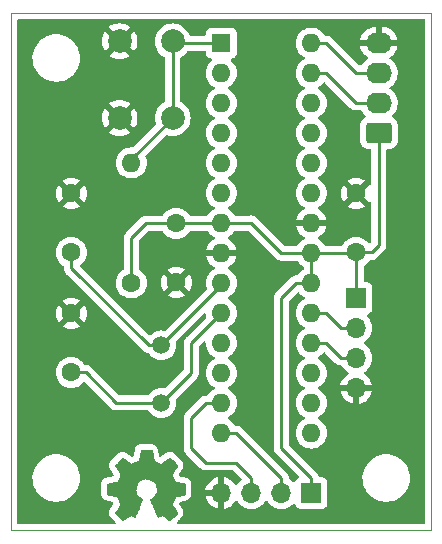
<source format=gbr>
%TF.GenerationSoftware,KiCad,Pcbnew,6.0.0*%
%TF.CreationDate,2022-01-08T01:51:50+01:00*%
%TF.ProjectId,sonars,736f6e61-7273-42e6-9b69-6361645f7063,0.1.0*%
%TF.SameCoordinates,Original*%
%TF.FileFunction,Copper,L2,Bot*%
%TF.FilePolarity,Positive*%
%FSLAX46Y46*%
G04 Gerber Fmt 4.6, Leading zero omitted, Abs format (unit mm)*
G04 Created by KiCad (PCBNEW 6.0.0) date 2022-01-08 01:51:50*
%MOMM*%
%LPD*%
G01*
G04 APERTURE LIST*
G04 Aperture macros list*
%AMRoundRect*
0 Rectangle with rounded corners*
0 $1 Rounding radius*
0 $2 $3 $4 $5 $6 $7 $8 $9 X,Y pos of 4 corners*
0 Add a 4 corners polygon primitive as box body*
4,1,4,$2,$3,$4,$5,$6,$7,$8,$9,$2,$3,0*
0 Add four circle primitives for the rounded corners*
1,1,$1+$1,$2,$3*
1,1,$1+$1,$4,$5*
1,1,$1+$1,$6,$7*
1,1,$1+$1,$8,$9*
0 Add four rect primitives between the rounded corners*
20,1,$1+$1,$2,$3,$4,$5,0*
20,1,$1+$1,$4,$5,$6,$7,0*
20,1,$1+$1,$6,$7,$8,$9,0*
20,1,$1+$1,$8,$9,$2,$3,0*%
G04 Aperture macros list end*
%TA.AperFunction,Profile*%
%ADD10C,0.100000*%
%TD*%
%TA.AperFunction,EtchedComponent*%
%ADD11C,0.010000*%
%TD*%
%TA.AperFunction,ComponentPad*%
%ADD12R,1.600000X1.600000*%
%TD*%
%TA.AperFunction,ComponentPad*%
%ADD13O,1.600000X1.600000*%
%TD*%
%TA.AperFunction,ComponentPad*%
%ADD14C,2.000000*%
%TD*%
%TA.AperFunction,ComponentPad*%
%ADD15C,1.600000*%
%TD*%
%TA.AperFunction,ComponentPad*%
%ADD16R,1.700000X1.700000*%
%TD*%
%TA.AperFunction,ComponentPad*%
%ADD17O,1.700000X1.700000*%
%TD*%
%TA.AperFunction,ComponentPad*%
%ADD18C,1.500000*%
%TD*%
%TA.AperFunction,ComponentPad*%
%ADD19RoundRect,0.250000X0.845000X-0.620000X0.845000X0.620000X-0.845000X0.620000X-0.845000X-0.620000X0*%
%TD*%
%TA.AperFunction,ComponentPad*%
%ADD20O,2.190000X1.740000*%
%TD*%
%TA.AperFunction,Conductor*%
%ADD21C,0.250000*%
%TD*%
G04 APERTURE END LIST*
D10*
X57140000Y-69850000D02*
X92710000Y-69850000D01*
X92710000Y-69850000D02*
X92710000Y-113665000D01*
X92710000Y-113665000D02*
X57140000Y-113665000D01*
X57140000Y-113665000D02*
X57140000Y-69850000D01*
D11*
%TO.C,REF\u002A\u002A*%
X68024186Y-107323931D02*
X67940365Y-107768555D01*
X67940365Y-107768555D02*
X67631080Y-107896053D01*
X67631080Y-107896053D02*
X67321794Y-108023551D01*
X67321794Y-108023551D02*
X66950754Y-107771246D01*
X66950754Y-107771246D02*
X66846843Y-107700996D01*
X66846843Y-107700996D02*
X66752913Y-107638272D01*
X66752913Y-107638272D02*
X66673348Y-107585938D01*
X66673348Y-107585938D02*
X66612530Y-107546857D01*
X66612530Y-107546857D02*
X66574843Y-107523893D01*
X66574843Y-107523893D02*
X66564579Y-107518942D01*
X66564579Y-107518942D02*
X66546090Y-107531676D01*
X66546090Y-107531676D02*
X66506580Y-107566882D01*
X66506580Y-107566882D02*
X66450478Y-107620062D01*
X66450478Y-107620062D02*
X66382213Y-107686718D01*
X66382213Y-107686718D02*
X66306214Y-107762354D01*
X66306214Y-107762354D02*
X66226908Y-107842472D01*
X66226908Y-107842472D02*
X66148725Y-107922574D01*
X66148725Y-107922574D02*
X66076093Y-107998164D01*
X66076093Y-107998164D02*
X66013441Y-108064745D01*
X66013441Y-108064745D02*
X65965197Y-108117818D01*
X65965197Y-108117818D02*
X65935790Y-108152887D01*
X65935790Y-108152887D02*
X65928759Y-108164623D01*
X65928759Y-108164623D02*
X65938877Y-108186260D01*
X65938877Y-108186260D02*
X65967241Y-108233662D01*
X65967241Y-108233662D02*
X66010871Y-108302193D01*
X66010871Y-108302193D02*
X66066782Y-108387215D01*
X66066782Y-108387215D02*
X66131994Y-108484093D01*
X66131994Y-108484093D02*
X66169781Y-108539350D01*
X66169781Y-108539350D02*
X66238657Y-108640248D01*
X66238657Y-108640248D02*
X66299860Y-108731299D01*
X66299860Y-108731299D02*
X66350422Y-108807970D01*
X66350422Y-108807970D02*
X66387372Y-108865728D01*
X66387372Y-108865728D02*
X66407742Y-108900043D01*
X66407742Y-108900043D02*
X66410803Y-108907254D01*
X66410803Y-108907254D02*
X66403864Y-108927748D01*
X66403864Y-108927748D02*
X66384949Y-108975513D01*
X66384949Y-108975513D02*
X66356913Y-109043832D01*
X66356913Y-109043832D02*
X66322609Y-109125989D01*
X66322609Y-109125989D02*
X66284891Y-109215270D01*
X66284891Y-109215270D02*
X66246613Y-109304958D01*
X66246613Y-109304958D02*
X66210630Y-109388338D01*
X66210630Y-109388338D02*
X66179794Y-109458694D01*
X66179794Y-109458694D02*
X66156961Y-109509310D01*
X66156961Y-109509310D02*
X66144983Y-109533471D01*
X66144983Y-109533471D02*
X66144276Y-109534422D01*
X66144276Y-109534422D02*
X66125469Y-109539036D01*
X66125469Y-109539036D02*
X66075382Y-109549328D01*
X66075382Y-109549328D02*
X65999207Y-109564287D01*
X65999207Y-109564287D02*
X65902135Y-109582901D01*
X65902135Y-109582901D02*
X65789357Y-109604159D01*
X65789357Y-109604159D02*
X65723558Y-109616418D01*
X65723558Y-109616418D02*
X65603050Y-109639362D01*
X65603050Y-109639362D02*
X65494203Y-109661195D01*
X65494203Y-109661195D02*
X65402524Y-109680722D01*
X65402524Y-109680722D02*
X65333519Y-109696748D01*
X65333519Y-109696748D02*
X65292696Y-109708079D01*
X65292696Y-109708079D02*
X65284489Y-109711674D01*
X65284489Y-109711674D02*
X65276452Y-109736006D01*
X65276452Y-109736006D02*
X65269967Y-109790959D01*
X65269967Y-109790959D02*
X65265030Y-109870108D01*
X65265030Y-109870108D02*
X65261636Y-109967026D01*
X65261636Y-109967026D02*
X65259782Y-110075287D01*
X65259782Y-110075287D02*
X65259462Y-110188465D01*
X65259462Y-110188465D02*
X65260673Y-110300135D01*
X65260673Y-110300135D02*
X65263410Y-110403868D01*
X65263410Y-110403868D02*
X65267669Y-110493241D01*
X65267669Y-110493241D02*
X65273445Y-110561826D01*
X65273445Y-110561826D02*
X65280733Y-110603197D01*
X65280733Y-110603197D02*
X65285105Y-110611810D01*
X65285105Y-110611810D02*
X65311236Y-110622133D01*
X65311236Y-110622133D02*
X65366607Y-110636892D01*
X65366607Y-110636892D02*
X65443893Y-110654352D01*
X65443893Y-110654352D02*
X65535770Y-110672780D01*
X65535770Y-110672780D02*
X65567842Y-110678741D01*
X65567842Y-110678741D02*
X65722476Y-110707066D01*
X65722476Y-110707066D02*
X65844625Y-110729876D01*
X65844625Y-110729876D02*
X65938327Y-110748080D01*
X65938327Y-110748080D02*
X66007616Y-110762583D01*
X66007616Y-110762583D02*
X66056529Y-110774292D01*
X66056529Y-110774292D02*
X66089103Y-110784115D01*
X66089103Y-110784115D02*
X66109372Y-110792956D01*
X66109372Y-110792956D02*
X66121374Y-110801724D01*
X66121374Y-110801724D02*
X66123053Y-110803457D01*
X66123053Y-110803457D02*
X66139816Y-110831371D01*
X66139816Y-110831371D02*
X66165386Y-110885695D01*
X66165386Y-110885695D02*
X66197212Y-110959777D01*
X66197212Y-110959777D02*
X66232740Y-111046965D01*
X66232740Y-111046965D02*
X66269417Y-111140608D01*
X66269417Y-111140608D02*
X66304689Y-111234052D01*
X66304689Y-111234052D02*
X66336004Y-111320647D01*
X66336004Y-111320647D02*
X66360807Y-111393740D01*
X66360807Y-111393740D02*
X66376546Y-111446678D01*
X66376546Y-111446678D02*
X66380668Y-111472811D01*
X66380668Y-111472811D02*
X66380324Y-111473726D01*
X66380324Y-111473726D02*
X66366359Y-111495086D01*
X66366359Y-111495086D02*
X66334678Y-111542084D01*
X66334678Y-111542084D02*
X66288609Y-111609827D01*
X66288609Y-111609827D02*
X66231482Y-111693423D01*
X66231482Y-111693423D02*
X66166627Y-111787982D01*
X66166627Y-111787982D02*
X66148157Y-111814854D01*
X66148157Y-111814854D02*
X66082301Y-111912275D01*
X66082301Y-111912275D02*
X66024350Y-112001163D01*
X66024350Y-112001163D02*
X65977462Y-112076412D01*
X65977462Y-112076412D02*
X65944793Y-112132920D01*
X65944793Y-112132920D02*
X65929500Y-112165581D01*
X65929500Y-112165581D02*
X65928759Y-112169593D01*
X65928759Y-112169593D02*
X65941608Y-112190684D01*
X65941608Y-112190684D02*
X65977112Y-112232464D01*
X65977112Y-112232464D02*
X66030707Y-112290445D01*
X66030707Y-112290445D02*
X66097829Y-112360135D01*
X66097829Y-112360135D02*
X66173913Y-112437045D01*
X66173913Y-112437045D02*
X66254396Y-112516683D01*
X66254396Y-112516683D02*
X66334713Y-112594561D01*
X66334713Y-112594561D02*
X66410301Y-112666186D01*
X66410301Y-112666186D02*
X66476595Y-112727070D01*
X66476595Y-112727070D02*
X66529031Y-112772721D01*
X66529031Y-112772721D02*
X66563045Y-112798650D01*
X66563045Y-112798650D02*
X66572455Y-112802883D01*
X66572455Y-112802883D02*
X66594357Y-112792912D01*
X66594357Y-112792912D02*
X66639200Y-112766020D01*
X66639200Y-112766020D02*
X66699679Y-112726736D01*
X66699679Y-112726736D02*
X66746211Y-112695117D01*
X66746211Y-112695117D02*
X66830525Y-112637098D01*
X66830525Y-112637098D02*
X66930374Y-112568784D01*
X66930374Y-112568784D02*
X67030527Y-112500579D01*
X67030527Y-112500579D02*
X67084373Y-112464075D01*
X67084373Y-112464075D02*
X67266629Y-112340800D01*
X67266629Y-112340800D02*
X67419619Y-112423520D01*
X67419619Y-112423520D02*
X67489318Y-112459759D01*
X67489318Y-112459759D02*
X67548586Y-112487926D01*
X67548586Y-112487926D02*
X67588689Y-112503991D01*
X67588689Y-112503991D02*
X67598897Y-112506226D01*
X67598897Y-112506226D02*
X67611171Y-112489722D01*
X67611171Y-112489722D02*
X67635387Y-112443082D01*
X67635387Y-112443082D02*
X67669737Y-112370609D01*
X67669737Y-112370609D02*
X67712412Y-112276606D01*
X67712412Y-112276606D02*
X67761606Y-112165374D01*
X67761606Y-112165374D02*
X67815510Y-112041215D01*
X67815510Y-112041215D02*
X67872316Y-111908432D01*
X67872316Y-111908432D02*
X67930218Y-111771327D01*
X67930218Y-111771327D02*
X67987407Y-111634202D01*
X67987407Y-111634202D02*
X68042076Y-111501358D01*
X68042076Y-111501358D02*
X68092416Y-111377098D01*
X68092416Y-111377098D02*
X68136620Y-111265725D01*
X68136620Y-111265725D02*
X68172881Y-111171539D01*
X68172881Y-111171539D02*
X68199391Y-111098844D01*
X68199391Y-111098844D02*
X68214342Y-111051941D01*
X68214342Y-111051941D02*
X68216746Y-111035833D01*
X68216746Y-111035833D02*
X68197689Y-111015286D01*
X68197689Y-111015286D02*
X68155964Y-110981933D01*
X68155964Y-110981933D02*
X68100294Y-110942702D01*
X68100294Y-110942702D02*
X68095622Y-110939599D01*
X68095622Y-110939599D02*
X67951736Y-110824423D01*
X67951736Y-110824423D02*
X67835717Y-110690053D01*
X67835717Y-110690053D02*
X67748570Y-110540784D01*
X67748570Y-110540784D02*
X67691301Y-110380913D01*
X67691301Y-110380913D02*
X67664914Y-110214737D01*
X67664914Y-110214737D02*
X67670415Y-110046552D01*
X67670415Y-110046552D02*
X67708810Y-109880655D01*
X67708810Y-109880655D02*
X67781105Y-109721342D01*
X67781105Y-109721342D02*
X67802374Y-109686487D01*
X67802374Y-109686487D02*
X67913004Y-109545737D01*
X67913004Y-109545737D02*
X68043698Y-109432714D01*
X68043698Y-109432714D02*
X68189936Y-109348003D01*
X68189936Y-109348003D02*
X68347192Y-109292194D01*
X68347192Y-109292194D02*
X68510943Y-109265874D01*
X68510943Y-109265874D02*
X68676667Y-109269630D01*
X68676667Y-109269630D02*
X68839838Y-109304050D01*
X68839838Y-109304050D02*
X68995935Y-109369723D01*
X68995935Y-109369723D02*
X69140433Y-109467235D01*
X69140433Y-109467235D02*
X69185131Y-109506813D01*
X69185131Y-109506813D02*
X69298888Y-109630703D01*
X69298888Y-109630703D02*
X69381782Y-109761124D01*
X69381782Y-109761124D02*
X69438644Y-109907315D01*
X69438644Y-109907315D02*
X69470313Y-110052088D01*
X69470313Y-110052088D02*
X69478131Y-110214860D01*
X69478131Y-110214860D02*
X69452062Y-110378440D01*
X69452062Y-110378440D02*
X69394755Y-110537298D01*
X69394755Y-110537298D02*
X69308856Y-110685906D01*
X69308856Y-110685906D02*
X69197014Y-110818735D01*
X69197014Y-110818735D02*
X69061877Y-110930256D01*
X69061877Y-110930256D02*
X69044117Y-110942011D01*
X69044117Y-110942011D02*
X68987850Y-110980508D01*
X68987850Y-110980508D02*
X68945077Y-111013863D01*
X68945077Y-111013863D02*
X68924628Y-111035160D01*
X68924628Y-111035160D02*
X68924331Y-111035833D01*
X68924331Y-111035833D02*
X68928721Y-111058871D01*
X68928721Y-111058871D02*
X68946124Y-111111157D01*
X68946124Y-111111157D02*
X68974732Y-111188390D01*
X68974732Y-111188390D02*
X69012735Y-111286268D01*
X69012735Y-111286268D02*
X69058326Y-111400491D01*
X69058326Y-111400491D02*
X69109697Y-111526758D01*
X69109697Y-111526758D02*
X69165038Y-111660767D01*
X69165038Y-111660767D02*
X69222542Y-111798218D01*
X69222542Y-111798218D02*
X69280399Y-111934808D01*
X69280399Y-111934808D02*
X69336802Y-112066237D01*
X69336802Y-112066237D02*
X69389942Y-112188205D01*
X69389942Y-112188205D02*
X69438010Y-112296409D01*
X69438010Y-112296409D02*
X69479199Y-112386549D01*
X69479199Y-112386549D02*
X69511699Y-112454323D01*
X69511699Y-112454323D02*
X69533703Y-112495430D01*
X69533703Y-112495430D02*
X69542564Y-112506226D01*
X69542564Y-112506226D02*
X69569640Y-112497819D01*
X69569640Y-112497819D02*
X69620303Y-112475272D01*
X69620303Y-112475272D02*
X69685817Y-112442613D01*
X69685817Y-112442613D02*
X69721841Y-112423520D01*
X69721841Y-112423520D02*
X69874832Y-112340800D01*
X69874832Y-112340800D02*
X70057088Y-112464075D01*
X70057088Y-112464075D02*
X70150125Y-112527228D01*
X70150125Y-112527228D02*
X70251985Y-112596727D01*
X70251985Y-112596727D02*
X70347438Y-112662165D01*
X70347438Y-112662165D02*
X70395250Y-112695117D01*
X70395250Y-112695117D02*
X70462495Y-112740273D01*
X70462495Y-112740273D02*
X70519436Y-112776057D01*
X70519436Y-112776057D02*
X70558646Y-112797938D01*
X70558646Y-112797938D02*
X70571381Y-112802563D01*
X70571381Y-112802563D02*
X70589917Y-112790085D01*
X70589917Y-112790085D02*
X70630941Y-112755252D01*
X70630941Y-112755252D02*
X70690475Y-112701678D01*
X70690475Y-112701678D02*
X70764542Y-112632983D01*
X70764542Y-112632983D02*
X70849165Y-112552781D01*
X70849165Y-112552781D02*
X70902685Y-112501286D01*
X70902685Y-112501286D02*
X70996319Y-112409286D01*
X70996319Y-112409286D02*
X71077241Y-112326999D01*
X71077241Y-112326999D02*
X71142177Y-112257945D01*
X71142177Y-112257945D02*
X71187858Y-112205644D01*
X71187858Y-112205644D02*
X71211011Y-112173616D01*
X71211011Y-112173616D02*
X71213232Y-112167116D01*
X71213232Y-112167116D02*
X71202924Y-112142394D01*
X71202924Y-112142394D02*
X71174439Y-112092405D01*
X71174439Y-112092405D02*
X71130937Y-112022212D01*
X71130937Y-112022212D02*
X71075577Y-111936875D01*
X71075577Y-111936875D02*
X71011520Y-111841456D01*
X71011520Y-111841456D02*
X70993303Y-111814854D01*
X70993303Y-111814854D02*
X70926927Y-111718167D01*
X70926927Y-111718167D02*
X70867378Y-111631117D01*
X70867378Y-111631117D02*
X70817984Y-111558595D01*
X70817984Y-111558595D02*
X70782075Y-111505493D01*
X70782075Y-111505493D02*
X70762981Y-111476703D01*
X70762981Y-111476703D02*
X70761136Y-111473726D01*
X70761136Y-111473726D02*
X70763895Y-111450782D01*
X70763895Y-111450782D02*
X70778538Y-111400336D01*
X70778538Y-111400336D02*
X70802513Y-111329041D01*
X70802513Y-111329041D02*
X70833266Y-111243547D01*
X70833266Y-111243547D02*
X70868244Y-111150507D01*
X70868244Y-111150507D02*
X70904893Y-111056574D01*
X70904893Y-111056574D02*
X70940661Y-110968399D01*
X70940661Y-110968399D02*
X70972994Y-110892634D01*
X70972994Y-110892634D02*
X70999338Y-110835931D01*
X70999338Y-110835931D02*
X71017142Y-110804943D01*
X71017142Y-110804943D02*
X71018407Y-110803457D01*
X71018407Y-110803457D02*
X71029294Y-110794601D01*
X71029294Y-110794601D02*
X71047682Y-110785843D01*
X71047682Y-110785843D02*
X71077606Y-110776277D01*
X71077606Y-110776277D02*
X71123103Y-110764996D01*
X71123103Y-110764996D02*
X71188209Y-110751093D01*
X71188209Y-110751093D02*
X71276961Y-110733663D01*
X71276961Y-110733663D02*
X71393393Y-110711798D01*
X71393393Y-110711798D02*
X71541542Y-110684591D01*
X71541542Y-110684591D02*
X71573618Y-110678741D01*
X71573618Y-110678741D02*
X71668686Y-110660374D01*
X71668686Y-110660374D02*
X71751565Y-110642405D01*
X71751565Y-110642405D02*
X71814930Y-110626569D01*
X71814930Y-110626569D02*
X71851458Y-110614600D01*
X71851458Y-110614600D02*
X71856356Y-110611810D01*
X71856356Y-110611810D02*
X71864427Y-110587072D01*
X71864427Y-110587072D02*
X71870987Y-110531790D01*
X71870987Y-110531790D02*
X71876033Y-110452389D01*
X71876033Y-110452389D02*
X71879559Y-110355296D01*
X71879559Y-110355296D02*
X71881561Y-110246938D01*
X71881561Y-110246938D02*
X71882036Y-110133740D01*
X71882036Y-110133740D02*
X71880977Y-110022128D01*
X71880977Y-110022128D02*
X71878382Y-109918529D01*
X71878382Y-109918529D02*
X71874246Y-109829368D01*
X71874246Y-109829368D02*
X71868563Y-109761072D01*
X71868563Y-109761072D02*
X71861331Y-109720066D01*
X71861331Y-109720066D02*
X71856971Y-109711674D01*
X71856971Y-109711674D02*
X71832698Y-109703208D01*
X71832698Y-109703208D02*
X71777426Y-109689435D01*
X71777426Y-109689435D02*
X71696662Y-109671550D01*
X71696662Y-109671550D02*
X71595912Y-109650748D01*
X71595912Y-109650748D02*
X71480683Y-109628223D01*
X71480683Y-109628223D02*
X71417902Y-109616418D01*
X71417902Y-109616418D02*
X71298787Y-109594151D01*
X71298787Y-109594151D02*
X71192565Y-109573979D01*
X71192565Y-109573979D02*
X71104427Y-109556915D01*
X71104427Y-109556915D02*
X71039566Y-109543969D01*
X71039566Y-109543969D02*
X71003174Y-109536155D01*
X71003174Y-109536155D02*
X70997184Y-109534422D01*
X70997184Y-109534422D02*
X70987061Y-109514890D01*
X70987061Y-109514890D02*
X70965662Y-109467843D01*
X70965662Y-109467843D02*
X70935839Y-109400003D01*
X70935839Y-109400003D02*
X70900445Y-109318091D01*
X70900445Y-109318091D02*
X70862332Y-109228828D01*
X70862332Y-109228828D02*
X70824353Y-109138935D01*
X70824353Y-109138935D02*
X70789360Y-109055135D01*
X70789360Y-109055135D02*
X70760206Y-108984147D01*
X70760206Y-108984147D02*
X70739743Y-108932694D01*
X70739743Y-108932694D02*
X70730823Y-108907497D01*
X70730823Y-108907497D02*
X70730657Y-108906396D01*
X70730657Y-108906396D02*
X70740769Y-108886519D01*
X70740769Y-108886519D02*
X70769117Y-108840777D01*
X70769117Y-108840777D02*
X70812723Y-108773717D01*
X70812723Y-108773717D02*
X70868606Y-108689884D01*
X70868606Y-108689884D02*
X70933787Y-108593826D01*
X70933787Y-108593826D02*
X70971679Y-108538650D01*
X70971679Y-108538650D02*
X71040725Y-108437481D01*
X71040725Y-108437481D02*
X71102050Y-108345630D01*
X71102050Y-108345630D02*
X71152663Y-108267744D01*
X71152663Y-108267744D02*
X71189571Y-108208469D01*
X71189571Y-108208469D02*
X71209782Y-108172451D01*
X71209782Y-108172451D02*
X71212701Y-108164377D01*
X71212701Y-108164377D02*
X71200153Y-108145584D01*
X71200153Y-108145584D02*
X71165463Y-108105457D01*
X71165463Y-108105457D02*
X71113063Y-108048493D01*
X71113063Y-108048493D02*
X71047384Y-107979185D01*
X71047384Y-107979185D02*
X70972856Y-107902031D01*
X70972856Y-107902031D02*
X70893913Y-107821525D01*
X70893913Y-107821525D02*
X70814983Y-107742163D01*
X70814983Y-107742163D02*
X70740500Y-107668440D01*
X70740500Y-107668440D02*
X70674894Y-107604852D01*
X70674894Y-107604852D02*
X70622596Y-107555894D01*
X70622596Y-107555894D02*
X70588039Y-107526061D01*
X70588039Y-107526061D02*
X70576478Y-107518942D01*
X70576478Y-107518942D02*
X70557654Y-107528953D01*
X70557654Y-107528953D02*
X70512631Y-107557078D01*
X70512631Y-107557078D02*
X70445787Y-107600454D01*
X70445787Y-107600454D02*
X70361499Y-107656218D01*
X70361499Y-107656218D02*
X70264144Y-107721506D01*
X70264144Y-107721506D02*
X70190707Y-107771246D01*
X70190707Y-107771246D02*
X69819667Y-108023551D01*
X69819667Y-108023551D02*
X69201095Y-107768555D01*
X69201095Y-107768555D02*
X69117275Y-107323931D01*
X69117275Y-107323931D02*
X69033454Y-106879307D01*
X69033454Y-106879307D02*
X68108006Y-106879307D01*
X68108006Y-106879307D02*
X68024186Y-107323931D01*
X68024186Y-107323931D02*
X68024186Y-107323931D01*
G36*
X69117275Y-107323931D02*
G01*
X69201095Y-107768555D01*
X69819667Y-108023551D01*
X70190707Y-107771246D01*
X70264144Y-107721506D01*
X70361499Y-107656218D01*
X70445787Y-107600454D01*
X70512631Y-107557078D01*
X70557654Y-107528953D01*
X70576478Y-107518942D01*
X70588039Y-107526061D01*
X70622596Y-107555894D01*
X70674894Y-107604852D01*
X70740500Y-107668440D01*
X70814983Y-107742163D01*
X70893913Y-107821525D01*
X70972856Y-107902031D01*
X71047384Y-107979185D01*
X71113063Y-108048493D01*
X71165463Y-108105457D01*
X71200153Y-108145584D01*
X71212701Y-108164377D01*
X71209782Y-108172451D01*
X71189571Y-108208469D01*
X71152663Y-108267744D01*
X71102050Y-108345630D01*
X71040725Y-108437481D01*
X70971679Y-108538650D01*
X70933787Y-108593826D01*
X70868606Y-108689884D01*
X70812723Y-108773717D01*
X70769117Y-108840777D01*
X70740769Y-108886519D01*
X70730657Y-108906396D01*
X70730823Y-108907497D01*
X70739743Y-108932694D01*
X70760206Y-108984147D01*
X70789360Y-109055135D01*
X70824353Y-109138935D01*
X70862332Y-109228828D01*
X70900445Y-109318091D01*
X70935839Y-109400003D01*
X70965662Y-109467843D01*
X70987061Y-109514890D01*
X70997184Y-109534422D01*
X71003174Y-109536155D01*
X71039566Y-109543969D01*
X71104427Y-109556915D01*
X71192565Y-109573979D01*
X71298787Y-109594151D01*
X71417902Y-109616418D01*
X71480683Y-109628223D01*
X71595912Y-109650748D01*
X71696662Y-109671550D01*
X71777426Y-109689435D01*
X71832698Y-109703208D01*
X71856971Y-109711674D01*
X71861331Y-109720066D01*
X71868563Y-109761072D01*
X71874246Y-109829368D01*
X71878382Y-109918529D01*
X71880977Y-110022128D01*
X71882036Y-110133740D01*
X71881561Y-110246938D01*
X71879559Y-110355296D01*
X71876033Y-110452389D01*
X71870987Y-110531790D01*
X71864427Y-110587072D01*
X71856356Y-110611810D01*
X71851458Y-110614600D01*
X71814930Y-110626569D01*
X71751565Y-110642405D01*
X71668686Y-110660374D01*
X71573618Y-110678741D01*
X71541542Y-110684591D01*
X71393393Y-110711798D01*
X71276961Y-110733663D01*
X71188209Y-110751093D01*
X71123103Y-110764996D01*
X71077606Y-110776277D01*
X71047682Y-110785843D01*
X71029294Y-110794601D01*
X71018407Y-110803457D01*
X71017142Y-110804943D01*
X70999338Y-110835931D01*
X70972994Y-110892634D01*
X70940661Y-110968399D01*
X70904893Y-111056574D01*
X70868244Y-111150507D01*
X70833266Y-111243547D01*
X70802513Y-111329041D01*
X70778538Y-111400336D01*
X70763895Y-111450782D01*
X70761136Y-111473726D01*
X70762981Y-111476703D01*
X70782075Y-111505493D01*
X70817984Y-111558595D01*
X70867378Y-111631117D01*
X70926927Y-111718167D01*
X70993303Y-111814854D01*
X71011520Y-111841456D01*
X71075577Y-111936875D01*
X71130937Y-112022212D01*
X71174439Y-112092405D01*
X71202924Y-112142394D01*
X71213232Y-112167116D01*
X71211011Y-112173616D01*
X71187858Y-112205644D01*
X71142177Y-112257945D01*
X71077241Y-112326999D01*
X70996319Y-112409286D01*
X70902685Y-112501286D01*
X70849165Y-112552781D01*
X70764542Y-112632983D01*
X70690475Y-112701678D01*
X70630941Y-112755252D01*
X70589917Y-112790085D01*
X70571381Y-112802563D01*
X70558646Y-112797938D01*
X70519436Y-112776057D01*
X70462495Y-112740273D01*
X70395250Y-112695117D01*
X70347438Y-112662165D01*
X70251985Y-112596727D01*
X70150125Y-112527228D01*
X70057088Y-112464075D01*
X69874832Y-112340800D01*
X69721841Y-112423520D01*
X69685817Y-112442613D01*
X69620303Y-112475272D01*
X69569640Y-112497819D01*
X69542564Y-112506226D01*
X69533703Y-112495430D01*
X69511699Y-112454323D01*
X69479199Y-112386549D01*
X69438010Y-112296409D01*
X69389942Y-112188205D01*
X69336802Y-112066237D01*
X69280399Y-111934808D01*
X69222542Y-111798218D01*
X69165038Y-111660767D01*
X69109697Y-111526758D01*
X69058326Y-111400491D01*
X69012735Y-111286268D01*
X68974732Y-111188390D01*
X68946124Y-111111157D01*
X68928721Y-111058871D01*
X68924331Y-111035833D01*
X68924628Y-111035160D01*
X68945077Y-111013863D01*
X68987850Y-110980508D01*
X69044117Y-110942011D01*
X69061877Y-110930256D01*
X69197014Y-110818735D01*
X69308856Y-110685906D01*
X69394755Y-110537298D01*
X69452062Y-110378440D01*
X69478131Y-110214860D01*
X69470313Y-110052088D01*
X69438644Y-109907315D01*
X69381782Y-109761124D01*
X69298888Y-109630703D01*
X69185131Y-109506813D01*
X69140433Y-109467235D01*
X68995935Y-109369723D01*
X68839838Y-109304050D01*
X68676667Y-109269630D01*
X68510943Y-109265874D01*
X68347192Y-109292194D01*
X68189936Y-109348003D01*
X68043698Y-109432714D01*
X67913004Y-109545737D01*
X67802374Y-109686487D01*
X67781105Y-109721342D01*
X67708810Y-109880655D01*
X67670415Y-110046552D01*
X67664914Y-110214737D01*
X67691301Y-110380913D01*
X67748570Y-110540784D01*
X67835717Y-110690053D01*
X67951736Y-110824423D01*
X68095622Y-110939599D01*
X68100294Y-110942702D01*
X68155964Y-110981933D01*
X68197689Y-111015286D01*
X68216746Y-111035833D01*
X68214342Y-111051941D01*
X68199391Y-111098844D01*
X68172881Y-111171539D01*
X68136620Y-111265725D01*
X68092416Y-111377098D01*
X68042076Y-111501358D01*
X67987407Y-111634202D01*
X67930218Y-111771327D01*
X67872316Y-111908432D01*
X67815510Y-112041215D01*
X67761606Y-112165374D01*
X67712412Y-112276606D01*
X67669737Y-112370609D01*
X67635387Y-112443082D01*
X67611171Y-112489722D01*
X67598897Y-112506226D01*
X67588689Y-112503991D01*
X67548586Y-112487926D01*
X67489318Y-112459759D01*
X67419619Y-112423520D01*
X67266629Y-112340800D01*
X67084373Y-112464075D01*
X67030527Y-112500579D01*
X66930374Y-112568784D01*
X66830525Y-112637098D01*
X66746211Y-112695117D01*
X66699679Y-112726736D01*
X66639200Y-112766020D01*
X66594357Y-112792912D01*
X66572455Y-112802883D01*
X66563045Y-112798650D01*
X66529031Y-112772721D01*
X66476595Y-112727070D01*
X66410301Y-112666186D01*
X66334713Y-112594561D01*
X66254396Y-112516683D01*
X66173913Y-112437045D01*
X66097829Y-112360135D01*
X66030707Y-112290445D01*
X65977112Y-112232464D01*
X65941608Y-112190684D01*
X65928759Y-112169593D01*
X65929500Y-112165581D01*
X65944793Y-112132920D01*
X65977462Y-112076412D01*
X66024350Y-112001163D01*
X66082301Y-111912275D01*
X66148157Y-111814854D01*
X66166627Y-111787982D01*
X66231482Y-111693423D01*
X66288609Y-111609827D01*
X66334678Y-111542084D01*
X66366359Y-111495086D01*
X66380324Y-111473726D01*
X66380668Y-111472811D01*
X66376546Y-111446678D01*
X66360807Y-111393740D01*
X66336004Y-111320647D01*
X66304689Y-111234052D01*
X66269417Y-111140608D01*
X66232740Y-111046965D01*
X66197212Y-110959777D01*
X66165386Y-110885695D01*
X66139816Y-110831371D01*
X66123053Y-110803457D01*
X66121374Y-110801724D01*
X66109372Y-110792956D01*
X66089103Y-110784115D01*
X66056529Y-110774292D01*
X66007616Y-110762583D01*
X65938327Y-110748080D01*
X65844625Y-110729876D01*
X65722476Y-110707066D01*
X65567842Y-110678741D01*
X65535770Y-110672780D01*
X65443893Y-110654352D01*
X65366607Y-110636892D01*
X65311236Y-110622133D01*
X65285105Y-110611810D01*
X65280733Y-110603197D01*
X65273445Y-110561826D01*
X65267669Y-110493241D01*
X65263410Y-110403868D01*
X65260673Y-110300135D01*
X65259462Y-110188465D01*
X65259782Y-110075287D01*
X65261636Y-109967026D01*
X65265030Y-109870108D01*
X65269967Y-109790959D01*
X65276452Y-109736006D01*
X65284489Y-109711674D01*
X65292696Y-109708079D01*
X65333519Y-109696748D01*
X65402524Y-109680722D01*
X65494203Y-109661195D01*
X65603050Y-109639362D01*
X65723558Y-109616418D01*
X65789357Y-109604159D01*
X65902135Y-109582901D01*
X65999207Y-109564287D01*
X66075382Y-109549328D01*
X66125469Y-109539036D01*
X66144276Y-109534422D01*
X66144983Y-109533471D01*
X66156961Y-109509310D01*
X66179794Y-109458694D01*
X66210630Y-109388338D01*
X66246613Y-109304958D01*
X66284891Y-109215270D01*
X66322609Y-109125989D01*
X66356913Y-109043832D01*
X66384949Y-108975513D01*
X66403864Y-108927748D01*
X66410803Y-108907254D01*
X66407742Y-108900043D01*
X66387372Y-108865728D01*
X66350422Y-108807970D01*
X66299860Y-108731299D01*
X66238657Y-108640248D01*
X66169781Y-108539350D01*
X66131994Y-108484093D01*
X66066782Y-108387215D01*
X66010871Y-108302193D01*
X65967241Y-108233662D01*
X65938877Y-108186260D01*
X65928759Y-108164623D01*
X65935790Y-108152887D01*
X65965197Y-108117818D01*
X66013441Y-108064745D01*
X66076093Y-107998164D01*
X66148725Y-107922574D01*
X66226908Y-107842472D01*
X66306214Y-107762354D01*
X66382213Y-107686718D01*
X66450478Y-107620062D01*
X66506580Y-107566882D01*
X66546090Y-107531676D01*
X66564579Y-107518942D01*
X66574843Y-107523893D01*
X66612530Y-107546857D01*
X66673348Y-107585938D01*
X66752913Y-107638272D01*
X66846843Y-107700996D01*
X66950754Y-107771246D01*
X67321794Y-108023551D01*
X67631080Y-107896053D01*
X67940365Y-107768555D01*
X68024186Y-107323931D01*
X68108006Y-106879307D01*
X69033454Y-106879307D01*
X69117275Y-107323931D01*
G37*
X69117275Y-107323931D02*
X69201095Y-107768555D01*
X69819667Y-108023551D01*
X70190707Y-107771246D01*
X70264144Y-107721506D01*
X70361499Y-107656218D01*
X70445787Y-107600454D01*
X70512631Y-107557078D01*
X70557654Y-107528953D01*
X70576478Y-107518942D01*
X70588039Y-107526061D01*
X70622596Y-107555894D01*
X70674894Y-107604852D01*
X70740500Y-107668440D01*
X70814983Y-107742163D01*
X70893913Y-107821525D01*
X70972856Y-107902031D01*
X71047384Y-107979185D01*
X71113063Y-108048493D01*
X71165463Y-108105457D01*
X71200153Y-108145584D01*
X71212701Y-108164377D01*
X71209782Y-108172451D01*
X71189571Y-108208469D01*
X71152663Y-108267744D01*
X71102050Y-108345630D01*
X71040725Y-108437481D01*
X70971679Y-108538650D01*
X70933787Y-108593826D01*
X70868606Y-108689884D01*
X70812723Y-108773717D01*
X70769117Y-108840777D01*
X70740769Y-108886519D01*
X70730657Y-108906396D01*
X70730823Y-108907497D01*
X70739743Y-108932694D01*
X70760206Y-108984147D01*
X70789360Y-109055135D01*
X70824353Y-109138935D01*
X70862332Y-109228828D01*
X70900445Y-109318091D01*
X70935839Y-109400003D01*
X70965662Y-109467843D01*
X70987061Y-109514890D01*
X70997184Y-109534422D01*
X71003174Y-109536155D01*
X71039566Y-109543969D01*
X71104427Y-109556915D01*
X71192565Y-109573979D01*
X71298787Y-109594151D01*
X71417902Y-109616418D01*
X71480683Y-109628223D01*
X71595912Y-109650748D01*
X71696662Y-109671550D01*
X71777426Y-109689435D01*
X71832698Y-109703208D01*
X71856971Y-109711674D01*
X71861331Y-109720066D01*
X71868563Y-109761072D01*
X71874246Y-109829368D01*
X71878382Y-109918529D01*
X71880977Y-110022128D01*
X71882036Y-110133740D01*
X71881561Y-110246938D01*
X71879559Y-110355296D01*
X71876033Y-110452389D01*
X71870987Y-110531790D01*
X71864427Y-110587072D01*
X71856356Y-110611810D01*
X71851458Y-110614600D01*
X71814930Y-110626569D01*
X71751565Y-110642405D01*
X71668686Y-110660374D01*
X71573618Y-110678741D01*
X71541542Y-110684591D01*
X71393393Y-110711798D01*
X71276961Y-110733663D01*
X71188209Y-110751093D01*
X71123103Y-110764996D01*
X71077606Y-110776277D01*
X71047682Y-110785843D01*
X71029294Y-110794601D01*
X71018407Y-110803457D01*
X71017142Y-110804943D01*
X70999338Y-110835931D01*
X70972994Y-110892634D01*
X70940661Y-110968399D01*
X70904893Y-111056574D01*
X70868244Y-111150507D01*
X70833266Y-111243547D01*
X70802513Y-111329041D01*
X70778538Y-111400336D01*
X70763895Y-111450782D01*
X70761136Y-111473726D01*
X70762981Y-111476703D01*
X70782075Y-111505493D01*
X70817984Y-111558595D01*
X70867378Y-111631117D01*
X70926927Y-111718167D01*
X70993303Y-111814854D01*
X71011520Y-111841456D01*
X71075577Y-111936875D01*
X71130937Y-112022212D01*
X71174439Y-112092405D01*
X71202924Y-112142394D01*
X71213232Y-112167116D01*
X71211011Y-112173616D01*
X71187858Y-112205644D01*
X71142177Y-112257945D01*
X71077241Y-112326999D01*
X70996319Y-112409286D01*
X70902685Y-112501286D01*
X70849165Y-112552781D01*
X70764542Y-112632983D01*
X70690475Y-112701678D01*
X70630941Y-112755252D01*
X70589917Y-112790085D01*
X70571381Y-112802563D01*
X70558646Y-112797938D01*
X70519436Y-112776057D01*
X70462495Y-112740273D01*
X70395250Y-112695117D01*
X70347438Y-112662165D01*
X70251985Y-112596727D01*
X70150125Y-112527228D01*
X70057088Y-112464075D01*
X69874832Y-112340800D01*
X69721841Y-112423520D01*
X69685817Y-112442613D01*
X69620303Y-112475272D01*
X69569640Y-112497819D01*
X69542564Y-112506226D01*
X69533703Y-112495430D01*
X69511699Y-112454323D01*
X69479199Y-112386549D01*
X69438010Y-112296409D01*
X69389942Y-112188205D01*
X69336802Y-112066237D01*
X69280399Y-111934808D01*
X69222542Y-111798218D01*
X69165038Y-111660767D01*
X69109697Y-111526758D01*
X69058326Y-111400491D01*
X69012735Y-111286268D01*
X68974732Y-111188390D01*
X68946124Y-111111157D01*
X68928721Y-111058871D01*
X68924331Y-111035833D01*
X68924628Y-111035160D01*
X68945077Y-111013863D01*
X68987850Y-110980508D01*
X69044117Y-110942011D01*
X69061877Y-110930256D01*
X69197014Y-110818735D01*
X69308856Y-110685906D01*
X69394755Y-110537298D01*
X69452062Y-110378440D01*
X69478131Y-110214860D01*
X69470313Y-110052088D01*
X69438644Y-109907315D01*
X69381782Y-109761124D01*
X69298888Y-109630703D01*
X69185131Y-109506813D01*
X69140433Y-109467235D01*
X68995935Y-109369723D01*
X68839838Y-109304050D01*
X68676667Y-109269630D01*
X68510943Y-109265874D01*
X68347192Y-109292194D01*
X68189936Y-109348003D01*
X68043698Y-109432714D01*
X67913004Y-109545737D01*
X67802374Y-109686487D01*
X67781105Y-109721342D01*
X67708810Y-109880655D01*
X67670415Y-110046552D01*
X67664914Y-110214737D01*
X67691301Y-110380913D01*
X67748570Y-110540784D01*
X67835717Y-110690053D01*
X67951736Y-110824423D01*
X68095622Y-110939599D01*
X68100294Y-110942702D01*
X68155964Y-110981933D01*
X68197689Y-111015286D01*
X68216746Y-111035833D01*
X68214342Y-111051941D01*
X68199391Y-111098844D01*
X68172881Y-111171539D01*
X68136620Y-111265725D01*
X68092416Y-111377098D01*
X68042076Y-111501358D01*
X67987407Y-111634202D01*
X67930218Y-111771327D01*
X67872316Y-111908432D01*
X67815510Y-112041215D01*
X67761606Y-112165374D01*
X67712412Y-112276606D01*
X67669737Y-112370609D01*
X67635387Y-112443082D01*
X67611171Y-112489722D01*
X67598897Y-112506226D01*
X67588689Y-112503991D01*
X67548586Y-112487926D01*
X67489318Y-112459759D01*
X67419619Y-112423520D01*
X67266629Y-112340800D01*
X67084373Y-112464075D01*
X67030527Y-112500579D01*
X66930374Y-112568784D01*
X66830525Y-112637098D01*
X66746211Y-112695117D01*
X66699679Y-112726736D01*
X66639200Y-112766020D01*
X66594357Y-112792912D01*
X66572455Y-112802883D01*
X66563045Y-112798650D01*
X66529031Y-112772721D01*
X66476595Y-112727070D01*
X66410301Y-112666186D01*
X66334713Y-112594561D01*
X66254396Y-112516683D01*
X66173913Y-112437045D01*
X66097829Y-112360135D01*
X66030707Y-112290445D01*
X65977112Y-112232464D01*
X65941608Y-112190684D01*
X65928759Y-112169593D01*
X65929500Y-112165581D01*
X65944793Y-112132920D01*
X65977462Y-112076412D01*
X66024350Y-112001163D01*
X66082301Y-111912275D01*
X66148157Y-111814854D01*
X66166627Y-111787982D01*
X66231482Y-111693423D01*
X66288609Y-111609827D01*
X66334678Y-111542084D01*
X66366359Y-111495086D01*
X66380324Y-111473726D01*
X66380668Y-111472811D01*
X66376546Y-111446678D01*
X66360807Y-111393740D01*
X66336004Y-111320647D01*
X66304689Y-111234052D01*
X66269417Y-111140608D01*
X66232740Y-111046965D01*
X66197212Y-110959777D01*
X66165386Y-110885695D01*
X66139816Y-110831371D01*
X66123053Y-110803457D01*
X66121374Y-110801724D01*
X66109372Y-110792956D01*
X66089103Y-110784115D01*
X66056529Y-110774292D01*
X66007616Y-110762583D01*
X65938327Y-110748080D01*
X65844625Y-110729876D01*
X65722476Y-110707066D01*
X65567842Y-110678741D01*
X65535770Y-110672780D01*
X65443893Y-110654352D01*
X65366607Y-110636892D01*
X65311236Y-110622133D01*
X65285105Y-110611810D01*
X65280733Y-110603197D01*
X65273445Y-110561826D01*
X65267669Y-110493241D01*
X65263410Y-110403868D01*
X65260673Y-110300135D01*
X65259462Y-110188465D01*
X65259782Y-110075287D01*
X65261636Y-109967026D01*
X65265030Y-109870108D01*
X65269967Y-109790959D01*
X65276452Y-109736006D01*
X65284489Y-109711674D01*
X65292696Y-109708079D01*
X65333519Y-109696748D01*
X65402524Y-109680722D01*
X65494203Y-109661195D01*
X65603050Y-109639362D01*
X65723558Y-109616418D01*
X65789357Y-109604159D01*
X65902135Y-109582901D01*
X65999207Y-109564287D01*
X66075382Y-109549328D01*
X66125469Y-109539036D01*
X66144276Y-109534422D01*
X66144983Y-109533471D01*
X66156961Y-109509310D01*
X66179794Y-109458694D01*
X66210630Y-109388338D01*
X66246613Y-109304958D01*
X66284891Y-109215270D01*
X66322609Y-109125989D01*
X66356913Y-109043832D01*
X66384949Y-108975513D01*
X66403864Y-108927748D01*
X66410803Y-108907254D01*
X66407742Y-108900043D01*
X66387372Y-108865728D01*
X66350422Y-108807970D01*
X66299860Y-108731299D01*
X66238657Y-108640248D01*
X66169781Y-108539350D01*
X66131994Y-108484093D01*
X66066782Y-108387215D01*
X66010871Y-108302193D01*
X65967241Y-108233662D01*
X65938877Y-108186260D01*
X65928759Y-108164623D01*
X65935790Y-108152887D01*
X65965197Y-108117818D01*
X66013441Y-108064745D01*
X66076093Y-107998164D01*
X66148725Y-107922574D01*
X66226908Y-107842472D01*
X66306214Y-107762354D01*
X66382213Y-107686718D01*
X66450478Y-107620062D01*
X66506580Y-107566882D01*
X66546090Y-107531676D01*
X66564579Y-107518942D01*
X66574843Y-107523893D01*
X66612530Y-107546857D01*
X66673348Y-107585938D01*
X66752913Y-107638272D01*
X66846843Y-107700996D01*
X66950754Y-107771246D01*
X67321794Y-108023551D01*
X67631080Y-107896053D01*
X67940365Y-107768555D01*
X68024186Y-107323931D01*
X68108006Y-106879307D01*
X69033454Y-106879307D01*
X69117275Y-107323931D01*
%TD*%
D12*
%TO.P,U1,1,PC6/~{RESET}*%
%TO.N,Net-(R1-Pad2)*%
X74930000Y-72400000D03*
D13*
%TO.P,U1,15,PB1*%
%TO.N,unconnected-(U1-Pad15)*%
X82550000Y-105420000D03*
%TO.P,U1,2,PD0*%
%TO.N,unconnected-(U1-Pad2)*%
X74930000Y-74940000D03*
%TO.P,U1,16,PB2*%
%TO.N,unconnected-(U1-Pad16)*%
X82550000Y-102880000D03*
%TO.P,U1,3,PD1*%
%TO.N,unconnected-(U1-Pad3)*%
X74930000Y-77480000D03*
%TO.P,U1,17,PB3*%
%TO.N,unconnected-(U1-Pad17)*%
X82550000Y-100340000D03*
%TO.P,U1,4,PD2*%
%TO.N,unconnected-(U1-Pad4)*%
X74930000Y-80020000D03*
%TO.P,U1,18,PB4*%
%TO.N,Net-(U1-Pad18)*%
X82550000Y-97800000D03*
%TO.P,U1,5,PD3*%
%TO.N,unconnected-(U1-Pad5)*%
X74930000Y-82560000D03*
%TO.P,U1,19,PB5*%
%TO.N,Net-(U1-Pad19)*%
X82550000Y-95260000D03*
%TO.P,U1,6,PD4*%
%TO.N,unconnected-(U1-Pad6)*%
X74930000Y-85100000D03*
%TO.P,U1,20,AVCC*%
%TO.N,+5V*%
X82550000Y-92720000D03*
%TO.P,U1,7,VCC*%
X74930000Y-87640000D03*
%TO.P,U1,21,AREF*%
X82550000Y-90180000D03*
%TO.P,U1,8,GND*%
%TO.N,GND*%
X74930000Y-90180000D03*
%TO.P,U1,22,AGND*%
X82550000Y-87640000D03*
%TO.P,U1,9,PB6/XTAL1*%
%TO.N,Net-(C3-Pad1)*%
X74930000Y-92720000D03*
%TO.P,U1,23,PC0*%
%TO.N,unconnected-(U1-Pad23)*%
X82550000Y-85100000D03*
%TO.P,U1,10,PB7/XTAL2*%
%TO.N,Net-(C4-Pad1)*%
X74930000Y-95260000D03*
%TO.P,U1,24,PC1*%
%TO.N,unconnected-(U1-Pad24)*%
X82550000Y-82560000D03*
%TO.P,U1,11,PD5*%
%TO.N,unconnected-(U1-Pad11)*%
X74930000Y-97800000D03*
%TO.P,U1,25,PC2*%
%TO.N,unconnected-(U1-Pad25)*%
X82550000Y-80020000D03*
%TO.P,U1,12,PD6*%
%TO.N,unconnected-(U1-Pad12)*%
X74930000Y-100340000D03*
%TO.P,U1,26,PC3*%
%TO.N,unconnected-(U1-Pad26)*%
X82550000Y-77480000D03*
%TO.P,U1,13,PD7*%
%TO.N,Net-(U1-Pad13)*%
X74930000Y-102880000D03*
%TO.P,U1,27,PC4*%
%TO.N,Net-(U1-Pad27)*%
X82550000Y-74940000D03*
%TO.P,U1,14,PB0*%
%TO.N,Net-(U1-Pad14)*%
X74930000Y-105420000D03*
%TO.P,U1,28,PC5*%
%TO.N,Net-(U1-Pad28)*%
X82550000Y-72400000D03*
%TD*%
D14*
%TO.P,SW1,1,1*%
%TO.N,GND*%
X66320000Y-78740000D03*
X66320000Y-72240000D03*
%TO.P,SW1,2,2*%
%TO.N,Net-(R1-Pad2)*%
X70820000Y-72240000D03*
X70820000Y-78740000D03*
%TD*%
D15*
%TO.P,R1,1*%
%TO.N,+5V*%
X67310000Y-92710000D03*
D13*
%TO.P,R1,2*%
%TO.N,Net-(R1-Pad2)*%
X67310000Y-82550000D03*
%TD*%
D15*
%TO.P,C4,1*%
%TO.N,Net-(C4-Pad1)*%
X62230000Y-100290000D03*
%TO.P,C4,2*%
%TO.N,GND*%
X62230000Y-95290000D03*
%TD*%
D16*
%TO.P,J2,1,Pin_1*%
%TO.N,+5V*%
X82550000Y-110490000D03*
D17*
%TO.P,J2,2,Pin_2*%
%TO.N,Net-(U1-Pad14)*%
X80010000Y-110490000D03*
%TO.P,J2,3,Pin_3*%
%TO.N,Net-(U1-Pad13)*%
X77470000Y-110490000D03*
%TO.P,J2,4,Pin_4*%
%TO.N,GND*%
X74930000Y-110490000D03*
%TD*%
D15*
%TO.P,C3,1*%
%TO.N,Net-(C3-Pad1)*%
X62230000Y-90130000D03*
%TO.P,C3,2*%
%TO.N,GND*%
X62230000Y-85130000D03*
%TD*%
%TO.P,C2,1*%
%TO.N,+5V*%
X71120000Y-87670000D03*
%TO.P,C2,2*%
%TO.N,GND*%
X71120000Y-92670000D03*
%TD*%
D16*
%TO.P,J3,1,Pin_1*%
%TO.N,+5V*%
X86360000Y-93980000D03*
D17*
%TO.P,J3,2,Pin_2*%
%TO.N,Net-(U1-Pad19)*%
X86360000Y-96520000D03*
%TO.P,J3,3,Pin_3*%
%TO.N,Net-(U1-Pad18)*%
X86360000Y-99060000D03*
%TO.P,J3,4,Pin_4*%
%TO.N,GND*%
X86360000Y-101600000D03*
%TD*%
D18*
%TO.P,Y1,1,1*%
%TO.N,Net-(C4-Pad1)*%
X69850000Y-102870000D03*
%TO.P,Y1,2,2*%
%TO.N,Net-(C3-Pad1)*%
X69850000Y-97990000D03*
%TD*%
D15*
%TO.P,C1,1*%
%TO.N,+5V*%
X86350000Y-90130000D03*
%TO.P,C1,2*%
%TO.N,GND*%
X86350000Y-85130000D03*
%TD*%
D19*
%TO.P,J1,1,Pin_1*%
%TO.N,+5V*%
X88265000Y-80010000D03*
D20*
%TO.P,J1,2,Pin_2*%
%TO.N,Net-(U1-Pad27)*%
X88265000Y-77470000D03*
%TO.P,J1,3,Pin_3*%
%TO.N,Net-(U1-Pad28)*%
X88265000Y-74930000D03*
%TO.P,J1,4,Pin_4*%
%TO.N,GND*%
X88265000Y-72390000D03*
%TD*%
D21*
%TO.N,+5V*%
X82550000Y-110490000D02*
X82550000Y-109220000D01*
X82550000Y-109220000D02*
X80010000Y-106680000D01*
X80010000Y-106680000D02*
X80000000Y-106680000D01*
X80000000Y-106680000D02*
X80000000Y-93980000D01*
X81270000Y-92710000D02*
X81280000Y-92720000D01*
X80000000Y-93980000D02*
X81270000Y-92710000D01*
X81280000Y-92720000D02*
X82550000Y-92720000D01*
%TO.N,Net-(C4-Pad1)*%
X72390000Y-97800000D02*
X72390000Y-100330000D01*
X74930000Y-95260000D02*
X72390000Y-97800000D01*
%TO.N,Net-(C3-Pad1)*%
X69850000Y-97990000D02*
X74930000Y-92910000D01*
X74930000Y-92910000D02*
X74930000Y-92720000D01*
%TO.N,Net-(C4-Pad1)*%
X69850000Y-102870000D02*
X72390000Y-100330000D01*
%TO.N,Net-(U1-Pad18)*%
X83830000Y-97800000D02*
X85090000Y-99060000D01*
X82550000Y-97800000D02*
X83830000Y-97800000D01*
X85090000Y-99060000D02*
X86360000Y-99060000D01*
%TO.N,Net-(U1-Pad19)*%
X83830000Y-95260000D02*
X85090000Y-96520000D01*
X82550000Y-95260000D02*
X83830000Y-95260000D01*
X85090000Y-96520000D02*
X86360000Y-96520000D01*
%TO.N,+5V*%
X86350000Y-90130000D02*
X86350000Y-93970000D01*
X86350000Y-93970000D02*
X86360000Y-93980000D01*
%TO.N,Net-(C4-Pad1)*%
X63460000Y-100290000D02*
X66040000Y-102870000D01*
X62230000Y-100290000D02*
X63460000Y-100290000D01*
X66040000Y-102870000D02*
X69850000Y-102870000D01*
%TO.N,Net-(C3-Pad1)*%
X69850000Y-97990000D02*
X68780000Y-97990000D01*
X68780000Y-97990000D02*
X62230000Y-91440000D01*
X62230000Y-91440000D02*
X62230000Y-90130000D01*
%TO.N,+5V*%
X68540000Y-87670000D02*
X67310000Y-88900000D01*
X71120000Y-87670000D02*
X68540000Y-87670000D01*
X67310000Y-88900000D02*
X67310000Y-92710000D01*
X74930000Y-87640000D02*
X71150000Y-87640000D01*
X71150000Y-87640000D02*
X71120000Y-87670000D01*
%TO.N,Net-(R1-Pad2)*%
X70820000Y-78740000D02*
X67310000Y-82250000D01*
X67310000Y-82250000D02*
X67310000Y-82550000D01*
X70820000Y-72240000D02*
X70820000Y-78740000D01*
X74930000Y-72400000D02*
X70980000Y-72400000D01*
X70980000Y-72400000D02*
X70820000Y-72240000D01*
%TO.N,Net-(U1-Pad13)*%
X74930000Y-102880000D02*
X73640000Y-102880000D01*
X73640000Y-102880000D02*
X72380000Y-104140000D01*
X72380000Y-104140000D02*
X72380000Y-106680000D01*
X77470000Y-109220000D02*
X77470000Y-110490000D01*
X72380000Y-106680000D02*
X73650000Y-107950000D01*
X73650000Y-107950000D02*
X76200000Y-107950000D01*
X76200000Y-107950000D02*
X77470000Y-109220000D01*
%TO.N,Net-(U1-Pad14)*%
X76200000Y-105420000D02*
X80010000Y-109230000D01*
X80010000Y-109230000D02*
X80010000Y-110490000D01*
%TO.N,+5V*%
X88265000Y-80010000D02*
X88265000Y-80625000D01*
%TO.N,Net-(U1-Pad27)*%
X88265000Y-77470000D02*
X86360000Y-77470000D01*
X86360000Y-77470000D02*
X83830000Y-74940000D01*
X83830000Y-74940000D02*
X82550000Y-74940000D01*
%TO.N,Net-(U1-Pad28)*%
X88265000Y-74930000D02*
X86360000Y-74930000D01*
X83830000Y-72400000D02*
X82550000Y-72400000D01*
X86360000Y-74930000D02*
X83830000Y-72400000D01*
%TO.N,+5V*%
X86350000Y-90130000D02*
X87670000Y-90130000D01*
X87670000Y-90130000D02*
X88265000Y-89535000D01*
X88265000Y-89535000D02*
X88265000Y-80625000D01*
X88265000Y-80625000D02*
X87650000Y-80010000D01*
X80010000Y-90180000D02*
X82550000Y-90180000D01*
X86300000Y-90180000D02*
X86350000Y-90130000D01*
X82550000Y-90180000D02*
X82550000Y-92720000D01*
X77450000Y-87640000D02*
X77460000Y-87630000D01*
X77460000Y-87630000D02*
X80010000Y-90180000D01*
X82550000Y-90180000D02*
X86300000Y-90180000D01*
X74930000Y-87640000D02*
X77450000Y-87640000D01*
%TO.N,Net-(U1-Pad14)*%
X74930000Y-105420000D02*
X76200000Y-105420000D01*
%TD*%
%TA.AperFunction,Conductor*%
%TO.N,GND*%
G36*
X92144121Y-70378002D02*
G01*
X92190614Y-70431658D01*
X92202000Y-70484000D01*
X92202000Y-113031000D01*
X92181998Y-113099121D01*
X92128342Y-113145614D01*
X92076000Y-113157000D01*
X71273763Y-113157000D01*
X71205642Y-113136998D01*
X71159149Y-113083342D01*
X71149045Y-113013068D01*
X71178539Y-112948488D01*
X71186401Y-112940204D01*
X71188460Y-112938223D01*
X71203285Y-112923959D01*
X71203702Y-112923560D01*
X71228789Y-112899785D01*
X71228789Y-112899784D01*
X71228808Y-112899804D01*
X71233205Y-112895586D01*
X71233720Y-112895217D01*
X71259819Y-112869574D01*
X71260763Y-112868656D01*
X71281688Y-112848522D01*
X71284913Y-112845419D01*
X71286263Y-112843688D01*
X71287845Y-112842037D01*
X71308479Y-112821763D01*
X71328175Y-112802411D01*
X71331222Y-112799591D01*
X71334066Y-112797477D01*
X71337481Y-112794004D01*
X71337486Y-112794000D01*
X71358228Y-112772909D01*
X71359755Y-112771382D01*
X71378930Y-112752542D01*
X71378936Y-112752536D01*
X71382132Y-112749395D01*
X71384278Y-112746584D01*
X71387207Y-112743441D01*
X71415648Y-112714519D01*
X71419986Y-112710343D01*
X71423583Y-112707542D01*
X71446081Y-112683617D01*
X71448003Y-112681618D01*
X71465690Y-112663633D01*
X71468834Y-112660436D01*
X71471496Y-112656822D01*
X71471603Y-112656696D01*
X71475706Y-112652114D01*
X71489865Y-112637058D01*
X71495111Y-112632098D01*
X71495061Y-112632047D01*
X71498535Y-112628640D01*
X71502263Y-112625510D01*
X71520844Y-112604237D01*
X71523940Y-112600821D01*
X71541128Y-112582543D01*
X71543703Y-112578879D01*
X71546533Y-112575404D01*
X71551000Y-112569711D01*
X71560675Y-112558634D01*
X71566031Y-112552874D01*
X71576481Y-112542319D01*
X71580192Y-112538571D01*
X71583045Y-112534624D01*
X71583051Y-112534617D01*
X71586366Y-112530031D01*
X71593581Y-112520960D01*
X71595507Y-112518755D01*
X71595518Y-112518740D01*
X71598462Y-112515370D01*
X71600901Y-112511612D01*
X71603603Y-112508034D01*
X71603741Y-112508138D01*
X71615632Y-112493190D01*
X71624784Y-112483717D01*
X71631022Y-112477261D01*
X71648332Y-112444312D01*
X71648335Y-112444307D01*
X71652917Y-112435584D01*
X71661386Y-112421717D01*
X71675158Y-112402134D01*
X71680618Y-112386110D01*
X71688337Y-112368157D01*
X71695194Y-112355103D01*
X71699368Y-112347158D01*
X71705718Y-112315700D01*
X71709961Y-112299995D01*
X71713666Y-112289121D01*
X71722553Y-112263040D01*
X71723768Y-112235390D01*
X71725844Y-112217496D01*
X71729319Y-112199133D01*
X71729319Y-112199127D01*
X71730988Y-112190309D01*
X71728241Y-112162221D01*
X71727765Y-112144426D01*
X71728610Y-112125202D01*
X71728610Y-112125201D01*
X71729004Y-112116235D01*
X71722408Y-112089350D01*
X71719379Y-112071599D01*
X71717560Y-112052997D01*
X71717560Y-112052996D01*
X71716686Y-112044061D01*
X71709256Y-112025564D01*
X71703559Y-112011381D01*
X71702706Y-112009042D01*
X71702100Y-112006575D01*
X71689484Y-111976317D01*
X71688897Y-111974881D01*
X71674470Y-111938966D01*
X71673621Y-111936796D01*
X71670096Y-111927528D01*
X71670094Y-111927523D01*
X71668424Y-111923133D01*
X71667377Y-111921295D01*
X71667313Y-111921149D01*
X71665258Y-111916034D01*
X71661912Y-111907704D01*
X71656363Y-111900648D01*
X71653739Y-111896109D01*
X71651064Y-111892215D01*
X71645763Y-111883317D01*
X71644561Y-111881253D01*
X71638943Y-111871393D01*
X71635733Y-111864901D01*
X71635672Y-111864933D01*
X71633436Y-111860614D01*
X71631539Y-111856131D01*
X71616670Y-111832140D01*
X71614310Y-111828168D01*
X71611950Y-111824025D01*
X71609320Y-111819410D01*
X71604138Y-111810315D01*
X71604133Y-111810308D01*
X71601919Y-111806422D01*
X71599173Y-111802885D01*
X71596765Y-111799281D01*
X71592540Y-111793203D01*
X71587494Y-111785062D01*
X71584787Y-111780405D01*
X71583058Y-111776544D01*
X71564901Y-111748556D01*
X71563532Y-111746398D01*
X71547583Y-111720662D01*
X71544877Y-111717430D01*
X71541729Y-111712835D01*
X71527075Y-111690247D01*
X71525155Y-111687078D01*
X71523774Y-111684120D01*
X71504236Y-111655016D01*
X71503293Y-111653587D01*
X71485903Y-111626781D01*
X71483763Y-111624330D01*
X71481550Y-111621223D01*
X71459222Y-111587963D01*
X71458202Y-111586325D01*
X71457365Y-111584575D01*
X71439070Y-111557859D01*
X71438958Y-111557682D01*
X71438850Y-111557456D01*
X71434287Y-111550809D01*
X71433622Y-111549830D01*
X71416914Y-111524941D01*
X71415609Y-111523493D01*
X71414463Y-111521926D01*
X71395758Y-111494611D01*
X71395587Y-111494425D01*
X71395465Y-111494260D01*
X71377672Y-111468341D01*
X71362641Y-111446446D01*
X71340576Y-111378966D01*
X71349136Y-111329335D01*
X71350658Y-111325436D01*
X71360461Y-111300309D01*
X71403856Y-111244118D01*
X71454588Y-111222273D01*
X71474245Y-111218581D01*
X71486655Y-111216251D01*
X71487149Y-111216160D01*
X71627269Y-111190427D01*
X71629574Y-111190084D01*
X71631694Y-111190007D01*
X71636480Y-111189082D01*
X71636483Y-111189082D01*
X71650949Y-111186287D01*
X71667634Y-111183063D01*
X71668875Y-111182830D01*
X71677906Y-111181183D01*
X71701897Y-111176808D01*
X71703982Y-111176111D01*
X71706186Y-111175616D01*
X71727689Y-111171461D01*
X71733722Y-111170465D01*
X71738330Y-111170193D01*
X71770297Y-111163263D01*
X71773085Y-111162691D01*
X71802163Y-111157073D01*
X71806386Y-111155612D01*
X71806831Y-111155493D01*
X71812756Y-111154057D01*
X71821464Y-111152169D01*
X71827562Y-111151232D01*
X71827529Y-111151039D01*
X71832327Y-111150227D01*
X71837178Y-111149787D01*
X71859169Y-111144291D01*
X71866216Y-111142530D01*
X71870068Y-111141631D01*
X71877472Y-111140026D01*
X71896261Y-111135952D01*
X71900468Y-111134389D01*
X71904766Y-111133131D01*
X71904798Y-111133241D01*
X71910698Y-111131413D01*
X71913199Y-111130788D01*
X71923381Y-111128687D01*
X71931890Y-111127295D01*
X71931894Y-111127294D01*
X71936692Y-111126509D01*
X71941316Y-111124994D01*
X71942299Y-111124672D01*
X71953908Y-111121473D01*
X71956154Y-111120968D01*
X71965105Y-111120261D01*
X71973493Y-111117072D01*
X71973501Y-111117070D01*
X72011324Y-111102689D01*
X72025238Y-111098302D01*
X72044572Y-111093417D01*
X72053275Y-111091218D01*
X72061007Y-111086667D01*
X72061012Y-111086665D01*
X72092550Y-111068101D01*
X72100631Y-111063734D01*
X72144582Y-111042019D01*
X72151188Y-111035946D01*
X72158596Y-111030866D01*
X72158630Y-111030916D01*
X72169843Y-111022607D01*
X72172181Y-111021231D01*
X72179913Y-111016680D01*
X72195926Y-110999639D01*
X72210493Y-110986385D01*
X72221874Y-110977552D01*
X72228963Y-110972050D01*
X72234223Y-110964779D01*
X72234225Y-110964777D01*
X72241726Y-110954408D01*
X72246173Y-110948627D01*
X72252762Y-110942570D01*
X72257400Y-110934885D01*
X72258800Y-110933171D01*
X72264540Y-110926624D01*
X72274391Y-110916141D01*
X72274395Y-110916136D01*
X72280542Y-110909594D01*
X72284608Y-110901587D01*
X72291130Y-110888743D01*
X72301386Y-110871941D01*
X72309834Y-110860263D01*
X72309835Y-110860262D01*
X72315093Y-110852993D01*
X72326348Y-110821356D01*
X72328113Y-110817697D01*
X72328682Y-110816754D01*
X72328820Y-110816231D01*
X72330862Y-110811998D01*
X72330382Y-110811787D01*
X72331547Y-110809141D01*
X72331661Y-110808917D01*
X72331704Y-110808784D01*
X72334002Y-110803567D01*
X72338747Y-110795949D01*
X72349365Y-110757966D01*
X73598257Y-110757966D01*
X73628565Y-110892446D01*
X73631645Y-110902275D01*
X73711770Y-111099603D01*
X73716413Y-111108794D01*
X73827694Y-111290388D01*
X73833777Y-111298699D01*
X73973213Y-111459667D01*
X73980580Y-111466883D01*
X74144434Y-111602916D01*
X74152881Y-111608831D01*
X74336756Y-111716279D01*
X74346042Y-111720729D01*
X74545001Y-111796703D01*
X74554899Y-111799579D01*
X74658250Y-111820606D01*
X74672299Y-111819410D01*
X74676000Y-111809065D01*
X74676000Y-110762115D01*
X74671525Y-110746876D01*
X74670135Y-110745671D01*
X74662452Y-110744000D01*
X73613225Y-110744000D01*
X73599694Y-110747973D01*
X73598257Y-110757966D01*
X72349365Y-110757966D01*
X72349895Y-110756069D01*
X72352529Y-110747763D01*
X72361338Y-110723001D01*
X72364346Y-110714546D01*
X72364860Y-110705585D01*
X72366179Y-110699062D01*
X72367511Y-110693523D01*
X72367833Y-110691896D01*
X72369144Y-110687205D01*
X72371696Y-110665702D01*
X72372701Y-110658849D01*
X72374184Y-110650371D01*
X72382455Y-110603075D01*
X72381457Y-110594151D01*
X72381734Y-110585180D01*
X72382987Y-110585219D01*
X72382551Y-110574222D01*
X72384753Y-110555663D01*
X72384542Y-110546943D01*
X72384759Y-110535926D01*
X72385492Y-110524387D01*
X72386048Y-110518121D01*
X72386322Y-110515722D01*
X72387245Y-110510941D01*
X72388384Y-110479593D01*
X72388550Y-110476276D01*
X72390336Y-110448165D01*
X72389983Y-110443702D01*
X72389953Y-110439731D01*
X72390032Y-110434194D01*
X72390812Y-110412716D01*
X72391101Y-110408348D01*
X72391733Y-110404727D01*
X72391945Y-110393240D01*
X72392366Y-110370464D01*
X72392428Y-110368219D01*
X72393363Y-110342460D01*
X72393558Y-110337104D01*
X72393170Y-110333458D01*
X72393134Y-110328924D01*
X72393756Y-110295272D01*
X72393920Y-110291982D01*
X72394389Y-110289051D01*
X72394538Y-110253556D01*
X72394558Y-110251804D01*
X72394594Y-110249898D01*
X72395069Y-110224183D01*
X73594389Y-110224183D01*
X73595912Y-110232607D01*
X73608292Y-110236000D01*
X74657885Y-110236000D01*
X74673124Y-110231525D01*
X74674329Y-110230135D01*
X74676000Y-110222452D01*
X74676000Y-109173102D01*
X74672082Y-109159758D01*
X74657806Y-109157771D01*
X74619324Y-109163660D01*
X74609288Y-109166051D01*
X74406868Y-109232212D01*
X74397359Y-109236209D01*
X74208463Y-109334542D01*
X74199738Y-109340036D01*
X74029433Y-109467905D01*
X74021726Y-109474748D01*
X73874590Y-109628717D01*
X73868104Y-109636727D01*
X73748098Y-109812649D01*
X73743000Y-109821623D01*
X73653338Y-110014783D01*
X73649775Y-110024470D01*
X73594389Y-110224183D01*
X72395069Y-110224183D01*
X72395154Y-110219587D01*
X72394788Y-110216645D01*
X72394707Y-110213292D01*
X72394869Y-110174755D01*
X72394981Y-110171653D01*
X72395392Y-110168832D01*
X72395054Y-110133182D01*
X72395049Y-110131530D01*
X72395055Y-110130237D01*
X72395186Y-110099059D01*
X72394795Y-110096244D01*
X72394673Y-110093058D01*
X72394322Y-110056096D01*
X72394400Y-110052432D01*
X72394817Y-110049230D01*
X72393940Y-110014221D01*
X72393906Y-110012261D01*
X72393647Y-109984916D01*
X72393646Y-109984910D01*
X72393604Y-109980428D01*
X72393117Y-109977241D01*
X72392922Y-109973550D01*
X72392196Y-109944611D01*
X72392213Y-109939005D01*
X72392683Y-109934676D01*
X72392458Y-109929817D01*
X72392458Y-109929802D01*
X72391147Y-109901564D01*
X72391050Y-109898874D01*
X72390665Y-109883470D01*
X72390299Y-109868861D01*
X72389578Y-109864590D01*
X72389161Y-109858755D01*
X72388457Y-109843577D01*
X72388547Y-109836374D01*
X72388474Y-109836374D01*
X72388446Y-109831507D01*
X72388793Y-109826651D01*
X72387573Y-109811986D01*
X72386452Y-109798510D01*
X72386153Y-109793905D01*
X72385783Y-109785937D01*
X72384988Y-109768802D01*
X72384148Y-109764403D01*
X72383623Y-109759951D01*
X72383625Y-109759951D01*
X72382648Y-109752805D01*
X72381516Y-109739195D01*
X72381108Y-109731295D01*
X72380805Y-109716183D01*
X72380805Y-109716178D01*
X72380707Y-109711326D01*
X72378850Y-109700797D01*
X72377370Y-109689375D01*
X72376742Y-109681824D01*
X72375740Y-109677452D01*
X72375116Y-109674727D01*
X72372034Y-109651644D01*
X72371365Y-109635001D01*
X72371365Y-109634999D01*
X72371004Y-109626029D01*
X72368141Y-109617523D01*
X72368140Y-109617519D01*
X72352017Y-109569624D01*
X72349771Y-109562950D01*
X72346428Y-109551148D01*
X72343398Y-109538049D01*
X72340262Y-109524488D01*
X72335865Y-109516660D01*
X72332625Y-109508295D01*
X72332785Y-109508233D01*
X72328877Y-109499346D01*
X72328748Y-109498953D01*
X72328748Y-109498952D01*
X72325949Y-109490416D01*
X72306300Y-109461776D01*
X72298392Y-109448589D01*
X72297283Y-109446455D01*
X72295217Y-109442478D01*
X72292607Y-109438834D01*
X72290263Y-109435012D01*
X72290354Y-109434956D01*
X72287113Y-109429862D01*
X72268300Y-109396368D01*
X72255820Y-109384156D01*
X72241499Y-109367456D01*
X72236556Y-109360553D01*
X72236555Y-109360552D01*
X72231330Y-109353255D01*
X72201098Y-109329553D01*
X72190732Y-109320466D01*
X72163271Y-109293596D01*
X72155351Y-109289371D01*
X72147864Y-109285377D01*
X72129424Y-109273362D01*
X72122752Y-109268131D01*
X72115687Y-109262592D01*
X72107352Y-109259259D01*
X72107349Y-109259257D01*
X72080027Y-109248331D01*
X72069057Y-109243231D01*
X72067947Y-109242745D01*
X72063647Y-109240451D01*
X72059048Y-109238847D01*
X72059046Y-109238846D01*
X72040281Y-109232301D01*
X72035019Y-109230332D01*
X71979245Y-109208029D01*
X71970310Y-109207169D01*
X71968225Y-109206663D01*
X71962278Y-109205797D01*
X71946423Y-109202693D01*
X71940168Y-109201301D01*
X71939703Y-109201185D01*
X71933553Y-109199485D01*
X71931894Y-109198981D01*
X71927358Y-109197209D01*
X71896519Y-109190380D01*
X71893295Y-109189621D01*
X71870075Y-109183835D01*
X71870072Y-109183834D01*
X71865724Y-109182751D01*
X71861268Y-109182295D01*
X71858093Y-109181740D01*
X71852541Y-109180641D01*
X71850763Y-109180247D01*
X71848311Y-109179704D01*
X71845499Y-109179081D01*
X71842321Y-109178271D01*
X71839529Y-109177227D01*
X71834775Y-109176246D01*
X71834770Y-109176244D01*
X71804923Y-109170082D01*
X71803157Y-109169705D01*
X71775995Y-109163690D01*
X71771615Y-109162720D01*
X71768652Y-109162496D01*
X71765337Y-109161909D01*
X71737820Y-109156227D01*
X71735634Y-109155699D01*
X71733549Y-109154944D01*
X71728773Y-109154010D01*
X71728768Y-109154009D01*
X71697616Y-109147920D01*
X71696463Y-109147688D01*
X71663571Y-109140897D01*
X71661354Y-109140760D01*
X71659102Y-109140391D01*
X71617580Y-109132274D01*
X71616198Y-109131953D01*
X71614756Y-109131443D01*
X71577708Y-109124477D01*
X71576820Y-109124307D01*
X71567541Y-109122493D01*
X71542952Y-109117686D01*
X71541544Y-109117614D01*
X71540608Y-109117470D01*
X71515842Y-109112841D01*
X71512314Y-109112181D01*
X71512180Y-109112156D01*
X71504182Y-109110652D01*
X71476503Y-109105447D01*
X71476277Y-109105437D01*
X71476091Y-109105409D01*
X71471394Y-109104531D01*
X71426102Y-109096065D01*
X71362818Y-109063887D01*
X71326975Y-109002602D01*
X71329956Y-108931668D01*
X71344989Y-108901467D01*
X71345149Y-108901231D01*
X71357503Y-108883025D01*
X71372137Y-108861715D01*
X71372450Y-108861294D01*
X71372876Y-108860840D01*
X71394917Y-108828545D01*
X71398704Y-108823031D01*
X71414414Y-108800155D01*
X71414417Y-108800151D01*
X71415413Y-108798700D01*
X71415689Y-108798141D01*
X71415978Y-108797686D01*
X71442460Y-108758883D01*
X71443735Y-108757144D01*
X71445182Y-108755569D01*
X71465559Y-108725049D01*
X71466236Y-108724047D01*
X71482688Y-108699941D01*
X71482689Y-108699939D01*
X71485213Y-108696241D01*
X71486155Y-108694322D01*
X71487327Y-108692446D01*
X71507090Y-108662846D01*
X71508693Y-108660605D01*
X71510430Y-108658667D01*
X71530036Y-108628496D01*
X71530898Y-108627187D01*
X71535426Y-108620405D01*
X71549150Y-108599850D01*
X71550269Y-108597513D01*
X71551737Y-108595101D01*
X71561642Y-108579859D01*
X71564428Y-108575831D01*
X71567022Y-108572822D01*
X71584927Y-108544065D01*
X71586173Y-108542108D01*
X71600444Y-108520149D01*
X71600448Y-108520141D01*
X71602888Y-108516387D01*
X71604137Y-108513692D01*
X71611717Y-108502259D01*
X71611685Y-108502238D01*
X71614391Y-108498183D01*
X71617395Y-108494359D01*
X71621597Y-108486870D01*
X71622791Y-108485037D01*
X71624366Y-108483464D01*
X71635217Y-108463665D01*
X71638745Y-108457633D01*
X71639443Y-108456512D01*
X71641450Y-108453761D01*
X71645600Y-108447163D01*
X71651410Y-108440317D01*
X71663281Y-108413678D01*
X71668490Y-108403301D01*
X71672994Y-108395275D01*
X71675186Y-108391369D01*
X71675871Y-108389600D01*
X71676104Y-108389141D01*
X71676296Y-108388716D01*
X71678635Y-108384448D01*
X71682185Y-108374630D01*
X71687099Y-108361040D01*
X71690500Y-108352599D01*
X71699403Y-108332620D01*
X71711223Y-108306095D01*
X71712851Y-108294081D01*
X71712879Y-108293928D01*
X71714777Y-108289023D01*
X71716583Y-108267733D01*
X71717271Y-108261478D01*
X71718085Y-108255466D01*
X71719573Y-108246778D01*
X71729967Y-108196707D01*
X71729251Y-108187757D01*
X71729811Y-108178795D01*
X71729961Y-108178804D01*
X71729973Y-108178351D01*
X71729823Y-108178352D01*
X71729756Y-108169372D01*
X71730961Y-108160480D01*
X71726088Y-108128182D01*
X71723335Y-108109936D01*
X71722326Y-108101187D01*
X71718965Y-108059180D01*
X71718249Y-108050230D01*
X71715049Y-108041839D01*
X71713074Y-108033091D01*
X71713219Y-108033058D01*
X71713100Y-108032604D01*
X71712958Y-108032647D01*
X71710376Y-108024057D01*
X71709036Y-108015178D01*
X71705258Y-108007033D01*
X71705257Y-108007028D01*
X71687523Y-107968789D01*
X71684098Y-107960672D01*
X71669090Y-107921315D01*
X71669089Y-107921313D01*
X71665891Y-107912927D01*
X71660465Y-107905771D01*
X71634385Y-107871378D01*
X71627922Y-107862005D01*
X71616948Y-107844439D01*
X71614371Y-107840314D01*
X71611189Y-107836634D01*
X71610959Y-107836322D01*
X71608484Y-107833301D01*
X71606338Y-107830086D01*
X71603344Y-107826747D01*
X71603338Y-107826739D01*
X71588619Y-107810323D01*
X71582047Y-107802359D01*
X71577102Y-107795839D01*
X71574962Y-107794254D01*
X71574089Y-107793276D01*
X71572774Y-107791604D01*
X71570072Y-107787562D01*
X71558462Y-107774940D01*
X71549698Y-107765412D01*
X71547119Y-107762520D01*
X71532385Y-107745478D01*
X71532380Y-107745473D01*
X71529457Y-107742092D01*
X71526083Y-107739159D01*
X71522907Y-107735974D01*
X71522995Y-107735886D01*
X71518643Y-107731654D01*
X71516920Y-107729781D01*
X71514665Y-107727170D01*
X71512914Y-107724633D01*
X71488648Y-107699026D01*
X71487377Y-107697664D01*
X71468724Y-107677386D01*
X71468717Y-107677379D01*
X71465681Y-107674079D01*
X71463300Y-107672135D01*
X71460814Y-107669655D01*
X71446615Y-107654672D01*
X71445278Y-107653161D01*
X71444118Y-107651514D01*
X71440739Y-107648016D01*
X71440734Y-107648010D01*
X71418378Y-107624866D01*
X71417545Y-107623995D01*
X71397498Y-107602840D01*
X71397494Y-107602836D01*
X71394411Y-107599583D01*
X71392836Y-107598335D01*
X71391378Y-107596916D01*
X71369059Y-107573810D01*
X71368037Y-107572676D01*
X71367118Y-107571391D01*
X71340771Y-107544522D01*
X71340272Y-107544009D01*
X71316236Y-107519126D01*
X71314974Y-107518146D01*
X71313883Y-107517102D01*
X71287647Y-107490346D01*
X71286715Y-107489327D01*
X71285827Y-107488104D01*
X71259151Y-107461283D01*
X71258562Y-107460685D01*
X71237168Y-107438868D01*
X71234408Y-107436053D01*
X71233220Y-107435144D01*
X71232175Y-107434159D01*
X71206344Y-107408185D01*
X71205249Y-107407005D01*
X71204265Y-107405673D01*
X71201170Y-107402610D01*
X71201150Y-107402588D01*
X71177661Y-107379339D01*
X71176962Y-107378642D01*
X71155779Y-107357343D01*
X71155759Y-107357324D01*
X71152743Y-107354292D01*
X71151422Y-107353297D01*
X71150227Y-107352187D01*
X71129096Y-107331271D01*
X71127557Y-107329642D01*
X71126231Y-107327885D01*
X71122436Y-107324206D01*
X71099915Y-107302378D01*
X71099066Y-107301547D01*
X71075202Y-107277927D01*
X71073439Y-107276620D01*
X71071756Y-107275085D01*
X71059808Y-107263504D01*
X71056864Y-107260474D01*
X71054657Y-107257654D01*
X71046811Y-107250309D01*
X71029524Y-107234126D01*
X71027941Y-107232618D01*
X71008704Y-107213973D01*
X71005481Y-107210849D01*
X71003631Y-107209507D01*
X70994800Y-107200723D01*
X70994660Y-107200862D01*
X70991227Y-107197402D01*
X70988076Y-107193692D01*
X70984284Y-107190418D01*
X70978597Y-107185509D01*
X70977676Y-107184597D01*
X70976945Y-107183481D01*
X70961937Y-107170675D01*
X70957628Y-107166823D01*
X70949570Y-107159279D01*
X70946296Y-107156214D01*
X70942624Y-107153647D01*
X70939824Y-107151376D01*
X70934450Y-107147220D01*
X70918211Y-107133364D01*
X70909294Y-107124973D01*
X70908096Y-107123731D01*
X70894811Y-107109952D01*
X70849252Y-107083919D01*
X70843840Y-107080641D01*
X70802997Y-107054466D01*
X70794381Y-107051938D01*
X70794206Y-107051858D01*
X70783963Y-107046611D01*
X70767225Y-107037046D01*
X70750295Y-107032999D01*
X70729407Y-107026025D01*
X70721677Y-107022668D01*
X70721675Y-107022667D01*
X70713444Y-107019093D01*
X70704544Y-107017973D01*
X70704541Y-107017972D01*
X70675276Y-107014289D01*
X70661718Y-107011823D01*
X70624306Y-107002879D01*
X70615347Y-107003326D01*
X70615340Y-107003325D01*
X70606930Y-107003745D01*
X70584914Y-107002915D01*
X70576557Y-107001863D01*
X70576556Y-107001863D01*
X70567649Y-107000742D01*
X70529660Y-107006845D01*
X70515961Y-107008282D01*
X70477542Y-107010198D01*
X70461347Y-107015823D01*
X70461103Y-107015908D01*
X70439749Y-107021288D01*
X70422562Y-107024049D01*
X70399371Y-107035074D01*
X70387818Y-107040566D01*
X70376448Y-107045227D01*
X70375481Y-107045649D01*
X70370881Y-107047247D01*
X70349069Y-107058847D01*
X70344030Y-107061383D01*
X70326737Y-107069603D01*
X70324903Y-107070431D01*
X70324220Y-107070788D01*
X70320769Y-107072263D01*
X70319739Y-107072703D01*
X70319551Y-107072263D01*
X70317753Y-107072619D01*
X70318240Y-107073643D01*
X70289849Y-107087140D01*
X70283148Y-107093116D01*
X70278936Y-107095912D01*
X70266632Y-107104573D01*
X70266903Y-107104990D01*
X70266902Y-107104990D01*
X70237956Y-107123773D01*
X70236188Y-107124899D01*
X70213408Y-107139129D01*
X70213403Y-107139132D01*
X70209602Y-107141507D01*
X70206889Y-107143795D01*
X70203345Y-107146234D01*
X70199315Y-107148848D01*
X70197763Y-107149782D01*
X70196059Y-107150563D01*
X70165016Y-107171101D01*
X70164354Y-107171535D01*
X70135638Y-107190169D01*
X70134233Y-107191396D01*
X70132705Y-107192477D01*
X70111221Y-107206691D01*
X70110162Y-107207339D01*
X70108962Y-107207898D01*
X70105995Y-107209888D01*
X70105988Y-107209892D01*
X70077369Y-107229084D01*
X70076777Y-107229479D01*
X70047724Y-107248700D01*
X70046733Y-107249581D01*
X70045720Y-107250309D01*
X70011180Y-107273472D01*
X70010431Y-107273936D01*
X70009545Y-107274354D01*
X69982918Y-107292389D01*
X69977660Y-107295950D01*
X69977179Y-107296274D01*
X69950066Y-107314456D01*
X69950057Y-107314462D01*
X69947827Y-107315958D01*
X69947100Y-107316612D01*
X69946378Y-107317137D01*
X69935942Y-107324206D01*
X69935640Y-107324394D01*
X69935288Y-107324561D01*
X69934352Y-107325198D01*
X69934348Y-107325200D01*
X69912632Y-107339967D01*
X69902541Y-107346829D01*
X69872525Y-107367159D01*
X69872236Y-107367422D01*
X69871965Y-107367620D01*
X69832089Y-107394736D01*
X69764511Y-107416501D01*
X69695893Y-107398276D01*
X69648022Y-107345846D01*
X69637418Y-107313887D01*
X69628219Y-107265092D01*
X69628219Y-107265091D01*
X69626390Y-107255389D01*
X69549039Y-106845086D01*
X69546860Y-106820975D01*
X69546934Y-106808969D01*
X69534706Y-106766184D01*
X69532040Y-106754915D01*
X69531581Y-106752480D01*
X69531581Y-106752478D01*
X69530750Y-106748073D01*
X69529304Y-106743832D01*
X69529302Y-106743824D01*
X69524225Y-106728932D01*
X69522336Y-106722901D01*
X69509019Y-106676309D01*
X69506553Y-106667680D01*
X69501763Y-106660088D01*
X69500100Y-106656370D01*
X69498237Y-106652710D01*
X69495338Y-106644207D01*
X69490174Y-106636866D01*
X69490172Y-106636863D01*
X69462292Y-106597234D01*
X69458783Y-106591970D01*
X69432930Y-106550995D01*
X69428140Y-106543403D01*
X69421412Y-106537461D01*
X69418754Y-106534338D01*
X69415951Y-106531361D01*
X69410788Y-106524022D01*
X69365878Y-106488205D01*
X69361071Y-106484170D01*
X69317999Y-106446129D01*
X69309868Y-106442311D01*
X69306454Y-106440069D01*
X69302925Y-106437997D01*
X69295904Y-106432397D01*
X69242749Y-106410624D01*
X69236961Y-106408081D01*
X69193108Y-106387492D01*
X69193104Y-106387491D01*
X69184983Y-106383678D01*
X69176120Y-106382298D01*
X69172212Y-106381103D01*
X69168229Y-106380101D01*
X69159923Y-106376699D01*
X69102795Y-106370721D01*
X69096549Y-106369909D01*
X69082237Y-106367681D01*
X69078226Y-106367056D01*
X69078224Y-106367056D01*
X69073415Y-106366307D01*
X69067187Y-106366307D01*
X69054074Y-106365623D01*
X69022701Y-106362340D01*
X69022700Y-106362340D01*
X69013774Y-106361406D01*
X69004943Y-106363015D01*
X69004942Y-106363015D01*
X68998077Y-106364266D01*
X68975492Y-106366307D01*
X68169898Y-106366307D01*
X68145799Y-106363981D01*
X68142820Y-106363400D01*
X68142817Y-106363400D01*
X68134011Y-106361684D01*
X68089706Y-106365774D01*
X68078124Y-106366307D01*
X68071172Y-106366307D01*
X68066742Y-106366941D01*
X68066735Y-106366942D01*
X68051168Y-106369172D01*
X68044885Y-106369912D01*
X67987686Y-106375192D01*
X67979346Y-106378490D01*
X67975367Y-106379439D01*
X67971424Y-106380592D01*
X67962543Y-106381864D01*
X67954378Y-106385576D01*
X67954376Y-106385577D01*
X67910257Y-106405637D01*
X67904437Y-106408109D01*
X67880447Y-106417595D01*
X67851034Y-106429225D01*
X67843945Y-106434738D01*
X67840389Y-106436769D01*
X67836951Y-106438968D01*
X67828775Y-106442685D01*
X67821971Y-106448547D01*
X67821972Y-106448547D01*
X67785269Y-106480172D01*
X67780376Y-106484179D01*
X67775182Y-106488219D01*
X67735040Y-106519439D01*
X67729785Y-106526718D01*
X67726950Y-106529657D01*
X67724258Y-106532743D01*
X67717453Y-106538606D01*
X67712569Y-106546141D01*
X67686216Y-106586798D01*
X67682645Y-106592016D01*
X67649028Y-106638583D01*
X67646027Y-106647045D01*
X67644123Y-106650676D01*
X67642410Y-106654383D01*
X67637528Y-106661915D01*
X67622514Y-106712119D01*
X67621070Y-106716946D01*
X67619114Y-106722935D01*
X67611289Y-106745001D01*
X67610135Y-106751125D01*
X67607033Y-106763883D01*
X67595424Y-106802701D01*
X67595369Y-106811675D01*
X67595369Y-106811676D01*
X67595327Y-106818657D01*
X67593149Y-106841227D01*
X67516698Y-107246757D01*
X67515071Y-107255389D01*
X67504043Y-107313887D01*
X67471767Y-107377123D01*
X67410427Y-107412871D01*
X67339498Y-107409782D01*
X67309373Y-107394738D01*
X67291719Y-107382733D01*
X67272009Y-107369330D01*
X67271604Y-107369032D01*
X67271178Y-107368636D01*
X67269806Y-107367709D01*
X67269800Y-107367704D01*
X67238385Y-107346466D01*
X67238104Y-107346275D01*
X67236826Y-107345406D01*
X67208758Y-107326320D01*
X67208239Y-107326066D01*
X67207838Y-107325815D01*
X67166763Y-107298047D01*
X67165857Y-107297385D01*
X67164964Y-107296564D01*
X67133081Y-107275273D01*
X67132612Y-107274958D01*
X67125283Y-107270003D01*
X67103647Y-107255376D01*
X67102554Y-107254845D01*
X67101616Y-107254261D01*
X67070417Y-107233429D01*
X67069306Y-107232629D01*
X67068210Y-107231635D01*
X67036566Y-107210821D01*
X67036063Y-107210487D01*
X67010407Y-107193354D01*
X67010384Y-107193340D01*
X67007169Y-107191193D01*
X67005844Y-107190558D01*
X67004627Y-107189813D01*
X66987817Y-107178755D01*
X66985964Y-107177446D01*
X66984293Y-107175964D01*
X66953494Y-107156173D01*
X66952507Y-107155531D01*
X66928225Y-107139559D01*
X66924485Y-107137099D01*
X66923988Y-107136865D01*
X66916801Y-107132283D01*
X66913592Y-107129571D01*
X66909437Y-107127039D01*
X66909431Y-107127035D01*
X66885984Y-107112748D01*
X66883429Y-107111149D01*
X66858870Y-107095367D01*
X66859127Y-107094967D01*
X66846298Y-107086298D01*
X66841093Y-107082008D01*
X66841092Y-107082007D01*
X66834169Y-107076302D01*
X66778899Y-107052621D01*
X66773808Y-107050304D01*
X66754282Y-107040885D01*
X66749451Y-107039352D01*
X66737948Y-107035074D01*
X66733112Y-107033002D01*
X66699099Y-107018429D01*
X66685608Y-107016798D01*
X66662635Y-107011811D01*
X66658236Y-107010415D01*
X66658231Y-107010414D01*
X66649682Y-107007702D01*
X66640715Y-107007498D01*
X66640713Y-107007498D01*
X66624416Y-107007128D01*
X66607428Y-107006742D01*
X66595178Y-107005865D01*
X66553214Y-107000791D01*
X66544359Y-107002258D01*
X66544355Y-107002258D01*
X66539805Y-107003012D01*
X66516357Y-107004674D01*
X66511745Y-107004569D01*
X66511741Y-107004569D01*
X66502774Y-107004366D01*
X66461961Y-107015301D01*
X66449957Y-107017896D01*
X66417102Y-107023339D01*
X66417093Y-107023342D01*
X66408243Y-107024808D01*
X66396565Y-107030430D01*
X66395996Y-107030704D01*
X66373957Y-107038880D01*
X66360833Y-107042396D01*
X66353164Y-107047058D01*
X66353163Y-107047059D01*
X66335648Y-107057708D01*
X66331487Y-107060238D01*
X66329949Y-107057708D01*
X66328352Y-107059057D01*
X66329496Y-107060828D01*
X66324612Y-107063982D01*
X66310920Y-107071660D01*
X66306506Y-107073785D01*
X66302507Y-107076540D01*
X66302499Y-107076544D01*
X66289134Y-107085750D01*
X66283135Y-107089635D01*
X66235273Y-107118734D01*
X66229219Y-107125364D01*
X66229182Y-107125394D01*
X66221711Y-107132904D01*
X66200548Y-107152437D01*
X66198921Y-107153912D01*
X66195079Y-107157336D01*
X66190310Y-107161077D01*
X66190448Y-107161247D01*
X66186666Y-107164315D01*
X66182662Y-107167079D01*
X66160788Y-107187814D01*
X66157953Y-107190418D01*
X66141141Y-107205399D01*
X66137796Y-107208380D01*
X66134910Y-107211801D01*
X66131777Y-107215021D01*
X66131688Y-107214935D01*
X66127546Y-107219323D01*
X66125766Y-107221011D01*
X66123178Y-107223316D01*
X66120675Y-107225099D01*
X66095398Y-107249780D01*
X66094149Y-107250980D01*
X66070825Y-107273090D01*
X66068918Y-107275498D01*
X66066471Y-107278026D01*
X66051760Y-107292389D01*
X66050286Y-107293734D01*
X66048661Y-107294916D01*
X66045216Y-107298345D01*
X66045212Y-107298348D01*
X66022558Y-107320894D01*
X66021704Y-107321736D01*
X66000672Y-107342273D01*
X66000668Y-107342278D01*
X65997464Y-107345406D01*
X65996244Y-107346994D01*
X65994844Y-107348475D01*
X65972117Y-107371094D01*
X65971015Y-107372117D01*
X65969738Y-107373060D01*
X65966789Y-107376040D01*
X65966786Y-107376042D01*
X65943239Y-107399830D01*
X65942573Y-107400497D01*
X65921161Y-107421806D01*
X65921149Y-107421819D01*
X65918230Y-107424724D01*
X65917279Y-107425986D01*
X65916242Y-107427103D01*
X65909995Y-107433414D01*
X65889911Y-107453705D01*
X65888897Y-107454659D01*
X65887704Y-107455553D01*
X65884939Y-107458386D01*
X65861400Y-107482503D01*
X65860777Y-107483136D01*
X65839174Y-107504960D01*
X65839165Y-107504970D01*
X65836407Y-107507756D01*
X65835521Y-107508952D01*
X65834552Y-107510010D01*
X65808974Y-107536215D01*
X65807817Y-107537321D01*
X65806501Y-107538323D01*
X65803497Y-107541450D01*
X65803487Y-107541459D01*
X65780450Y-107565435D01*
X65779903Y-107566000D01*
X65755880Y-107590612D01*
X65754902Y-107591950D01*
X65753829Y-107593139D01*
X65753052Y-107593949D01*
X65733199Y-107614611D01*
X65731607Y-107616161D01*
X65729877Y-107617507D01*
X65704816Y-107644139D01*
X65703978Y-107645020D01*
X65683767Y-107666054D01*
X65683758Y-107666065D01*
X65680661Y-107669288D01*
X65679383Y-107671065D01*
X65677876Y-107672768D01*
X65676105Y-107674650D01*
X65666432Y-107684930D01*
X65663486Y-107687878D01*
X65660716Y-107690111D01*
X65657442Y-107693713D01*
X65637563Y-107715581D01*
X65636090Y-107717174D01*
X65618400Y-107735974D01*
X65614597Y-107740015D01*
X65613310Y-107741845D01*
X65604707Y-107750751D01*
X65604855Y-107750896D01*
X65601458Y-107754364D01*
X65597786Y-107757575D01*
X65591215Y-107765412D01*
X65589821Y-107767074D01*
X65589219Y-107767698D01*
X65588497Y-107768184D01*
X65582873Y-107774940D01*
X65576667Y-107782395D01*
X65573065Y-107786535D01*
X65560817Y-107800009D01*
X65558299Y-107803725D01*
X65557783Y-107804381D01*
X65546798Y-107815919D01*
X65543424Y-107819823D01*
X65536653Y-107825711D01*
X65527549Y-107839899D01*
X65522170Y-107847238D01*
X65522190Y-107847252D01*
X65520005Y-107850333D01*
X65519035Y-107851489D01*
X65518698Y-107852032D01*
X65516258Y-107854963D01*
X65499587Y-107882791D01*
X65498612Y-107884388D01*
X65487574Y-107902167D01*
X65486572Y-107903754D01*
X65462140Y-107941829D01*
X65462138Y-107941832D01*
X65457292Y-107949385D01*
X65454761Y-107957990D01*
X65454760Y-107957993D01*
X65446623Y-107985662D01*
X65441918Y-107998888D01*
X65435079Y-108015178D01*
X65427278Y-108033757D01*
X65426266Y-108042672D01*
X65425241Y-108051702D01*
X65420926Y-108073038D01*
X65415832Y-108090361D01*
X65415818Y-108099337D01*
X65415818Y-108099338D01*
X65415774Y-108128182D01*
X65414970Y-108142197D01*
X65410706Y-108179766D01*
X65412238Y-108188610D01*
X65413786Y-108197551D01*
X65415634Y-108219247D01*
X65415606Y-108237308D01*
X65418111Y-108245923D01*
X65418112Y-108245931D01*
X65426166Y-108273629D01*
X65429328Y-108287306D01*
X65435779Y-108324558D01*
X65439730Y-108332615D01*
X65439732Y-108332620D01*
X65465885Y-108385948D01*
X65469543Y-108394132D01*
X65476318Y-108410861D01*
X65476322Y-108410870D01*
X65478148Y-108415378D01*
X65480646Y-108419553D01*
X65480649Y-108419559D01*
X65481959Y-108421749D01*
X65487625Y-108432413D01*
X65487877Y-108432864D01*
X65489779Y-108436932D01*
X65492238Y-108440688D01*
X65494418Y-108444598D01*
X65494223Y-108444707D01*
X65495414Y-108446796D01*
X65496531Y-108448435D01*
X65500482Y-108456492D01*
X65505787Y-108462297D01*
X65511180Y-108471215D01*
X65513037Y-108475457D01*
X65515650Y-108479562D01*
X65515652Y-108479565D01*
X65529764Y-108501732D01*
X65531588Y-108504686D01*
X65545944Y-108528678D01*
X65548769Y-108532161D01*
X65551315Y-108535801D01*
X65554334Y-108540324D01*
X65557284Y-108544957D01*
X65559016Y-108547876D01*
X65560289Y-108550671D01*
X65572139Y-108568691D01*
X65579624Y-108580073D01*
X65580634Y-108581635D01*
X65595494Y-108604976D01*
X65595503Y-108604988D01*
X65597910Y-108608769D01*
X65599904Y-108611093D01*
X65601916Y-108613973D01*
X65616738Y-108636512D01*
X65617941Y-108638481D01*
X65618900Y-108640529D01*
X65639356Y-108670918D01*
X65640038Y-108671944D01*
X65655932Y-108696114D01*
X65655936Y-108696119D01*
X65658394Y-108699857D01*
X65659887Y-108701546D01*
X65661259Y-108703457D01*
X65678275Y-108728735D01*
X65684529Y-108738025D01*
X65685312Y-108739281D01*
X65685981Y-108740683D01*
X65707259Y-108771798D01*
X65707668Y-108772401D01*
X65726996Y-108801114D01*
X65728036Y-108802265D01*
X65728919Y-108803473D01*
X65745887Y-108828284D01*
X65745921Y-108828389D01*
X65745946Y-108828372D01*
X65795718Y-108901284D01*
X65817604Y-108968823D01*
X65799502Y-109037473D01*
X65747158Y-109085438D01*
X65714995Y-109096141D01*
X65694673Y-109099972D01*
X65694519Y-109100001D01*
X65668426Y-109104863D01*
X65667711Y-109104969D01*
X65666866Y-109104997D01*
X65659580Y-109106384D01*
X65628787Y-109112246D01*
X65628304Y-109112337D01*
X65595683Y-109118415D01*
X65595678Y-109118416D01*
X65593387Y-109118843D01*
X65592592Y-109119113D01*
X65591855Y-109119279D01*
X65545434Y-109128117D01*
X65543407Y-109128432D01*
X65541340Y-109128522D01*
X65536571Y-109129478D01*
X65536567Y-109129479D01*
X65505254Y-109135760D01*
X65504042Y-109135997D01*
X65470917Y-109142304D01*
X65468964Y-109142974D01*
X65466922Y-109143449D01*
X65431473Y-109150560D01*
X65428911Y-109150987D01*
X65426419Y-109151125D01*
X65391005Y-109158668D01*
X65389601Y-109158959D01*
X65361584Y-109164578D01*
X65361580Y-109164579D01*
X65357198Y-109165458D01*
X65354857Y-109166287D01*
X65352273Y-109166918D01*
X65333635Y-109170887D01*
X65329165Y-109171703D01*
X65325397Y-109171981D01*
X65292098Y-109179714D01*
X65290015Y-109180178D01*
X65259630Y-109186650D01*
X65257161Y-109187557D01*
X65244406Y-109190124D01*
X65244430Y-109190248D01*
X65239646Y-109191185D01*
X65234821Y-109191749D01*
X65230142Y-109193048D01*
X65230135Y-109193049D01*
X65209419Y-109198799D01*
X65204266Y-109200112D01*
X65181587Y-109205380D01*
X65177114Y-109207117D01*
X65165193Y-109211075D01*
X65162454Y-109211835D01*
X65160964Y-109212238D01*
X65128178Y-109220904D01*
X65128171Y-109220906D01*
X65123466Y-109222150D01*
X65120764Y-109223334D01*
X65112779Y-109225714D01*
X65089323Y-109231550D01*
X65081576Y-109236072D01*
X65081573Y-109236073D01*
X65057720Y-109249996D01*
X65044774Y-109256582D01*
X65019490Y-109267662D01*
X65012610Y-109273428D01*
X65012606Y-109273430D01*
X65009397Y-109276119D01*
X64991989Y-109288362D01*
X64962413Y-109305625D01*
X64957605Y-109310705D01*
X64951657Y-109314393D01*
X64921098Y-109348458D01*
X64918516Y-109350955D01*
X64913744Y-109356276D01*
X64906861Y-109362044D01*
X64901878Y-109369506D01*
X64901843Y-109369545D01*
X64899545Y-109372039D01*
X64882836Y-109389691D01*
X64861394Y-109412342D01*
X64858204Y-109418568D01*
X64853532Y-109423776D01*
X64825474Y-109482352D01*
X64824000Y-109485326D01*
X64809906Y-109512833D01*
X64809825Y-109512791D01*
X64806738Y-109519813D01*
X64801997Y-109527435D01*
X64799586Y-109536082D01*
X64798721Y-109538049D01*
X64797018Y-109541759D01*
X64790051Y-109556304D01*
X64788601Y-109565164D01*
X64786252Y-109579518D01*
X64781548Y-109598689D01*
X64777784Y-109610084D01*
X64776995Y-109614501D01*
X64776757Y-109615832D01*
X64774093Y-109627508D01*
X64771670Y-109636199D01*
X64771100Y-109641029D01*
X64769287Y-109656393D01*
X64768191Y-109663785D01*
X64758486Y-109718112D01*
X64759451Y-109727037D01*
X64759141Y-109736008D01*
X64758991Y-109736003D01*
X64759099Y-109740791D01*
X64759055Y-109741490D01*
X64758436Y-109748339D01*
X64756710Y-109762963D01*
X64756710Y-109762971D01*
X64756185Y-109767417D01*
X64756296Y-109771902D01*
X64756296Y-109771903D01*
X64756405Y-109776304D01*
X64756200Y-109787263D01*
X64755488Y-109798682D01*
X64754939Y-109804952D01*
X64754658Y-109807444D01*
X64753743Y-109812218D01*
X64753237Y-109826651D01*
X64752649Y-109843440D01*
X64752482Y-109846870D01*
X64750732Y-109874934D01*
X64751090Y-109879401D01*
X64751126Y-109883470D01*
X64751054Y-109888993D01*
X64750310Y-109910253D01*
X64750025Y-109914652D01*
X64749395Y-109918287D01*
X64749020Y-109940181D01*
X64748808Y-109952558D01*
X64748749Y-109954809D01*
X64748095Y-109973500D01*
X64747661Y-109985884D01*
X64748054Y-109989535D01*
X64748097Y-109994077D01*
X64747521Y-110027671D01*
X64747362Y-110030944D01*
X64746897Y-110033876D01*
X64746883Y-110038743D01*
X64746883Y-110038745D01*
X64746797Y-110069227D01*
X64746780Y-110070991D01*
X64746227Y-110103332D01*
X64746597Y-110106274D01*
X64746683Y-110109632D01*
X64746616Y-110133259D01*
X64746574Y-110148136D01*
X64746466Y-110151253D01*
X64746059Y-110154069D01*
X64746197Y-110166771D01*
X64746445Y-110189718D01*
X64746452Y-110191348D01*
X64746360Y-110223848D01*
X64746756Y-110226667D01*
X64746881Y-110229818D01*
X64746899Y-110231525D01*
X64747282Y-110266864D01*
X64747209Y-110270519D01*
X64746797Y-110273719D01*
X64746925Y-110278584D01*
X64746925Y-110278590D01*
X64747720Y-110308716D01*
X64747757Y-110310670D01*
X64748002Y-110333180D01*
X64748103Y-110342530D01*
X64748591Y-110345695D01*
X64748795Y-110349447D01*
X64749561Y-110378450D01*
X64749552Y-110384055D01*
X64749089Y-110388371D01*
X64749321Y-110393240D01*
X64750668Y-110421513D01*
X64750767Y-110424184D01*
X64751560Y-110454220D01*
X64752286Y-110458481D01*
X64752707Y-110464283D01*
X64753436Y-110479593D01*
X64753355Y-110486750D01*
X64753434Y-110486749D01*
X64753467Y-110491623D01*
X64753125Y-110496472D01*
X64754948Y-110518121D01*
X64755504Y-110524720D01*
X64755805Y-110529296D01*
X64756647Y-110546956D01*
X64757004Y-110554452D01*
X64757851Y-110558861D01*
X64758381Y-110563301D01*
X64758373Y-110563302D01*
X64759350Y-110570388D01*
X64760018Y-110578311D01*
X64760483Y-110583833D01*
X64760902Y-110591896D01*
X64761125Y-110603075D01*
X64761292Y-110611472D01*
X64762137Y-110616266D01*
X64763212Y-110622370D01*
X64764677Y-110633648D01*
X64764969Y-110637111D01*
X64764970Y-110637119D01*
X64765346Y-110641581D01*
X64766351Y-110645946D01*
X64766351Y-110645948D01*
X64766367Y-110646017D01*
X64766391Y-110646203D01*
X64767043Y-110650371D01*
X64766932Y-110650388D01*
X64769517Y-110670398D01*
X64770195Y-110692416D01*
X64781790Y-110727969D01*
X64781853Y-110728186D01*
X64781903Y-110728473D01*
X64782168Y-110729281D01*
X64782168Y-110729282D01*
X64786728Y-110743202D01*
X64790801Y-110759045D01*
X64794608Y-110779205D01*
X64798681Y-110787200D01*
X64798681Y-110787201D01*
X64801157Y-110792061D01*
X64808623Y-110810026D01*
X64816070Y-110832756D01*
X64834020Y-110858930D01*
X64842459Y-110873156D01*
X64844335Y-110876851D01*
X64842372Y-110877847D01*
X64842394Y-110877930D01*
X64844381Y-110876918D01*
X64861305Y-110910143D01*
X64867459Y-110916675D01*
X64867461Y-110916678D01*
X64880157Y-110930154D01*
X64891582Y-110944172D01*
X64907377Y-110966677D01*
X64929571Y-110984419D01*
X64942588Y-110996419D01*
X64962072Y-111017099D01*
X64981459Y-111028476D01*
X64985790Y-111031018D01*
X65000688Y-111041266D01*
X65022158Y-111058428D01*
X65054772Y-111071828D01*
X65057157Y-111072899D01*
X65059454Y-111074247D01*
X65063989Y-111076038D01*
X65063992Y-111076040D01*
X65089815Y-111086241D01*
X65091403Y-111086880D01*
X65122835Y-111099796D01*
X65125674Y-111101004D01*
X65140497Y-111107534D01*
X65143537Y-111108344D01*
X65144933Y-111108876D01*
X65149774Y-111110865D01*
X65149777Y-111110866D01*
X65158079Y-111114277D01*
X65167001Y-111115221D01*
X65173175Y-111116782D01*
X65175298Y-111117145D01*
X65185564Y-111119592D01*
X65188747Y-111120395D01*
X65198251Y-111122928D01*
X65205393Y-111125284D01*
X65205404Y-111125249D01*
X65210052Y-111126684D01*
X65214583Y-111128476D01*
X65219335Y-111129550D01*
X65219340Y-111129551D01*
X65241617Y-111134583D01*
X65246279Y-111135730D01*
X65270072Y-111142072D01*
X65274514Y-111142600D01*
X65277354Y-111143144D01*
X65286382Y-111144696D01*
X65292634Y-111146109D01*
X65299091Y-111147749D01*
X65299271Y-111147800D01*
X65303828Y-111149476D01*
X65335446Y-111155818D01*
X65338392Y-111156446D01*
X65366777Y-111162858D01*
X65371246Y-111163216D01*
X65372842Y-111163459D01*
X65378643Y-111164482D01*
X65396807Y-111168125D01*
X65399954Y-111168860D01*
X65402740Y-111169840D01*
X65435132Y-111175861D01*
X65435573Y-111175960D01*
X65436104Y-111176145D01*
X65437676Y-111176433D01*
X65442976Y-111177404D01*
X65445047Y-111177801D01*
X65466605Y-111182125D01*
X65466612Y-111182126D01*
X65471000Y-111183006D01*
X65473940Y-111183170D01*
X65477232Y-111183685D01*
X65510313Y-111189834D01*
X65510867Y-111189857D01*
X65511346Y-111189928D01*
X65600748Y-111206303D01*
X65629243Y-111211523D01*
X65686779Y-111222268D01*
X65750069Y-111254434D01*
X65780971Y-111300178D01*
X65790295Y-111323986D01*
X65790853Y-111325436D01*
X65792814Y-111330631D01*
X65798158Y-111401427D01*
X65778843Y-111446395D01*
X65747598Y-111491952D01*
X65746608Y-111493291D01*
X65745533Y-111494448D01*
X65724440Y-111525651D01*
X65724024Y-111526261D01*
X65707473Y-111550341D01*
X65704526Y-111554628D01*
X65703802Y-111556090D01*
X65702946Y-111557447D01*
X65679038Y-111592814D01*
X65676693Y-111596066D01*
X65674388Y-111598631D01*
X65656035Y-111626781D01*
X65655462Y-111627660D01*
X65654305Y-111629402D01*
X65636669Y-111655491D01*
X65635168Y-111658581D01*
X65633004Y-111662105D01*
X65615865Y-111688395D01*
X65612830Y-111692774D01*
X65610090Y-111695951D01*
X65607520Y-111700075D01*
X65607516Y-111700081D01*
X65592409Y-111724326D01*
X65591019Y-111726506D01*
X65574496Y-111751849D01*
X65572732Y-111755641D01*
X65569927Y-111760408D01*
X65562787Y-111771866D01*
X65559023Y-111777162D01*
X65559153Y-111777251D01*
X65556397Y-111781267D01*
X65553342Y-111785056D01*
X65550904Y-111789273D01*
X65550902Y-111789276D01*
X65538628Y-111810507D01*
X65536482Y-111814081D01*
X65524962Y-111832569D01*
X65522589Y-111836378D01*
X65520782Y-111840478D01*
X65518688Y-111844442D01*
X65518620Y-111844406D01*
X65515679Y-111850202D01*
X65511878Y-111856777D01*
X65507325Y-111864067D01*
X65499863Y-111875154D01*
X65499860Y-111875159D01*
X65497146Y-111879192D01*
X65491894Y-111890409D01*
X65486879Y-111900018D01*
X65482558Y-111907491D01*
X65475920Y-111917781D01*
X65469636Y-111926554D01*
X65466668Y-111935022D01*
X65455862Y-111965853D01*
X65451075Y-111977583D01*
X65449290Y-111981397D01*
X65449229Y-111981368D01*
X65447768Y-111984697D01*
X65440543Y-111999253D01*
X65436553Y-112007292D01*
X65434980Y-112016125D01*
X65434978Y-112016130D01*
X65431043Y-112038219D01*
X65427529Y-112052834D01*
X65419928Y-112077790D01*
X65419927Y-112077794D01*
X65417313Y-112086377D01*
X65417213Y-112095352D01*
X65417084Y-112106825D01*
X65415140Y-112127507D01*
X65410784Y-112151962D01*
X65413452Y-112176520D01*
X65413582Y-112177714D01*
X65414216Y-112196413D01*
X65413170Y-112222289D01*
X65415340Y-112230999D01*
X65415681Y-112232369D01*
X65415485Y-112232418D01*
X65415579Y-112233336D01*
X65415669Y-112233311D01*
X65417381Y-112239418D01*
X65418323Y-112242979D01*
X65420418Y-112251391D01*
X65423416Y-112268233D01*
X65426655Y-112298049D01*
X65430660Y-112307716D01*
X65436567Y-112321977D01*
X65442425Y-112339749D01*
X65446513Y-112356165D01*
X65446515Y-112356169D01*
X65448684Y-112364879D01*
X65453211Y-112372630D01*
X65464022Y-112391141D01*
X65464930Y-112392937D01*
X65465806Y-112396162D01*
X65470109Y-112403181D01*
X65470110Y-112403184D01*
X65489411Y-112434671D01*
X65490752Y-112436912D01*
X65522791Y-112491771D01*
X65529312Y-112497941D01*
X65531440Y-112500622D01*
X65534702Y-112504063D01*
X65545919Y-112517262D01*
X65547020Y-112518578D01*
X65550482Y-112522778D01*
X65566590Y-112542319D01*
X65568214Y-112544330D01*
X65570554Y-112547290D01*
X65573273Y-112551337D01*
X65576580Y-112554914D01*
X65576586Y-112554922D01*
X65577796Y-112556231D01*
X65582490Y-112561607D01*
X65587047Y-112567135D01*
X65587054Y-112567142D01*
X65592472Y-112573715D01*
X65595179Y-112575555D01*
X65597478Y-112577935D01*
X65610048Y-112592727D01*
X65613403Y-112595694D01*
X65613430Y-112595718D01*
X65622485Y-112604576D01*
X65627591Y-112610100D01*
X65631082Y-112614099D01*
X65633496Y-112617537D01*
X65656656Y-112641583D01*
X65658401Y-112643432D01*
X65661499Y-112646783D01*
X65678995Y-112665711D01*
X65682236Y-112668346D01*
X65686183Y-112672242D01*
X65701368Y-112688007D01*
X65703395Y-112690250D01*
X65705026Y-112692508D01*
X65730199Y-112717954D01*
X65731290Y-112719073D01*
X65750779Y-112739308D01*
X65750787Y-112739315D01*
X65753892Y-112742539D01*
X65756078Y-112744242D01*
X65758308Y-112746370D01*
X65781794Y-112770110D01*
X65783349Y-112771790D01*
X65784681Y-112773593D01*
X65788144Y-112777019D01*
X65788146Y-112777022D01*
X65810680Y-112799319D01*
X65811624Y-112800263D01*
X65835119Y-112824013D01*
X65836898Y-112825361D01*
X65838607Y-112826953D01*
X65865826Y-112853887D01*
X65867315Y-112855462D01*
X65868596Y-112857160D01*
X65883351Y-112871466D01*
X65894948Y-112882711D01*
X65895828Y-112883573D01*
X65919752Y-112907246D01*
X65921461Y-112908513D01*
X65923081Y-112909991D01*
X65949644Y-112935747D01*
X65951381Y-112937546D01*
X65952853Y-112939451D01*
X65956383Y-112942796D01*
X65959649Y-112946408D01*
X65957860Y-112948025D01*
X65988615Y-113000827D01*
X65985508Y-113071756D01*
X65944547Y-113129745D01*
X65878737Y-113156383D01*
X65866281Y-113157000D01*
X57774000Y-113157000D01*
X57705879Y-113136998D01*
X57659386Y-113083342D01*
X57648000Y-113031000D01*
X57648000Y-109149733D01*
X58947822Y-109149733D01*
X58947975Y-109154121D01*
X58947975Y-109154127D01*
X58957392Y-109423776D01*
X58957625Y-109430458D01*
X58958387Y-109434781D01*
X58958388Y-109434788D01*
X58985631Y-109589289D01*
X59006402Y-109707087D01*
X59093203Y-109974235D01*
X59095131Y-109978188D01*
X59095133Y-109978193D01*
X59133129Y-110056096D01*
X59216340Y-110226702D01*
X59218795Y-110230341D01*
X59218798Y-110230347D01*
X59272977Y-110310670D01*
X59373415Y-110459576D01*
X59376360Y-110462847D01*
X59376361Y-110462848D01*
X59451402Y-110546189D01*
X59561371Y-110668322D01*
X59564733Y-110671143D01*
X59564734Y-110671144D01*
X59626535Y-110723001D01*
X59776550Y-110848879D01*
X60014764Y-110997731D01*
X60148484Y-111057267D01*
X60264215Y-111108794D01*
X60271375Y-111111982D01*
X60360803Y-111137625D01*
X60495140Y-111176145D01*
X60541390Y-111189407D01*
X60545740Y-111190018D01*
X60545743Y-111190019D01*
X60595374Y-111196994D01*
X60819552Y-111228500D01*
X61030146Y-111228500D01*
X61032332Y-111228347D01*
X61032336Y-111228347D01*
X61235827Y-111214118D01*
X61235832Y-111214117D01*
X61240212Y-111213811D01*
X61514970Y-111155409D01*
X61519099Y-111153906D01*
X61519103Y-111153905D01*
X61774781Y-111060846D01*
X61774785Y-111060844D01*
X61778926Y-111059337D01*
X62026942Y-110927464D01*
X62042527Y-110916141D01*
X62250629Y-110764947D01*
X62250632Y-110764944D01*
X62254192Y-110762358D01*
X62260700Y-110756074D01*
X62401265Y-110620331D01*
X62456252Y-110567231D01*
X62629188Y-110345882D01*
X62631384Y-110342078D01*
X62631389Y-110342071D01*
X62767435Y-110106431D01*
X62769636Y-110102619D01*
X62874862Y-109842176D01*
X62879943Y-109821797D01*
X62941753Y-109573893D01*
X62941754Y-109573888D01*
X62942817Y-109569624D01*
X62944620Y-109552476D01*
X62971719Y-109294636D01*
X62971719Y-109294633D01*
X62972178Y-109290267D01*
X62972025Y-109285873D01*
X62962529Y-109013939D01*
X62962528Y-109013933D01*
X62962375Y-109009542D01*
X62961152Y-109002602D01*
X62925624Y-108801114D01*
X62913598Y-108732913D01*
X62826797Y-108465765D01*
X62822275Y-108456492D01*
X62762320Y-108333569D01*
X62703660Y-108213298D01*
X62701205Y-108209659D01*
X62701202Y-108209653D01*
X62609054Y-108073038D01*
X62546585Y-107980424D01*
X62358629Y-107771678D01*
X62351162Y-107765412D01*
X62211586Y-107648294D01*
X62143450Y-107591121D01*
X61905236Y-107442269D01*
X61712158Y-107356305D01*
X61652639Y-107329805D01*
X61652637Y-107329804D01*
X61648625Y-107328018D01*
X61464024Y-107275085D01*
X61382837Y-107251805D01*
X61382836Y-107251805D01*
X61378610Y-107250593D01*
X61374260Y-107249982D01*
X61374257Y-107249981D01*
X61228674Y-107229521D01*
X61100448Y-107211500D01*
X60889854Y-107211500D01*
X60887668Y-107211653D01*
X60887664Y-107211653D01*
X60684173Y-107225882D01*
X60684168Y-107225883D01*
X60679788Y-107226189D01*
X60405030Y-107284591D01*
X60400901Y-107286094D01*
X60400897Y-107286095D01*
X60145219Y-107379154D01*
X60145215Y-107379156D01*
X60141074Y-107380663D01*
X59893058Y-107512536D01*
X59889499Y-107515122D01*
X59889497Y-107515123D01*
X59672517Y-107672768D01*
X59665808Y-107677642D01*
X59662644Y-107680698D01*
X59662641Y-107680700D01*
X59595562Y-107745478D01*
X59463748Y-107872769D01*
X59344434Y-108025485D01*
X59300480Y-108081744D01*
X59290812Y-108094118D01*
X59288616Y-108097922D01*
X59288611Y-108097929D01*
X59175435Y-108293957D01*
X59150364Y-108337381D01*
X59045138Y-108597824D01*
X59044073Y-108602097D01*
X59044072Y-108602099D01*
X58979561Y-108860840D01*
X58977183Y-108870376D01*
X58976724Y-108874744D01*
X58976723Y-108874749D01*
X58948516Y-109143132D01*
X58947822Y-109149733D01*
X57648000Y-109149733D01*
X57648000Y-100290000D01*
X60916502Y-100290000D01*
X60936457Y-100518087D01*
X60937881Y-100523400D01*
X60937881Y-100523402D01*
X60986627Y-100705321D01*
X60995716Y-100739243D01*
X60998039Y-100744224D01*
X60998039Y-100744225D01*
X61090151Y-100941762D01*
X61090154Y-100941767D01*
X61092477Y-100946749D01*
X61223802Y-101134300D01*
X61385700Y-101296198D01*
X61390208Y-101299355D01*
X61390211Y-101299357D01*
X61438183Y-101332947D01*
X61573251Y-101427523D01*
X61578233Y-101429846D01*
X61578238Y-101429849D01*
X61685465Y-101479849D01*
X61780757Y-101524284D01*
X61786065Y-101525706D01*
X61786067Y-101525707D01*
X61996598Y-101582119D01*
X61996600Y-101582119D01*
X62001913Y-101583543D01*
X62230000Y-101603498D01*
X62458087Y-101583543D01*
X62463400Y-101582119D01*
X62463402Y-101582119D01*
X62673933Y-101525707D01*
X62673935Y-101525706D01*
X62679243Y-101524284D01*
X62774535Y-101479849D01*
X62881762Y-101429849D01*
X62881767Y-101429846D01*
X62886749Y-101427523D01*
X63021817Y-101332947D01*
X63069789Y-101299357D01*
X63069792Y-101299355D01*
X63074300Y-101296198D01*
X63233202Y-101137296D01*
X63295514Y-101103271D01*
X63366330Y-101108336D01*
X63411392Y-101137297D01*
X65536348Y-103262253D01*
X65543888Y-103270539D01*
X65548000Y-103277018D01*
X65553777Y-103282443D01*
X65597651Y-103323643D01*
X65600493Y-103326398D01*
X65620230Y-103346135D01*
X65623427Y-103348615D01*
X65632447Y-103356318D01*
X65664679Y-103386586D01*
X65671625Y-103390405D01*
X65671628Y-103390407D01*
X65682434Y-103396348D01*
X65698953Y-103407199D01*
X65714959Y-103419614D01*
X65722228Y-103422759D01*
X65722232Y-103422762D01*
X65755537Y-103437174D01*
X65766187Y-103442391D01*
X65804940Y-103463695D01*
X65812615Y-103465666D01*
X65812616Y-103465666D01*
X65824562Y-103468733D01*
X65843267Y-103475137D01*
X65861855Y-103483181D01*
X65869678Y-103484420D01*
X65869688Y-103484423D01*
X65905524Y-103490099D01*
X65917144Y-103492505D01*
X65952289Y-103501528D01*
X65959970Y-103503500D01*
X65980224Y-103503500D01*
X65999934Y-103505051D01*
X66019943Y-103508220D01*
X66027835Y-103507474D01*
X66063961Y-103504059D01*
X66075819Y-103503500D01*
X68691646Y-103503500D01*
X68759767Y-103523502D01*
X68794859Y-103557229D01*
X68866739Y-103659884D01*
X68882251Y-103682038D01*
X69037962Y-103837749D01*
X69042471Y-103840906D01*
X69042473Y-103840908D01*
X69071152Y-103860989D01*
X69218346Y-103964056D01*
X69417924Y-104057120D01*
X69630629Y-104114115D01*
X69850000Y-104133307D01*
X70069371Y-104114115D01*
X70282076Y-104057120D01*
X70481654Y-103964056D01*
X70628848Y-103860989D01*
X70657527Y-103840908D01*
X70657529Y-103840906D01*
X70662038Y-103837749D01*
X70817749Y-103682038D01*
X70833262Y-103659884D01*
X70940899Y-103506162D01*
X70940900Y-103506160D01*
X70944056Y-103501653D01*
X70946379Y-103496671D01*
X70946382Y-103496666D01*
X71000243Y-103381159D01*
X71037120Y-103302076D01*
X71094115Y-103089371D01*
X71113307Y-102870000D01*
X71094115Y-102650629D01*
X71092692Y-102645319D01*
X71092691Y-102645312D01*
X71085716Y-102619281D01*
X71087406Y-102548304D01*
X71118328Y-102497576D01*
X72782247Y-100833657D01*
X72790537Y-100826113D01*
X72797018Y-100822000D01*
X72843659Y-100772332D01*
X72846413Y-100769491D01*
X72866134Y-100749770D01*
X72868612Y-100746575D01*
X72876318Y-100737553D01*
X72901158Y-100711101D01*
X72906586Y-100705321D01*
X72916346Y-100687568D01*
X72927199Y-100671045D01*
X72934753Y-100661306D01*
X72939613Y-100655041D01*
X72957176Y-100614457D01*
X72962383Y-100603827D01*
X72983695Y-100565060D01*
X72985666Y-100557383D01*
X72985668Y-100557378D01*
X72988732Y-100545442D01*
X72995138Y-100526730D01*
X72996579Y-100523402D01*
X73003181Y-100508145D01*
X73010097Y-100464481D01*
X73012504Y-100452860D01*
X73021528Y-100417711D01*
X73021528Y-100417710D01*
X73023500Y-100410030D01*
X73023500Y-100389769D01*
X73025051Y-100370058D01*
X73026979Y-100357885D01*
X73028219Y-100350057D01*
X73024059Y-100306046D01*
X73023500Y-100294189D01*
X73023500Y-98114594D01*
X73043502Y-98046473D01*
X73060405Y-98025499D01*
X73403411Y-97682493D01*
X73465723Y-97648467D01*
X73536538Y-97653532D01*
X73593374Y-97696079D01*
X73618185Y-97762599D01*
X73618026Y-97782570D01*
X73616981Y-97794514D01*
X73616981Y-97794525D01*
X73616502Y-97800000D01*
X73636457Y-98028087D01*
X73637881Y-98033400D01*
X73637881Y-98033402D01*
X73690340Y-98229178D01*
X73695716Y-98249243D01*
X73698039Y-98254224D01*
X73698039Y-98254225D01*
X73790151Y-98451762D01*
X73790154Y-98451767D01*
X73792477Y-98456749D01*
X73830049Y-98510407D01*
X73912543Y-98628220D01*
X73923802Y-98644300D01*
X74085700Y-98806198D01*
X74090208Y-98809355D01*
X74090211Y-98809357D01*
X74123037Y-98832342D01*
X74273251Y-98937523D01*
X74278233Y-98939846D01*
X74278238Y-98939849D01*
X74312457Y-98955805D01*
X74365742Y-99002722D01*
X74385203Y-99070999D01*
X74364661Y-99138959D01*
X74312457Y-99184195D01*
X74278238Y-99200151D01*
X74278233Y-99200154D01*
X74273251Y-99202477D01*
X74168389Y-99275902D01*
X74090211Y-99330643D01*
X74090208Y-99330645D01*
X74085700Y-99333802D01*
X73923802Y-99495700D01*
X73792477Y-99683251D01*
X73790154Y-99688233D01*
X73790151Y-99688238D01*
X73698039Y-99885775D01*
X73695716Y-99890757D01*
X73694294Y-99896065D01*
X73694293Y-99896067D01*
X73648386Y-100067393D01*
X73636457Y-100111913D01*
X73616502Y-100340000D01*
X73636457Y-100568087D01*
X73637881Y-100573400D01*
X73637881Y-100573402D01*
X73684285Y-100746581D01*
X73695716Y-100789243D01*
X73698039Y-100794224D01*
X73698039Y-100794225D01*
X73790151Y-100991762D01*
X73790154Y-100991767D01*
X73792477Y-100996749D01*
X73865902Y-101101611D01*
X73910901Y-101165875D01*
X73923802Y-101184300D01*
X74085700Y-101346198D01*
X74090208Y-101349355D01*
X74090211Y-101349357D01*
X74168389Y-101404098D01*
X74273251Y-101477523D01*
X74278233Y-101479846D01*
X74278238Y-101479849D01*
X74312457Y-101495805D01*
X74365742Y-101542722D01*
X74385203Y-101610999D01*
X74364661Y-101678959D01*
X74312457Y-101724195D01*
X74278238Y-101740151D01*
X74278233Y-101740154D01*
X74273251Y-101742477D01*
X74220947Y-101779101D01*
X74090211Y-101870643D01*
X74090208Y-101870645D01*
X74085700Y-101873802D01*
X73923802Y-102035700D01*
X73920645Y-102040208D01*
X73920643Y-102040211D01*
X73814326Y-102192047D01*
X73758869Y-102236375D01*
X73702229Y-102244776D01*
X73700091Y-102244298D01*
X73692168Y-102244547D01*
X73632014Y-102246438D01*
X73628055Y-102246500D01*
X73600144Y-102246500D01*
X73596210Y-102246997D01*
X73596209Y-102246997D01*
X73596144Y-102247005D01*
X73584307Y-102247938D01*
X73552490Y-102248938D01*
X73548029Y-102249078D01*
X73540110Y-102249327D01*
X73522454Y-102254456D01*
X73520658Y-102254978D01*
X73501306Y-102258986D01*
X73494235Y-102259880D01*
X73481203Y-102261526D01*
X73473834Y-102264443D01*
X73473832Y-102264444D01*
X73440097Y-102277800D01*
X73428869Y-102281645D01*
X73386407Y-102293982D01*
X73379584Y-102298017D01*
X73379582Y-102298018D01*
X73368972Y-102304293D01*
X73351224Y-102312988D01*
X73332383Y-102320448D01*
X73325967Y-102325110D01*
X73325966Y-102325110D01*
X73296613Y-102346436D01*
X73286693Y-102352952D01*
X73255465Y-102371420D01*
X73255462Y-102371422D01*
X73248638Y-102375458D01*
X73234317Y-102389779D01*
X73219284Y-102402619D01*
X73202893Y-102414528D01*
X73174702Y-102448605D01*
X73166712Y-102457384D01*
X71987747Y-103636348D01*
X71979461Y-103643888D01*
X71972982Y-103648000D01*
X71967557Y-103653777D01*
X71926357Y-103697651D01*
X71923602Y-103700493D01*
X71903865Y-103720230D01*
X71901385Y-103723427D01*
X71893682Y-103732447D01*
X71863414Y-103764679D01*
X71859595Y-103771625D01*
X71859593Y-103771628D01*
X71853652Y-103782434D01*
X71842801Y-103798953D01*
X71830386Y-103814959D01*
X71827241Y-103822228D01*
X71827238Y-103822232D01*
X71812826Y-103855537D01*
X71807609Y-103866187D01*
X71786305Y-103904940D01*
X71784334Y-103912615D01*
X71784334Y-103912616D01*
X71781267Y-103924562D01*
X71774863Y-103943266D01*
X71766819Y-103961855D01*
X71765580Y-103969678D01*
X71765577Y-103969688D01*
X71759901Y-104005524D01*
X71757495Y-104017144D01*
X71746500Y-104059970D01*
X71746500Y-104080224D01*
X71744949Y-104099934D01*
X71741780Y-104119943D01*
X71742526Y-104127835D01*
X71745941Y-104163961D01*
X71746500Y-104175819D01*
X71746500Y-106601233D01*
X71745973Y-106612416D01*
X71744298Y-106619909D01*
X71744547Y-106627835D01*
X71744547Y-106627836D01*
X71746438Y-106687986D01*
X71746500Y-106691945D01*
X71746500Y-106719856D01*
X71746996Y-106723781D01*
X71746997Y-106723791D01*
X71747005Y-106723856D01*
X71747938Y-106735693D01*
X71749327Y-106779889D01*
X71754978Y-106799339D01*
X71758987Y-106818700D01*
X71761526Y-106838797D01*
X71764444Y-106846166D01*
X71764445Y-106846170D01*
X71777804Y-106879912D01*
X71781649Y-106891142D01*
X71793982Y-106933593D01*
X71798015Y-106940412D01*
X71798017Y-106940417D01*
X71804293Y-106951028D01*
X71812988Y-106968776D01*
X71820448Y-106987617D01*
X71825108Y-106994031D01*
X71825110Y-106994034D01*
X71846436Y-107023387D01*
X71852952Y-107033307D01*
X71868837Y-107060166D01*
X71875458Y-107071362D01*
X71889779Y-107085683D01*
X71902619Y-107100716D01*
X71914528Y-107117107D01*
X71945097Y-107142396D01*
X71948605Y-107145298D01*
X71957384Y-107153288D01*
X73146343Y-108342247D01*
X73153887Y-108350537D01*
X73158000Y-108357018D01*
X73163777Y-108362443D01*
X73207667Y-108403658D01*
X73210509Y-108406413D01*
X73230230Y-108426134D01*
X73233425Y-108428612D01*
X73242447Y-108436318D01*
X73274679Y-108466586D01*
X73281628Y-108470406D01*
X73292432Y-108476346D01*
X73308956Y-108487199D01*
X73324959Y-108499613D01*
X73365543Y-108517176D01*
X73376173Y-108522383D01*
X73414940Y-108543695D01*
X73422617Y-108545666D01*
X73422622Y-108545668D01*
X73434558Y-108548732D01*
X73453266Y-108555137D01*
X73471855Y-108563181D01*
X73479683Y-108564421D01*
X73479690Y-108564423D01*
X73515524Y-108570099D01*
X73527144Y-108572505D01*
X73556622Y-108580073D01*
X73569970Y-108583500D01*
X73590224Y-108583500D01*
X73609934Y-108585051D01*
X73629943Y-108588220D01*
X73637835Y-108587474D01*
X73673961Y-108584059D01*
X73685819Y-108583500D01*
X75885406Y-108583500D01*
X75953527Y-108603502D01*
X75974501Y-108620405D01*
X76610660Y-109256564D01*
X76644686Y-109318876D01*
X76639621Y-109389691D01*
X76597218Y-109446419D01*
X76564965Y-109470635D01*
X76525525Y-109511907D01*
X76415054Y-109627508D01*
X76410629Y-109632138D01*
X76407720Y-109636403D01*
X76407714Y-109636411D01*
X76373696Y-109686280D01*
X76303204Y-109789618D01*
X76302898Y-109790066D01*
X76247987Y-109835069D01*
X76177462Y-109843240D01*
X76113715Y-109811986D01*
X76093018Y-109787502D01*
X76012426Y-109662926D01*
X76006136Y-109654757D01*
X75862806Y-109497240D01*
X75855273Y-109490215D01*
X75688139Y-109358222D01*
X75679552Y-109352517D01*
X75493117Y-109249599D01*
X75483705Y-109245369D01*
X75282959Y-109174280D01*
X75272988Y-109171646D01*
X75201837Y-109158972D01*
X75188540Y-109160432D01*
X75184000Y-109174989D01*
X75184000Y-111808517D01*
X75188064Y-111822359D01*
X75201478Y-111824393D01*
X75208184Y-111823534D01*
X75218262Y-111821392D01*
X75422255Y-111760191D01*
X75431842Y-111756433D01*
X75623095Y-111662739D01*
X75631945Y-111657464D01*
X75805328Y-111533792D01*
X75813200Y-111527139D01*
X75964052Y-111376812D01*
X75970730Y-111368965D01*
X76098022Y-111191819D01*
X76099279Y-111192722D01*
X76146373Y-111149362D01*
X76216311Y-111137145D01*
X76281751Y-111164678D01*
X76309579Y-111196511D01*
X76369987Y-111295088D01*
X76516250Y-111463938D01*
X76688126Y-111606632D01*
X76881000Y-111719338D01*
X76885825Y-111721180D01*
X76885826Y-111721181D01*
X76951742Y-111746352D01*
X77089692Y-111799030D01*
X77094760Y-111800061D01*
X77094763Y-111800062D01*
X77189862Y-111819410D01*
X77308597Y-111843567D01*
X77313772Y-111843757D01*
X77313774Y-111843757D01*
X77526673Y-111851564D01*
X77526677Y-111851564D01*
X77531837Y-111851753D01*
X77536957Y-111851097D01*
X77536959Y-111851097D01*
X77748288Y-111824025D01*
X77748289Y-111824025D01*
X77753416Y-111823368D01*
X77758366Y-111821883D01*
X77962429Y-111760661D01*
X77962434Y-111760659D01*
X77967384Y-111759174D01*
X78167994Y-111660896D01*
X78349860Y-111531173D01*
X78355127Y-111525925D01*
X78453092Y-111428301D01*
X78508096Y-111373489D01*
X78538893Y-111330631D01*
X78638453Y-111192077D01*
X78639776Y-111193028D01*
X78686645Y-111149857D01*
X78756580Y-111137625D01*
X78822026Y-111165144D01*
X78849875Y-111196994D01*
X78909987Y-111295088D01*
X79056250Y-111463938D01*
X79228126Y-111606632D01*
X79421000Y-111719338D01*
X79425825Y-111721180D01*
X79425826Y-111721181D01*
X79491742Y-111746352D01*
X79629692Y-111799030D01*
X79634760Y-111800061D01*
X79634763Y-111800062D01*
X79729862Y-111819410D01*
X79848597Y-111843567D01*
X79853772Y-111843757D01*
X79853774Y-111843757D01*
X80066673Y-111851564D01*
X80066677Y-111851564D01*
X80071837Y-111851753D01*
X80076957Y-111851097D01*
X80076959Y-111851097D01*
X80288288Y-111824025D01*
X80288289Y-111824025D01*
X80293416Y-111823368D01*
X80298366Y-111821883D01*
X80502429Y-111760661D01*
X80502434Y-111760659D01*
X80507384Y-111759174D01*
X80707994Y-111660896D01*
X80889860Y-111531173D01*
X80998091Y-111423319D01*
X81060462Y-111389404D01*
X81131268Y-111394592D01*
X81188030Y-111437238D01*
X81205012Y-111468341D01*
X81227055Y-111527139D01*
X81249385Y-111586705D01*
X81336739Y-111703261D01*
X81453295Y-111790615D01*
X81589684Y-111841745D01*
X81651866Y-111848500D01*
X83448134Y-111848500D01*
X83510316Y-111841745D01*
X83646705Y-111790615D01*
X83763261Y-111703261D01*
X83850615Y-111586705D01*
X83901745Y-111450316D01*
X83908500Y-111388134D01*
X83908500Y-109591866D01*
X83901745Y-109529684D01*
X83850615Y-109393295D01*
X83763261Y-109276739D01*
X83646705Y-109189385D01*
X83540934Y-109149733D01*
X86887822Y-109149733D01*
X86887975Y-109154121D01*
X86887975Y-109154127D01*
X86897392Y-109423776D01*
X86897625Y-109430458D01*
X86898387Y-109434781D01*
X86898388Y-109434788D01*
X86925631Y-109589289D01*
X86946402Y-109707087D01*
X87033203Y-109974235D01*
X87035131Y-109978188D01*
X87035133Y-109978193D01*
X87073129Y-110056096D01*
X87156340Y-110226702D01*
X87158795Y-110230341D01*
X87158798Y-110230347D01*
X87212977Y-110310670D01*
X87313415Y-110459576D01*
X87316360Y-110462847D01*
X87316361Y-110462848D01*
X87391402Y-110546189D01*
X87501371Y-110668322D01*
X87504733Y-110671143D01*
X87504734Y-110671144D01*
X87566535Y-110723001D01*
X87716550Y-110848879D01*
X87954764Y-110997731D01*
X88088484Y-111057267D01*
X88204215Y-111108794D01*
X88211375Y-111111982D01*
X88300803Y-111137625D01*
X88435140Y-111176145D01*
X88481390Y-111189407D01*
X88485740Y-111190018D01*
X88485743Y-111190019D01*
X88535374Y-111196994D01*
X88759552Y-111228500D01*
X88970146Y-111228500D01*
X88972332Y-111228347D01*
X88972336Y-111228347D01*
X89175827Y-111214118D01*
X89175832Y-111214117D01*
X89180212Y-111213811D01*
X89454970Y-111155409D01*
X89459099Y-111153906D01*
X89459103Y-111153905D01*
X89714781Y-111060846D01*
X89714785Y-111060844D01*
X89718926Y-111059337D01*
X89966942Y-110927464D01*
X89982527Y-110916141D01*
X90190629Y-110764947D01*
X90190632Y-110764944D01*
X90194192Y-110762358D01*
X90200700Y-110756074D01*
X90341265Y-110620331D01*
X90396252Y-110567231D01*
X90569188Y-110345882D01*
X90571384Y-110342078D01*
X90571389Y-110342071D01*
X90707435Y-110106431D01*
X90709636Y-110102619D01*
X90814862Y-109842176D01*
X90819943Y-109821797D01*
X90881753Y-109573893D01*
X90881754Y-109573888D01*
X90882817Y-109569624D01*
X90884620Y-109552476D01*
X90911719Y-109294636D01*
X90911719Y-109294633D01*
X90912178Y-109290267D01*
X90912025Y-109285873D01*
X90902529Y-109013939D01*
X90902528Y-109013933D01*
X90902375Y-109009542D01*
X90901152Y-109002602D01*
X90865624Y-108801114D01*
X90853598Y-108732913D01*
X90766797Y-108465765D01*
X90762275Y-108456492D01*
X90702320Y-108333569D01*
X90643660Y-108213298D01*
X90641205Y-108209659D01*
X90641202Y-108209653D01*
X90549054Y-108073038D01*
X90486585Y-107980424D01*
X90298629Y-107771678D01*
X90291162Y-107765412D01*
X90151586Y-107648294D01*
X90083450Y-107591121D01*
X89845236Y-107442269D01*
X89652158Y-107356305D01*
X89592639Y-107329805D01*
X89592637Y-107329804D01*
X89588625Y-107328018D01*
X89404024Y-107275085D01*
X89322837Y-107251805D01*
X89322836Y-107251805D01*
X89318610Y-107250593D01*
X89314260Y-107249982D01*
X89314257Y-107249981D01*
X89168674Y-107229521D01*
X89040448Y-107211500D01*
X88829854Y-107211500D01*
X88827668Y-107211653D01*
X88827664Y-107211653D01*
X88624173Y-107225882D01*
X88624168Y-107225883D01*
X88619788Y-107226189D01*
X88345030Y-107284591D01*
X88340901Y-107286094D01*
X88340897Y-107286095D01*
X88085219Y-107379154D01*
X88085215Y-107379156D01*
X88081074Y-107380663D01*
X87833058Y-107512536D01*
X87829499Y-107515122D01*
X87829497Y-107515123D01*
X87612517Y-107672768D01*
X87605808Y-107677642D01*
X87602644Y-107680698D01*
X87602641Y-107680700D01*
X87535562Y-107745478D01*
X87403748Y-107872769D01*
X87284434Y-108025485D01*
X87240480Y-108081744D01*
X87230812Y-108094118D01*
X87228616Y-108097922D01*
X87228611Y-108097929D01*
X87115435Y-108293957D01*
X87090364Y-108337381D01*
X86985138Y-108597824D01*
X86984073Y-108602097D01*
X86984072Y-108602099D01*
X86919561Y-108860840D01*
X86917183Y-108870376D01*
X86916724Y-108874744D01*
X86916723Y-108874749D01*
X86888516Y-109143132D01*
X86887822Y-109149733D01*
X83540934Y-109149733D01*
X83510316Y-109138255D01*
X83448134Y-109131500D01*
X83281936Y-109131500D01*
X83213815Y-109111498D01*
X83164785Y-109051887D01*
X83159078Y-109037473D01*
X83152192Y-109020080D01*
X83148354Y-109008870D01*
X83136018Y-108966406D01*
X83131985Y-108959587D01*
X83131983Y-108959582D01*
X83125707Y-108948971D01*
X83117009Y-108931218D01*
X83109552Y-108912383D01*
X83083571Y-108876623D01*
X83077053Y-108866701D01*
X83058578Y-108835460D01*
X83058574Y-108835455D01*
X83054542Y-108828637D01*
X83040218Y-108814313D01*
X83027376Y-108799278D01*
X83026956Y-108798700D01*
X83015472Y-108782893D01*
X82981406Y-108754711D01*
X82972627Y-108746722D01*
X80670405Y-106444500D01*
X80636379Y-106382188D01*
X80633500Y-106355405D01*
X80633500Y-94294594D01*
X80653502Y-94226473D01*
X80670405Y-94205499D01*
X81341995Y-93533909D01*
X81404307Y-93499883D01*
X81475122Y-93504948D01*
X81534304Y-93550735D01*
X81543802Y-93564300D01*
X81705700Y-93726198D01*
X81710208Y-93729355D01*
X81710211Y-93729357D01*
X81748350Y-93756062D01*
X81893251Y-93857523D01*
X81898233Y-93859846D01*
X81898238Y-93859849D01*
X81932457Y-93875805D01*
X81985742Y-93922722D01*
X82005203Y-93990999D01*
X81984661Y-94058959D01*
X81932457Y-94104195D01*
X81898238Y-94120151D01*
X81898233Y-94120154D01*
X81893251Y-94122477D01*
X81845277Y-94156069D01*
X81710211Y-94250643D01*
X81710208Y-94250645D01*
X81705700Y-94253802D01*
X81543802Y-94415700D01*
X81412477Y-94603251D01*
X81410154Y-94608233D01*
X81410151Y-94608238D01*
X81329409Y-94781392D01*
X81315716Y-94810757D01*
X81314294Y-94816065D01*
X81314293Y-94816067D01*
X81279018Y-94947715D01*
X81256457Y-95031913D01*
X81236502Y-95260000D01*
X81256457Y-95488087D01*
X81257880Y-95493398D01*
X81257881Y-95493402D01*
X81310340Y-95689178D01*
X81315716Y-95709243D01*
X81318039Y-95714224D01*
X81318039Y-95714225D01*
X81410151Y-95911762D01*
X81410154Y-95911767D01*
X81412477Y-95916749D01*
X81485902Y-96021611D01*
X81507381Y-96052285D01*
X81543802Y-96104300D01*
X81705700Y-96266198D01*
X81710208Y-96269355D01*
X81710211Y-96269357D01*
X81743037Y-96292342D01*
X81893251Y-96397523D01*
X81898233Y-96399846D01*
X81898238Y-96399849D01*
X81932457Y-96415805D01*
X81985742Y-96462722D01*
X82005203Y-96530999D01*
X81984661Y-96598959D01*
X81932457Y-96644195D01*
X81898238Y-96660151D01*
X81898233Y-96660154D01*
X81893251Y-96662477D01*
X81808712Y-96721672D01*
X81710211Y-96790643D01*
X81710208Y-96790645D01*
X81705700Y-96793802D01*
X81543802Y-96955700D01*
X81412477Y-97143251D01*
X81410154Y-97148233D01*
X81410151Y-97148238D01*
X81326948Y-97326669D01*
X81315716Y-97350757D01*
X81314294Y-97356065D01*
X81314293Y-97356067D01*
X81291151Y-97442434D01*
X81256457Y-97571913D01*
X81236502Y-97800000D01*
X81256457Y-98028087D01*
X81257881Y-98033400D01*
X81257881Y-98033402D01*
X81310340Y-98229178D01*
X81315716Y-98249243D01*
X81318039Y-98254224D01*
X81318039Y-98254225D01*
X81410151Y-98451762D01*
X81410154Y-98451767D01*
X81412477Y-98456749D01*
X81450049Y-98510407D01*
X81532543Y-98628220D01*
X81543802Y-98644300D01*
X81705700Y-98806198D01*
X81710208Y-98809355D01*
X81710211Y-98809357D01*
X81743037Y-98832342D01*
X81893251Y-98937523D01*
X81898233Y-98939846D01*
X81898238Y-98939849D01*
X81932457Y-98955805D01*
X81985742Y-99002722D01*
X82005203Y-99070999D01*
X81984661Y-99138959D01*
X81932457Y-99184195D01*
X81898238Y-99200151D01*
X81898233Y-99200154D01*
X81893251Y-99202477D01*
X81788389Y-99275902D01*
X81710211Y-99330643D01*
X81710208Y-99330645D01*
X81705700Y-99333802D01*
X81543802Y-99495700D01*
X81412477Y-99683251D01*
X81410154Y-99688233D01*
X81410151Y-99688238D01*
X81318039Y-99885775D01*
X81315716Y-99890757D01*
X81314294Y-99896065D01*
X81314293Y-99896067D01*
X81268386Y-100067393D01*
X81256457Y-100111913D01*
X81236502Y-100340000D01*
X81256457Y-100568087D01*
X81257881Y-100573400D01*
X81257881Y-100573402D01*
X81304285Y-100746581D01*
X81315716Y-100789243D01*
X81318039Y-100794224D01*
X81318039Y-100794225D01*
X81410151Y-100991762D01*
X81410154Y-100991767D01*
X81412477Y-100996749D01*
X81485902Y-101101611D01*
X81530901Y-101165875D01*
X81543802Y-101184300D01*
X81705700Y-101346198D01*
X81710208Y-101349355D01*
X81710211Y-101349357D01*
X81788389Y-101404098D01*
X81893251Y-101477523D01*
X81898233Y-101479846D01*
X81898238Y-101479849D01*
X81932457Y-101495805D01*
X81985742Y-101542722D01*
X82005203Y-101610999D01*
X81984661Y-101678959D01*
X81932457Y-101724195D01*
X81898238Y-101740151D01*
X81898233Y-101740154D01*
X81893251Y-101742477D01*
X81840947Y-101779101D01*
X81710211Y-101870643D01*
X81710208Y-101870645D01*
X81705700Y-101873802D01*
X81543802Y-102035700D01*
X81540645Y-102040208D01*
X81540643Y-102040211D01*
X81528214Y-102057962D01*
X81412477Y-102223251D01*
X81410154Y-102228233D01*
X81410151Y-102228238D01*
X81329877Y-102400388D01*
X81315716Y-102430757D01*
X81314294Y-102436065D01*
X81314293Y-102436067D01*
X81300696Y-102486812D01*
X81256457Y-102651913D01*
X81236502Y-102880000D01*
X81256457Y-103108087D01*
X81257881Y-103113400D01*
X81257881Y-103113402D01*
X81308437Y-103302076D01*
X81315716Y-103329243D01*
X81318039Y-103334224D01*
X81318039Y-103334225D01*
X81410151Y-103531762D01*
X81410154Y-103531767D01*
X81412477Y-103536749D01*
X81482217Y-103636348D01*
X81538989Y-103717426D01*
X81543802Y-103724300D01*
X81705700Y-103886198D01*
X81710208Y-103889355D01*
X81710211Y-103889357D01*
X81760489Y-103924562D01*
X81893251Y-104017523D01*
X81898233Y-104019846D01*
X81898238Y-104019849D01*
X81932457Y-104035805D01*
X81985742Y-104082722D01*
X82005203Y-104150999D01*
X81984661Y-104218959D01*
X81932457Y-104264195D01*
X81898238Y-104280151D01*
X81898233Y-104280154D01*
X81893251Y-104282477D01*
X81788389Y-104355902D01*
X81710211Y-104410643D01*
X81710208Y-104410645D01*
X81705700Y-104413802D01*
X81543802Y-104575700D01*
X81412477Y-104763251D01*
X81410154Y-104768233D01*
X81410151Y-104768238D01*
X81329409Y-104941392D01*
X81315716Y-104970757D01*
X81256457Y-105191913D01*
X81236502Y-105420000D01*
X81256457Y-105648087D01*
X81315716Y-105869243D01*
X81318039Y-105874224D01*
X81318039Y-105874225D01*
X81410151Y-106071762D01*
X81410154Y-106071767D01*
X81412477Y-106076749D01*
X81415634Y-106081257D01*
X81511494Y-106218159D01*
X81543802Y-106264300D01*
X81705700Y-106426198D01*
X81710208Y-106429355D01*
X81710211Y-106429357D01*
X81742650Y-106452071D01*
X81893251Y-106557523D01*
X81898233Y-106559846D01*
X81898238Y-106559849D01*
X82095775Y-106651961D01*
X82100757Y-106654284D01*
X82106065Y-106655706D01*
X82106067Y-106655707D01*
X82316598Y-106712119D01*
X82316600Y-106712119D01*
X82321913Y-106713543D01*
X82550000Y-106733498D01*
X82778087Y-106713543D01*
X82783400Y-106712119D01*
X82783402Y-106712119D01*
X82993933Y-106655707D01*
X82993935Y-106655706D01*
X82999243Y-106654284D01*
X83004225Y-106651961D01*
X83201762Y-106559849D01*
X83201767Y-106559846D01*
X83206749Y-106557523D01*
X83357350Y-106452071D01*
X83389789Y-106429357D01*
X83389792Y-106429355D01*
X83394300Y-106426198D01*
X83556198Y-106264300D01*
X83588507Y-106218159D01*
X83684366Y-106081257D01*
X83687523Y-106076749D01*
X83689846Y-106071767D01*
X83689849Y-106071762D01*
X83781961Y-105874225D01*
X83781961Y-105874224D01*
X83784284Y-105869243D01*
X83843543Y-105648087D01*
X83863498Y-105420000D01*
X83843543Y-105191913D01*
X83784284Y-104970757D01*
X83770591Y-104941392D01*
X83689849Y-104768238D01*
X83689846Y-104768233D01*
X83687523Y-104763251D01*
X83556198Y-104575700D01*
X83394300Y-104413802D01*
X83389792Y-104410645D01*
X83389789Y-104410643D01*
X83311611Y-104355902D01*
X83206749Y-104282477D01*
X83201767Y-104280154D01*
X83201762Y-104280151D01*
X83167543Y-104264195D01*
X83114258Y-104217278D01*
X83094797Y-104149001D01*
X83115339Y-104081041D01*
X83167543Y-104035805D01*
X83201762Y-104019849D01*
X83201767Y-104019846D01*
X83206749Y-104017523D01*
X83339511Y-103924562D01*
X83389789Y-103889357D01*
X83389792Y-103889355D01*
X83394300Y-103886198D01*
X83556198Y-103724300D01*
X83561012Y-103717426D01*
X83617783Y-103636348D01*
X83687523Y-103536749D01*
X83689846Y-103531767D01*
X83689849Y-103531762D01*
X83781961Y-103334225D01*
X83781961Y-103334224D01*
X83784284Y-103329243D01*
X83791564Y-103302076D01*
X83842119Y-103113402D01*
X83842119Y-103113400D01*
X83843543Y-103108087D01*
X83863498Y-102880000D01*
X83843543Y-102651913D01*
X83799304Y-102486812D01*
X83785707Y-102436067D01*
X83785706Y-102436065D01*
X83784284Y-102430757D01*
X83770123Y-102400388D01*
X83689849Y-102228238D01*
X83689846Y-102228233D01*
X83687523Y-102223251D01*
X83571786Y-102057962D01*
X83559357Y-102040211D01*
X83559355Y-102040208D01*
X83556198Y-102035700D01*
X83394300Y-101873802D01*
X83389792Y-101870645D01*
X83389789Y-101870643D01*
X83385966Y-101867966D01*
X85028257Y-101867966D01*
X85058565Y-102002446D01*
X85061645Y-102012275D01*
X85141770Y-102209603D01*
X85146413Y-102218794D01*
X85257694Y-102400388D01*
X85263777Y-102408699D01*
X85403213Y-102569667D01*
X85410580Y-102576883D01*
X85574434Y-102712916D01*
X85582881Y-102718831D01*
X85766756Y-102826279D01*
X85776042Y-102830729D01*
X85975001Y-102906703D01*
X85984899Y-102909579D01*
X86088250Y-102930606D01*
X86102299Y-102929410D01*
X86106000Y-102919065D01*
X86106000Y-102918517D01*
X86614000Y-102918517D01*
X86618064Y-102932359D01*
X86631478Y-102934393D01*
X86638184Y-102933534D01*
X86648262Y-102931392D01*
X86852255Y-102870191D01*
X86861842Y-102866433D01*
X87053095Y-102772739D01*
X87061945Y-102767464D01*
X87235328Y-102643792D01*
X87243200Y-102637139D01*
X87394052Y-102486812D01*
X87400730Y-102478965D01*
X87525003Y-102306020D01*
X87530313Y-102297183D01*
X87624670Y-102106267D01*
X87628469Y-102096672D01*
X87690377Y-101892910D01*
X87692555Y-101882837D01*
X87693986Y-101871962D01*
X87691775Y-101857778D01*
X87678617Y-101854000D01*
X86632115Y-101854000D01*
X86616876Y-101858475D01*
X86615671Y-101859865D01*
X86614000Y-101867548D01*
X86614000Y-102918517D01*
X86106000Y-102918517D01*
X86106000Y-101872115D01*
X86101525Y-101856876D01*
X86100135Y-101855671D01*
X86092452Y-101854000D01*
X85043225Y-101854000D01*
X85029694Y-101857973D01*
X85028257Y-101867966D01*
X83385966Y-101867966D01*
X83259053Y-101779101D01*
X83206749Y-101742477D01*
X83201767Y-101740154D01*
X83201762Y-101740151D01*
X83167543Y-101724195D01*
X83114258Y-101677278D01*
X83094797Y-101609001D01*
X83115339Y-101541041D01*
X83167543Y-101495805D01*
X83201762Y-101479849D01*
X83201767Y-101479846D01*
X83206749Y-101477523D01*
X83311611Y-101404098D01*
X83389789Y-101349357D01*
X83389792Y-101349355D01*
X83394300Y-101346198D01*
X83556198Y-101184300D01*
X83569100Y-101165875D01*
X83614098Y-101101611D01*
X83687523Y-100996749D01*
X83689846Y-100991767D01*
X83689849Y-100991762D01*
X83781961Y-100794225D01*
X83781961Y-100794224D01*
X83784284Y-100789243D01*
X83795716Y-100746581D01*
X83842119Y-100573402D01*
X83842119Y-100573400D01*
X83843543Y-100568087D01*
X83863498Y-100340000D01*
X83843543Y-100111913D01*
X83831614Y-100067393D01*
X83785707Y-99896067D01*
X83785706Y-99896065D01*
X83784284Y-99890757D01*
X83781961Y-99885775D01*
X83689849Y-99688238D01*
X83689846Y-99688233D01*
X83687523Y-99683251D01*
X83556198Y-99495700D01*
X83394300Y-99333802D01*
X83389792Y-99330645D01*
X83389789Y-99330643D01*
X83311611Y-99275902D01*
X83206749Y-99202477D01*
X83201767Y-99200154D01*
X83201762Y-99200151D01*
X83167543Y-99184195D01*
X83114258Y-99137278D01*
X83094797Y-99069001D01*
X83115339Y-99001041D01*
X83167543Y-98955805D01*
X83201762Y-98939849D01*
X83201767Y-98939846D01*
X83206749Y-98937523D01*
X83356963Y-98832342D01*
X83389789Y-98809357D01*
X83389792Y-98809355D01*
X83394300Y-98806198D01*
X83556198Y-98644300D01*
X83559357Y-98639789D01*
X83559362Y-98639783D01*
X83561583Y-98636611D01*
X83617042Y-98592285D01*
X83687662Y-98584980D01*
X83753887Y-98619792D01*
X84586348Y-99452253D01*
X84593888Y-99460539D01*
X84598000Y-99467018D01*
X84603777Y-99472443D01*
X84647651Y-99513643D01*
X84650493Y-99516398D01*
X84670230Y-99536135D01*
X84673427Y-99538615D01*
X84682447Y-99546318D01*
X84714679Y-99576586D01*
X84721625Y-99580405D01*
X84721628Y-99580407D01*
X84732434Y-99586348D01*
X84748953Y-99597199D01*
X84764959Y-99609614D01*
X84772228Y-99612759D01*
X84772232Y-99612762D01*
X84805537Y-99627174D01*
X84816187Y-99632391D01*
X84854940Y-99653695D01*
X84862615Y-99655666D01*
X84862616Y-99655666D01*
X84874562Y-99658733D01*
X84893266Y-99665137D01*
X84902131Y-99668973D01*
X84911855Y-99673181D01*
X84919678Y-99674420D01*
X84919688Y-99674423D01*
X84955524Y-99680099D01*
X84967144Y-99682505D01*
X85002289Y-99691528D01*
X85009970Y-99693500D01*
X85030224Y-99693500D01*
X85049934Y-99695051D01*
X85069943Y-99698220D01*
X85077835Y-99697474D01*
X85085758Y-99697723D01*
X85085690Y-99699903D01*
X85144388Y-99711272D01*
X85193982Y-99757377D01*
X85242381Y-99836357D01*
X85259987Y-99865088D01*
X85406250Y-100033938D01*
X85578126Y-100176632D01*
X85651955Y-100219774D01*
X85700679Y-100271412D01*
X85713750Y-100341195D01*
X85687019Y-100406967D01*
X85646562Y-100440327D01*
X85638457Y-100444546D01*
X85629738Y-100450036D01*
X85459433Y-100577905D01*
X85451726Y-100584748D01*
X85304590Y-100738717D01*
X85298104Y-100746727D01*
X85178098Y-100922649D01*
X85173000Y-100931623D01*
X85083338Y-101124783D01*
X85079775Y-101134470D01*
X85024389Y-101334183D01*
X85025912Y-101342607D01*
X85038292Y-101346000D01*
X87678344Y-101346000D01*
X87691875Y-101342027D01*
X87693180Y-101332947D01*
X87651214Y-101165875D01*
X87647894Y-101156124D01*
X87562972Y-100960814D01*
X87558105Y-100951739D01*
X87442426Y-100772926D01*
X87436136Y-100764757D01*
X87292806Y-100607240D01*
X87285273Y-100600215D01*
X87118139Y-100468222D01*
X87109556Y-100462520D01*
X87072602Y-100442120D01*
X87022631Y-100391687D01*
X87007859Y-100322245D01*
X87032975Y-100255839D01*
X87060327Y-100229232D01*
X87083797Y-100212491D01*
X87239860Y-100101173D01*
X87279258Y-100061913D01*
X87394435Y-99947137D01*
X87398096Y-99943489D01*
X87439568Y-99885775D01*
X87525435Y-99766277D01*
X87528453Y-99762077D01*
X87533038Y-99752801D01*
X87625136Y-99566453D01*
X87625137Y-99566451D01*
X87627430Y-99561811D01*
X87692370Y-99348069D01*
X87721529Y-99126590D01*
X87722039Y-99105716D01*
X87723074Y-99063365D01*
X87723074Y-99063361D01*
X87723156Y-99060000D01*
X87704852Y-98837361D01*
X87650431Y-98620702D01*
X87561354Y-98415840D01*
X87453578Y-98249243D01*
X87442822Y-98232617D01*
X87442820Y-98232614D01*
X87440014Y-98228277D01*
X87289670Y-98063051D01*
X87285619Y-98059852D01*
X87285615Y-98059848D01*
X87118414Y-97927800D01*
X87118410Y-97927798D01*
X87114359Y-97924598D01*
X87073053Y-97901796D01*
X87023084Y-97851364D01*
X87008312Y-97781921D01*
X87033428Y-97715516D01*
X87060780Y-97688909D01*
X87117478Y-97648467D01*
X87239860Y-97561173D01*
X87274958Y-97526198D01*
X87394435Y-97407137D01*
X87398096Y-97403489D01*
X87409547Y-97387554D01*
X87525435Y-97226277D01*
X87528453Y-97222077D01*
X87545879Y-97186819D01*
X87625136Y-97026453D01*
X87625137Y-97026451D01*
X87627430Y-97021811D01*
X87692370Y-96808069D01*
X87721529Y-96586590D01*
X87723156Y-96520000D01*
X87704852Y-96297361D01*
X87650431Y-96080702D01*
X87561354Y-95875840D01*
X87453578Y-95709243D01*
X87442822Y-95692617D01*
X87442820Y-95692614D01*
X87440014Y-95688277D01*
X87426338Y-95673247D01*
X87292798Y-95526488D01*
X87261746Y-95462642D01*
X87270141Y-95392143D01*
X87315317Y-95337375D01*
X87341761Y-95323706D01*
X87448297Y-95283767D01*
X87456705Y-95280615D01*
X87573261Y-95193261D01*
X87660615Y-95076705D01*
X87711745Y-94940316D01*
X87718500Y-94878134D01*
X87718500Y-93081866D01*
X87711745Y-93019684D01*
X87660615Y-92883295D01*
X87573261Y-92766739D01*
X87456705Y-92679385D01*
X87320316Y-92628255D01*
X87258134Y-92621500D01*
X87109500Y-92621500D01*
X87041379Y-92601498D01*
X86994886Y-92547842D01*
X86983500Y-92495500D01*
X86983500Y-91349394D01*
X87003502Y-91281273D01*
X87037229Y-91246181D01*
X87189789Y-91139357D01*
X87189792Y-91139355D01*
X87194300Y-91136198D01*
X87356198Y-90974300D01*
X87359357Y-90969789D01*
X87466181Y-90817229D01*
X87521638Y-90772901D01*
X87569394Y-90763500D01*
X87591233Y-90763500D01*
X87602416Y-90764027D01*
X87609909Y-90765702D01*
X87617835Y-90765453D01*
X87617836Y-90765453D01*
X87677986Y-90763562D01*
X87681945Y-90763500D01*
X87709856Y-90763500D01*
X87713791Y-90763003D01*
X87713856Y-90762995D01*
X87725693Y-90762062D01*
X87757951Y-90761048D01*
X87761970Y-90760922D01*
X87769889Y-90760673D01*
X87789343Y-90755021D01*
X87808700Y-90751013D01*
X87820930Y-90749468D01*
X87820931Y-90749468D01*
X87828797Y-90748474D01*
X87836168Y-90745555D01*
X87836170Y-90745555D01*
X87869912Y-90732196D01*
X87881142Y-90728351D01*
X87915983Y-90718229D01*
X87915984Y-90718229D01*
X87923593Y-90716018D01*
X87930412Y-90711985D01*
X87930417Y-90711983D01*
X87941028Y-90705707D01*
X87958776Y-90697012D01*
X87977617Y-90689552D01*
X88013387Y-90663564D01*
X88023307Y-90657048D01*
X88054535Y-90638580D01*
X88054538Y-90638578D01*
X88061362Y-90634542D01*
X88075683Y-90620221D01*
X88090717Y-90607380D01*
X88100693Y-90600132D01*
X88107107Y-90595472D01*
X88135288Y-90561407D01*
X88143278Y-90552626D01*
X88657258Y-90038647D01*
X88665537Y-90031113D01*
X88672018Y-90027000D01*
X88718644Y-89977348D01*
X88721398Y-89974507D01*
X88741135Y-89954770D01*
X88743615Y-89951573D01*
X88751320Y-89942551D01*
X88781586Y-89910321D01*
X88785405Y-89903375D01*
X88785407Y-89903372D01*
X88791348Y-89892566D01*
X88802199Y-89876047D01*
X88809758Y-89866301D01*
X88814614Y-89860041D01*
X88817759Y-89852772D01*
X88817762Y-89852768D01*
X88832174Y-89819463D01*
X88837391Y-89808813D01*
X88858695Y-89770060D01*
X88863733Y-89750437D01*
X88870137Y-89731734D01*
X88875033Y-89720420D01*
X88875033Y-89720419D01*
X88878181Y-89713145D01*
X88879420Y-89705322D01*
X88879423Y-89705312D01*
X88885099Y-89669476D01*
X88887505Y-89657856D01*
X88896528Y-89622711D01*
X88896528Y-89622710D01*
X88898500Y-89615030D01*
X88898500Y-89594776D01*
X88900051Y-89575065D01*
X88901980Y-89562886D01*
X88903220Y-89555057D01*
X88899059Y-89511038D01*
X88898500Y-89499181D01*
X88898500Y-81514500D01*
X88918502Y-81446379D01*
X88972158Y-81399886D01*
X89024500Y-81388500D01*
X89160400Y-81388500D01*
X89163646Y-81388163D01*
X89163650Y-81388163D01*
X89259308Y-81378238D01*
X89259312Y-81378237D01*
X89266166Y-81377526D01*
X89272702Y-81375345D01*
X89272704Y-81375345D01*
X89421459Y-81325716D01*
X89433946Y-81321550D01*
X89584348Y-81228478D01*
X89709305Y-81103303D01*
X89754886Y-81029357D01*
X89798275Y-80958968D01*
X89798276Y-80958966D01*
X89802115Y-80952738D01*
X89857797Y-80784861D01*
X89868500Y-80680400D01*
X89868500Y-79339600D01*
X89861368Y-79270859D01*
X89858238Y-79240692D01*
X89858237Y-79240688D01*
X89857526Y-79233834D01*
X89850298Y-79212167D01*
X89803868Y-79073002D01*
X89801550Y-79066054D01*
X89708478Y-78915652D01*
X89583303Y-78790695D01*
X89518905Y-78750999D01*
X89432738Y-78697885D01*
X89434062Y-78695738D01*
X89389710Y-78656688D01*
X89370248Y-78588411D01*
X89390788Y-78520451D01*
X89409272Y-78498239D01*
X89522306Y-78390410D01*
X89522316Y-78390398D01*
X89526168Y-78386724D01*
X89534451Y-78375592D01*
X89586036Y-78306259D01*
X89665813Y-78199035D01*
X89683558Y-78164135D01*
X89769420Y-77995256D01*
X89769420Y-77995255D01*
X89771838Y-77990500D01*
X89841210Y-77767083D01*
X89848325Y-77713402D01*
X89871248Y-77540455D01*
X89871248Y-77540451D01*
X89871948Y-77535171D01*
X89863172Y-77301396D01*
X89815132Y-77072441D01*
X89729203Y-76854854D01*
X89607841Y-76654856D01*
X89454517Y-76478166D01*
X89273614Y-76329835D01*
X89268984Y-76327199D01*
X89268979Y-76327196D01*
X89236484Y-76308699D01*
X89187178Y-76257616D01*
X89173317Y-76187985D01*
X89199301Y-76121915D01*
X89228450Y-76094677D01*
X89269885Y-76066781D01*
X89356896Y-76008202D01*
X89526168Y-75846724D01*
X89665813Y-75659035D01*
X89668934Y-75652898D01*
X89769420Y-75455256D01*
X89769420Y-75455255D01*
X89771838Y-75450500D01*
X89841210Y-75227083D01*
X89844487Y-75202358D01*
X89871248Y-75000455D01*
X89871248Y-75000451D01*
X89871948Y-74995171D01*
X89863172Y-74761396D01*
X89818344Y-74547747D01*
X89816229Y-74537668D01*
X89816228Y-74537665D01*
X89815132Y-74532441D01*
X89729203Y-74314854D01*
X89629935Y-74151265D01*
X89610609Y-74119417D01*
X89610607Y-74119414D01*
X89607841Y-74114856D01*
X89454517Y-73938166D01*
X89273614Y-73789835D01*
X89268978Y-73787196D01*
X89268975Y-73787194D01*
X89235999Y-73768423D01*
X89186693Y-73717341D01*
X89172831Y-73647711D01*
X89198814Y-73581640D01*
X89227964Y-73554401D01*
X89352155Y-73470790D01*
X89360441Y-73464129D01*
X89521930Y-73310076D01*
X89528979Y-73302108D01*
X89662203Y-73123048D01*
X89667802Y-73114018D01*
X89768953Y-72915069D01*
X89772956Y-72905208D01*
X89839138Y-72692071D01*
X89841420Y-72681691D01*
X89844036Y-72661957D01*
X89841840Y-72647793D01*
X89828655Y-72644000D01*
X86703373Y-72644000D01*
X86689842Y-72647973D01*
X86688317Y-72658580D01*
X86714252Y-72782188D01*
X86717312Y-72792384D01*
X86799284Y-72999952D01*
X86804018Y-73009489D01*
X86919796Y-73200285D01*
X86926062Y-73208878D01*
X87072333Y-73377441D01*
X87079964Y-73384861D01*
X87252542Y-73526368D01*
X87261309Y-73532393D01*
X87293978Y-73550989D01*
X87343285Y-73602071D01*
X87357146Y-73671702D01*
X87331163Y-73737773D01*
X87302013Y-73765011D01*
X87249818Y-73800151D01*
X87173104Y-73851798D01*
X87169247Y-73855477D01*
X87169245Y-73855479D01*
X87153543Y-73870458D01*
X87003832Y-74013276D01*
X87000649Y-74017554D01*
X86924861Y-74119417D01*
X86864187Y-74200965D01*
X86850641Y-74227608D01*
X86801938Y-74279264D01*
X86738326Y-74296500D01*
X86674595Y-74296500D01*
X86606474Y-74276498D01*
X86585500Y-74259595D01*
X84443948Y-72118043D01*
X86685964Y-72118043D01*
X86688160Y-72132207D01*
X86701345Y-72136000D01*
X87992885Y-72136000D01*
X88008124Y-72131525D01*
X88009329Y-72130135D01*
X88011000Y-72122452D01*
X88011000Y-72117885D01*
X88519000Y-72117885D01*
X88523475Y-72133124D01*
X88524865Y-72134329D01*
X88532548Y-72136000D01*
X89826627Y-72136000D01*
X89840158Y-72132027D01*
X89841683Y-72121420D01*
X89815748Y-71997812D01*
X89812688Y-71987616D01*
X89730716Y-71780048D01*
X89725982Y-71770511D01*
X89610204Y-71579715D01*
X89603938Y-71571122D01*
X89457667Y-71402559D01*
X89450036Y-71395139D01*
X89277458Y-71253632D01*
X89268691Y-71247607D01*
X89074738Y-71137203D01*
X89065074Y-71132738D01*
X88855289Y-71056590D01*
X88845021Y-71053819D01*
X88624234Y-71013894D01*
X88616005Y-71012961D01*
X88597126Y-71012070D01*
X88594151Y-71012000D01*
X88537115Y-71012000D01*
X88521876Y-71016475D01*
X88520671Y-71017865D01*
X88519000Y-71025548D01*
X88519000Y-72117885D01*
X88011000Y-72117885D01*
X88011000Y-71030115D01*
X88006525Y-71014876D01*
X88005135Y-71013671D01*
X87997452Y-71012000D01*
X87983946Y-71012000D01*
X87978637Y-71012225D01*
X87812293Y-71026339D01*
X87801821Y-71028129D01*
X87585798Y-71084198D01*
X87575758Y-71087734D01*
X87372268Y-71179399D01*
X87362982Y-71184568D01*
X87177845Y-71309210D01*
X87169559Y-71315871D01*
X87008070Y-71469924D01*
X87001021Y-71477892D01*
X86867797Y-71656952D01*
X86862198Y-71665982D01*
X86761047Y-71864931D01*
X86757044Y-71874792D01*
X86690862Y-72087929D01*
X86688580Y-72098309D01*
X86685964Y-72118043D01*
X84443948Y-72118043D01*
X84333652Y-72007747D01*
X84326112Y-71999461D01*
X84322000Y-71992982D01*
X84272348Y-71946356D01*
X84269507Y-71943602D01*
X84249770Y-71923865D01*
X84246573Y-71921385D01*
X84237551Y-71913680D01*
X84211100Y-71888841D01*
X84205321Y-71883414D01*
X84198375Y-71879595D01*
X84198372Y-71879593D01*
X84187566Y-71873652D01*
X84171047Y-71862801D01*
X84170583Y-71862441D01*
X84155041Y-71850386D01*
X84147772Y-71847241D01*
X84147768Y-71847238D01*
X84114463Y-71832826D01*
X84103813Y-71827609D01*
X84065060Y-71806305D01*
X84045437Y-71801267D01*
X84026734Y-71794863D01*
X84015420Y-71789967D01*
X84015419Y-71789967D01*
X84008145Y-71786819D01*
X84000322Y-71785580D01*
X84000312Y-71785577D01*
X83964476Y-71779901D01*
X83952856Y-71777495D01*
X83917711Y-71768472D01*
X83917710Y-71768472D01*
X83910030Y-71766500D01*
X83889776Y-71766500D01*
X83870065Y-71764949D01*
X83857886Y-71763020D01*
X83850057Y-71761780D01*
X83842165Y-71762526D01*
X83806039Y-71765941D01*
X83794181Y-71766500D01*
X83769394Y-71766500D01*
X83701273Y-71746498D01*
X83666181Y-71712771D01*
X83559357Y-71560211D01*
X83559355Y-71560208D01*
X83556198Y-71555700D01*
X83394300Y-71393802D01*
X83389792Y-71390645D01*
X83389789Y-71390643D01*
X83273490Y-71309210D01*
X83206749Y-71262477D01*
X83201767Y-71260154D01*
X83201762Y-71260151D01*
X83004225Y-71168039D01*
X83004224Y-71168039D01*
X82999243Y-71165716D01*
X82993935Y-71164294D01*
X82993933Y-71164293D01*
X82783402Y-71107881D01*
X82783400Y-71107881D01*
X82778087Y-71106457D01*
X82550000Y-71086502D01*
X82321913Y-71106457D01*
X82316600Y-71107881D01*
X82316598Y-71107881D01*
X82106067Y-71164293D01*
X82106065Y-71164294D01*
X82100757Y-71165716D01*
X82095776Y-71168039D01*
X82095775Y-71168039D01*
X81898238Y-71260151D01*
X81898233Y-71260154D01*
X81893251Y-71262477D01*
X81826510Y-71309210D01*
X81710211Y-71390643D01*
X81710208Y-71390645D01*
X81705700Y-71393802D01*
X81543802Y-71555700D01*
X81412477Y-71743251D01*
X81410154Y-71748233D01*
X81410151Y-71748238D01*
X81329409Y-71921392D01*
X81315716Y-71950757D01*
X81314294Y-71956065D01*
X81314293Y-71956067D01*
X81266528Y-72134329D01*
X81256457Y-72171913D01*
X81236502Y-72400000D01*
X81256457Y-72628087D01*
X81257881Y-72633400D01*
X81257881Y-72633402D01*
X81300481Y-72792384D01*
X81315716Y-72849243D01*
X81318039Y-72854224D01*
X81318039Y-72854225D01*
X81410151Y-73051762D01*
X81410154Y-73051767D01*
X81412477Y-73056749D01*
X81463359Y-73129416D01*
X81526641Y-73219791D01*
X81543802Y-73244300D01*
X81705700Y-73406198D01*
X81710208Y-73409355D01*
X81710211Y-73409357D01*
X81763550Y-73446705D01*
X81893251Y-73537523D01*
X81898233Y-73539846D01*
X81898238Y-73539849D01*
X81932457Y-73555805D01*
X81985742Y-73602722D01*
X82005203Y-73670999D01*
X81984661Y-73738959D01*
X81932457Y-73784195D01*
X81898238Y-73800151D01*
X81898233Y-73800154D01*
X81893251Y-73802477D01*
X81802444Y-73866061D01*
X81710211Y-73930643D01*
X81710208Y-73930645D01*
X81705700Y-73933802D01*
X81543802Y-74095700D01*
X81540645Y-74100208D01*
X81540643Y-74100211D01*
X81527195Y-74119417D01*
X81412477Y-74283251D01*
X81410154Y-74288233D01*
X81410151Y-74288238D01*
X81329409Y-74461392D01*
X81315716Y-74490757D01*
X81314294Y-74496065D01*
X81314293Y-74496067D01*
X81257881Y-74706598D01*
X81256457Y-74711913D01*
X81236502Y-74940000D01*
X81256457Y-75168087D01*
X81257881Y-75173400D01*
X81257881Y-75173402D01*
X81299439Y-75328495D01*
X81315716Y-75389243D01*
X81318039Y-75394224D01*
X81318039Y-75394225D01*
X81410151Y-75591762D01*
X81410154Y-75591767D01*
X81412477Y-75596749D01*
X81452761Y-75654280D01*
X81526641Y-75759791D01*
X81543802Y-75784300D01*
X81705700Y-75946198D01*
X81710208Y-75949355D01*
X81710211Y-75949357D01*
X81788389Y-76004098D01*
X81893251Y-76077523D01*
X81898233Y-76079846D01*
X81898238Y-76079849D01*
X81932457Y-76095805D01*
X81985742Y-76142722D01*
X82005203Y-76210999D01*
X81984661Y-76278959D01*
X81932457Y-76324195D01*
X81898238Y-76340151D01*
X81898233Y-76340154D01*
X81893251Y-76342477D01*
X81822814Y-76391798D01*
X81710211Y-76470643D01*
X81710208Y-76470645D01*
X81705700Y-76473802D01*
X81543802Y-76635700D01*
X81540645Y-76640208D01*
X81540643Y-76640211D01*
X81527195Y-76659417D01*
X81412477Y-76823251D01*
X81410154Y-76828233D01*
X81410151Y-76828238D01*
X81399868Y-76850291D01*
X81315716Y-77030757D01*
X81256457Y-77251913D01*
X81236502Y-77480000D01*
X81256457Y-77708087D01*
X81257881Y-77713400D01*
X81257881Y-77713402D01*
X81300421Y-77872160D01*
X81315716Y-77929243D01*
X81318039Y-77934224D01*
X81318039Y-77934225D01*
X81410151Y-78131762D01*
X81410154Y-78131767D01*
X81412477Y-78136749D01*
X81415634Y-78141257D01*
X81516385Y-78285144D01*
X81543802Y-78324300D01*
X81705700Y-78486198D01*
X81710208Y-78489355D01*
X81710211Y-78489357D01*
X81723346Y-78498554D01*
X81893251Y-78617523D01*
X81898233Y-78619846D01*
X81898238Y-78619849D01*
X81932457Y-78635805D01*
X81985742Y-78682722D01*
X82005203Y-78750999D01*
X81984661Y-78818959D01*
X81932457Y-78864195D01*
X81898238Y-78880151D01*
X81898233Y-78880154D01*
X81893251Y-78882477D01*
X81844380Y-78916697D01*
X81710211Y-79010643D01*
X81710208Y-79010645D01*
X81705700Y-79013802D01*
X81543802Y-79175700D01*
X81540645Y-79180208D01*
X81540643Y-79180211D01*
X81485902Y-79258389D01*
X81412477Y-79363251D01*
X81410154Y-79368233D01*
X81410151Y-79368238D01*
X81380905Y-79430958D01*
X81315716Y-79570757D01*
X81314294Y-79576065D01*
X81314293Y-79576067D01*
X81301127Y-79625202D01*
X81256457Y-79791913D01*
X81236502Y-80020000D01*
X81256457Y-80248087D01*
X81315716Y-80469243D01*
X81318039Y-80474224D01*
X81318039Y-80474225D01*
X81410151Y-80671762D01*
X81410154Y-80671767D01*
X81412477Y-80676749D01*
X81543802Y-80864300D01*
X81705700Y-81026198D01*
X81710208Y-81029355D01*
X81710211Y-81029357D01*
X81788389Y-81084098D01*
X81893251Y-81157523D01*
X81898233Y-81159846D01*
X81898238Y-81159849D01*
X81932457Y-81175805D01*
X81985742Y-81222722D01*
X82005203Y-81290999D01*
X81984661Y-81358959D01*
X81932457Y-81404195D01*
X81898238Y-81420151D01*
X81898233Y-81420154D01*
X81893251Y-81422477D01*
X81859116Y-81446379D01*
X81710211Y-81550643D01*
X81710208Y-81550645D01*
X81705700Y-81553802D01*
X81543802Y-81715700D01*
X81412477Y-81903251D01*
X81410154Y-81908233D01*
X81410151Y-81908238D01*
X81380527Y-81971768D01*
X81315716Y-82110757D01*
X81314294Y-82116065D01*
X81314293Y-82116067D01*
X81257881Y-82326598D01*
X81256457Y-82331913D01*
X81236502Y-82560000D01*
X81256457Y-82788087D01*
X81257881Y-82793400D01*
X81257881Y-82793402D01*
X81311614Y-82993933D01*
X81315716Y-83009243D01*
X81318039Y-83014224D01*
X81318039Y-83014225D01*
X81410151Y-83211762D01*
X81410154Y-83211767D01*
X81412477Y-83216749D01*
X81415634Y-83221257D01*
X81539529Y-83398197D01*
X81543802Y-83404300D01*
X81705700Y-83566198D01*
X81710208Y-83569355D01*
X81710211Y-83569357D01*
X81788389Y-83624098D01*
X81893251Y-83697523D01*
X81898233Y-83699846D01*
X81898238Y-83699849D01*
X81932457Y-83715805D01*
X81985742Y-83762722D01*
X82005203Y-83830999D01*
X81984661Y-83898959D01*
X81932457Y-83944195D01*
X81898238Y-83960151D01*
X81898233Y-83960154D01*
X81893251Y-83962477D01*
X81845277Y-83996069D01*
X81710211Y-84090643D01*
X81710208Y-84090645D01*
X81705700Y-84093802D01*
X81543802Y-84255700D01*
X81412477Y-84443251D01*
X81410154Y-84448233D01*
X81410151Y-84448238D01*
X81396045Y-84478489D01*
X81315716Y-84650757D01*
X81314294Y-84656065D01*
X81314293Y-84656067D01*
X81286986Y-84757978D01*
X81256457Y-84871913D01*
X81236502Y-85100000D01*
X81256457Y-85328087D01*
X81257881Y-85333400D01*
X81257881Y-85333402D01*
X81265896Y-85363312D01*
X81315716Y-85549243D01*
X81318039Y-85554224D01*
X81318039Y-85554225D01*
X81410151Y-85751762D01*
X81410154Y-85751767D01*
X81412477Y-85756749D01*
X81543802Y-85944300D01*
X81705700Y-86106198D01*
X81710208Y-86109355D01*
X81710211Y-86109357D01*
X81788389Y-86164098D01*
X81893251Y-86237523D01*
X81898233Y-86239846D01*
X81898238Y-86239849D01*
X81933049Y-86256081D01*
X81986334Y-86302998D01*
X82005795Y-86371275D01*
X81985253Y-86439235D01*
X81933049Y-86484471D01*
X81898489Y-86500586D01*
X81888993Y-86506069D01*
X81710533Y-86631028D01*
X81702125Y-86638084D01*
X81548084Y-86792125D01*
X81541028Y-86800533D01*
X81416069Y-86978993D01*
X81410586Y-86988489D01*
X81318510Y-87185947D01*
X81314764Y-87196239D01*
X81268606Y-87368503D01*
X81268942Y-87382599D01*
X81276884Y-87386000D01*
X83817967Y-87386000D01*
X83831498Y-87382027D01*
X83832727Y-87373478D01*
X83785236Y-87196239D01*
X83781490Y-87185947D01*
X83689414Y-86988489D01*
X83683931Y-86978993D01*
X83558972Y-86800533D01*
X83551916Y-86792125D01*
X83397875Y-86638084D01*
X83389467Y-86631028D01*
X83211007Y-86506069D01*
X83201511Y-86500586D01*
X83166951Y-86484471D01*
X83113666Y-86437554D01*
X83094205Y-86369277D01*
X83114747Y-86301317D01*
X83166951Y-86256081D01*
X83201762Y-86239849D01*
X83201767Y-86239846D01*
X83206749Y-86237523D01*
X83237399Y-86216062D01*
X85628493Y-86216062D01*
X85637789Y-86228077D01*
X85688994Y-86263931D01*
X85698489Y-86269414D01*
X85895947Y-86361490D01*
X85906239Y-86365236D01*
X86116688Y-86421625D01*
X86127481Y-86423528D01*
X86344525Y-86442517D01*
X86355475Y-86442517D01*
X86572519Y-86423528D01*
X86583312Y-86421625D01*
X86793761Y-86365236D01*
X86804053Y-86361490D01*
X87001511Y-86269414D01*
X87011006Y-86263931D01*
X87063048Y-86227491D01*
X87071424Y-86217012D01*
X87064356Y-86203566D01*
X86362812Y-85502022D01*
X86348868Y-85494408D01*
X86347035Y-85494539D01*
X86340420Y-85498790D01*
X85634923Y-86204287D01*
X85628493Y-86216062D01*
X83237399Y-86216062D01*
X83311611Y-86164098D01*
X83389789Y-86109357D01*
X83389792Y-86109355D01*
X83394300Y-86106198D01*
X83556198Y-85944300D01*
X83687523Y-85756749D01*
X83689846Y-85751767D01*
X83689849Y-85751762D01*
X83781961Y-85554225D01*
X83781961Y-85554224D01*
X83784284Y-85549243D01*
X83834105Y-85363312D01*
X83842119Y-85333402D01*
X83842119Y-85333400D01*
X83843543Y-85328087D01*
X83860394Y-85135475D01*
X85037483Y-85135475D01*
X85056472Y-85352519D01*
X85058375Y-85363312D01*
X85114764Y-85573761D01*
X85118510Y-85584053D01*
X85210586Y-85781511D01*
X85216069Y-85791006D01*
X85252509Y-85843048D01*
X85262988Y-85851424D01*
X85276434Y-85844356D01*
X85977978Y-85142812D01*
X85985592Y-85128868D01*
X85985461Y-85127035D01*
X85981210Y-85120420D01*
X85275713Y-84414923D01*
X85263938Y-84408493D01*
X85251923Y-84417789D01*
X85216069Y-84468994D01*
X85210586Y-84478489D01*
X85118510Y-84675947D01*
X85114764Y-84686239D01*
X85058375Y-84896688D01*
X85056472Y-84907481D01*
X85037483Y-85124525D01*
X85037483Y-85135475D01*
X83860394Y-85135475D01*
X83863498Y-85100000D01*
X83843543Y-84871913D01*
X83813014Y-84757978D01*
X83785707Y-84656067D01*
X83785706Y-84656065D01*
X83784284Y-84650757D01*
X83703955Y-84478489D01*
X83689849Y-84448238D01*
X83689846Y-84448233D01*
X83687523Y-84443251D01*
X83556198Y-84255700D01*
X83394300Y-84093802D01*
X83389792Y-84090645D01*
X83389789Y-84090643D01*
X83321730Y-84042988D01*
X85628576Y-84042988D01*
X85635644Y-84056434D01*
X86337188Y-84757978D01*
X86351132Y-84765592D01*
X86352965Y-84765461D01*
X86359580Y-84761210D01*
X87065077Y-84055713D01*
X87071507Y-84043938D01*
X87062211Y-84031923D01*
X87011006Y-83996069D01*
X87001511Y-83990586D01*
X86804053Y-83898510D01*
X86793761Y-83894764D01*
X86583312Y-83838375D01*
X86572519Y-83836472D01*
X86355475Y-83817483D01*
X86344525Y-83817483D01*
X86127481Y-83836472D01*
X86116688Y-83838375D01*
X85906239Y-83894764D01*
X85895947Y-83898510D01*
X85698489Y-83990586D01*
X85688994Y-83996069D01*
X85636952Y-84032509D01*
X85628576Y-84042988D01*
X83321730Y-84042988D01*
X83254723Y-83996069D01*
X83206749Y-83962477D01*
X83201767Y-83960154D01*
X83201762Y-83960151D01*
X83167543Y-83944195D01*
X83114258Y-83897278D01*
X83094797Y-83829001D01*
X83115339Y-83761041D01*
X83167543Y-83715805D01*
X83201762Y-83699849D01*
X83201767Y-83699846D01*
X83206749Y-83697523D01*
X83311611Y-83624098D01*
X83389789Y-83569357D01*
X83389792Y-83569355D01*
X83394300Y-83566198D01*
X83556198Y-83404300D01*
X83560472Y-83398197D01*
X83684366Y-83221257D01*
X83687523Y-83216749D01*
X83689846Y-83211767D01*
X83689849Y-83211762D01*
X83781961Y-83014225D01*
X83781961Y-83014224D01*
X83784284Y-83009243D01*
X83788387Y-82993933D01*
X83842119Y-82793402D01*
X83842119Y-82793400D01*
X83843543Y-82788087D01*
X83863498Y-82560000D01*
X83843543Y-82331913D01*
X83842119Y-82326598D01*
X83785707Y-82116067D01*
X83785706Y-82116065D01*
X83784284Y-82110757D01*
X83719473Y-81971768D01*
X83689849Y-81908238D01*
X83689846Y-81908233D01*
X83687523Y-81903251D01*
X83556198Y-81715700D01*
X83394300Y-81553802D01*
X83389792Y-81550645D01*
X83389789Y-81550643D01*
X83240884Y-81446379D01*
X83206749Y-81422477D01*
X83201767Y-81420154D01*
X83201762Y-81420151D01*
X83167543Y-81404195D01*
X83114258Y-81357278D01*
X83094797Y-81289001D01*
X83115339Y-81221041D01*
X83167543Y-81175805D01*
X83201762Y-81159849D01*
X83201767Y-81159846D01*
X83206749Y-81157523D01*
X83311611Y-81084098D01*
X83389789Y-81029357D01*
X83389792Y-81029355D01*
X83394300Y-81026198D01*
X83556198Y-80864300D01*
X83687523Y-80676749D01*
X83689846Y-80671767D01*
X83689849Y-80671762D01*
X83781961Y-80474225D01*
X83781961Y-80474224D01*
X83784284Y-80469243D01*
X83843543Y-80248087D01*
X83863498Y-80020000D01*
X83843543Y-79791913D01*
X83798873Y-79625202D01*
X83785707Y-79576067D01*
X83785706Y-79576065D01*
X83784284Y-79570757D01*
X83719095Y-79430958D01*
X83689849Y-79368238D01*
X83689846Y-79368233D01*
X83687523Y-79363251D01*
X83614098Y-79258389D01*
X83559357Y-79180211D01*
X83559355Y-79180208D01*
X83556198Y-79175700D01*
X83394300Y-79013802D01*
X83389792Y-79010645D01*
X83389789Y-79010643D01*
X83255620Y-78916697D01*
X83206749Y-78882477D01*
X83201767Y-78880154D01*
X83201762Y-78880151D01*
X83167543Y-78864195D01*
X83114258Y-78817278D01*
X83094797Y-78749001D01*
X83115339Y-78681041D01*
X83167543Y-78635805D01*
X83201762Y-78619849D01*
X83201767Y-78619846D01*
X83206749Y-78617523D01*
X83376654Y-78498554D01*
X83389789Y-78489357D01*
X83389792Y-78489355D01*
X83394300Y-78486198D01*
X83556198Y-78324300D01*
X83583616Y-78285144D01*
X83684366Y-78141257D01*
X83687523Y-78136749D01*
X83689846Y-78131767D01*
X83689849Y-78131762D01*
X83781961Y-77934225D01*
X83781961Y-77934224D01*
X83784284Y-77929243D01*
X83799580Y-77872160D01*
X83842119Y-77713402D01*
X83842119Y-77713400D01*
X83843543Y-77708087D01*
X83863498Y-77480000D01*
X83843543Y-77251913D01*
X83784284Y-77030757D01*
X83700132Y-76850291D01*
X83689849Y-76828238D01*
X83689846Y-76828233D01*
X83687523Y-76823251D01*
X83572805Y-76659417D01*
X83559357Y-76640211D01*
X83559355Y-76640208D01*
X83556198Y-76635700D01*
X83394300Y-76473802D01*
X83389792Y-76470645D01*
X83389789Y-76470643D01*
X83277186Y-76391798D01*
X83206749Y-76342477D01*
X83201767Y-76340154D01*
X83201762Y-76340151D01*
X83167543Y-76324195D01*
X83114258Y-76277278D01*
X83094797Y-76209001D01*
X83115339Y-76141041D01*
X83167543Y-76095805D01*
X83201762Y-76079849D01*
X83201767Y-76079846D01*
X83206749Y-76077523D01*
X83311611Y-76004098D01*
X83389789Y-75949357D01*
X83389792Y-75949355D01*
X83394300Y-75946198D01*
X83556198Y-75784300D01*
X83561583Y-75776610D01*
X83617042Y-75732284D01*
X83687662Y-75724979D01*
X83753887Y-75759791D01*
X85856343Y-77862247D01*
X85863887Y-77870537D01*
X85868000Y-77877018D01*
X85873777Y-77882443D01*
X85917667Y-77923658D01*
X85920509Y-77926413D01*
X85940230Y-77946134D01*
X85943425Y-77948612D01*
X85952447Y-77956318D01*
X85984679Y-77986586D01*
X85991628Y-77990406D01*
X86002432Y-77996346D01*
X86018956Y-78007199D01*
X86034959Y-78019613D01*
X86075543Y-78037176D01*
X86086173Y-78042383D01*
X86124940Y-78063695D01*
X86132617Y-78065666D01*
X86132622Y-78065668D01*
X86144558Y-78068732D01*
X86163266Y-78075137D01*
X86181855Y-78083181D01*
X86189683Y-78084421D01*
X86189690Y-78084423D01*
X86225524Y-78090099D01*
X86237144Y-78092505D01*
X86272289Y-78101528D01*
X86279970Y-78103500D01*
X86300224Y-78103500D01*
X86319934Y-78105051D01*
X86339943Y-78108220D01*
X86347835Y-78107474D01*
X86383961Y-78104059D01*
X86395819Y-78103500D01*
X86741010Y-78103500D01*
X86809131Y-78123502D01*
X86848729Y-78164135D01*
X86919389Y-78280580D01*
X86919392Y-78280584D01*
X86922159Y-78285144D01*
X87075483Y-78461834D01*
X87100445Y-78482301D01*
X87112770Y-78492407D01*
X87152764Y-78551067D01*
X87154695Y-78622038D01*
X87117950Y-78682786D01*
X87095610Y-78697733D01*
X87096054Y-78698450D01*
X86945652Y-78791522D01*
X86820695Y-78916697D01*
X86816855Y-78922927D01*
X86816854Y-78922928D01*
X86762786Y-79010643D01*
X86727885Y-79067262D01*
X86672203Y-79235139D01*
X86671503Y-79241975D01*
X86671502Y-79241978D01*
X86668543Y-79270859D01*
X86661500Y-79339600D01*
X86661500Y-80680400D01*
X86672474Y-80786166D01*
X86728450Y-80953946D01*
X86821522Y-81104348D01*
X86946697Y-81229305D01*
X86952927Y-81233145D01*
X86952928Y-81233146D01*
X87090650Y-81318039D01*
X87097262Y-81322115D01*
X87108119Y-81325716D01*
X87258611Y-81375632D01*
X87258613Y-81375632D01*
X87265139Y-81377797D01*
X87271975Y-81378497D01*
X87271978Y-81378498D01*
X87315031Y-81382909D01*
X87369600Y-81388500D01*
X87505500Y-81388500D01*
X87573621Y-81408502D01*
X87620114Y-81462158D01*
X87631500Y-81514500D01*
X87631500Y-84302015D01*
X87611498Y-84370136D01*
X87557842Y-84416629D01*
X87487568Y-84426733D01*
X87444262Y-84407984D01*
X87439146Y-84407455D01*
X87423566Y-84415644D01*
X86722022Y-85117188D01*
X86714408Y-85131132D01*
X86714539Y-85132965D01*
X86718790Y-85139580D01*
X87424287Y-85845077D01*
X87438231Y-85852691D01*
X87441038Y-85852491D01*
X87494519Y-85831571D01*
X87564123Y-85845560D01*
X87615116Y-85894960D01*
X87631500Y-85957092D01*
X87631500Y-89220406D01*
X87611498Y-89288527D01*
X87594595Y-89309501D01*
X87570361Y-89333735D01*
X87508049Y-89367761D01*
X87437234Y-89362696D01*
X87378054Y-89316912D01*
X87359359Y-89290214D01*
X87359357Y-89290212D01*
X87356198Y-89285700D01*
X87194300Y-89123802D01*
X87189792Y-89120645D01*
X87189789Y-89120643D01*
X87078156Y-89042477D01*
X87006749Y-88992477D01*
X87001767Y-88990154D01*
X87001762Y-88990151D01*
X86804225Y-88898039D01*
X86804224Y-88898039D01*
X86799243Y-88895716D01*
X86793935Y-88894294D01*
X86793933Y-88894293D01*
X86583402Y-88837881D01*
X86583400Y-88837881D01*
X86578087Y-88836457D01*
X86350000Y-88816502D01*
X86121913Y-88836457D01*
X86116600Y-88837881D01*
X86116598Y-88837881D01*
X85906067Y-88894293D01*
X85906065Y-88894294D01*
X85900757Y-88895716D01*
X85895776Y-88898039D01*
X85895775Y-88898039D01*
X85698238Y-88990151D01*
X85698233Y-88990154D01*
X85693251Y-88992477D01*
X85621844Y-89042477D01*
X85510211Y-89120643D01*
X85510208Y-89120645D01*
X85505700Y-89123802D01*
X85343802Y-89285700D01*
X85340645Y-89290208D01*
X85340643Y-89290211D01*
X85305633Y-89340211D01*
X85212477Y-89473251D01*
X85210152Y-89478236D01*
X85207402Y-89483000D01*
X85205205Y-89481731D01*
X85165367Y-89527010D01*
X85098050Y-89546500D01*
X83769394Y-89546500D01*
X83701273Y-89526498D01*
X83666181Y-89492771D01*
X83559357Y-89340211D01*
X83559355Y-89340208D01*
X83556198Y-89335700D01*
X83394300Y-89173802D01*
X83389792Y-89170645D01*
X83389789Y-89170643D01*
X83311611Y-89115902D01*
X83206749Y-89042477D01*
X83201767Y-89040154D01*
X83201762Y-89040151D01*
X83166951Y-89023919D01*
X83113666Y-88977002D01*
X83094205Y-88908725D01*
X83114747Y-88840765D01*
X83166951Y-88795529D01*
X83201511Y-88779414D01*
X83211007Y-88773931D01*
X83389467Y-88648972D01*
X83397875Y-88641916D01*
X83551916Y-88487875D01*
X83558972Y-88479467D01*
X83683931Y-88301007D01*
X83689414Y-88291511D01*
X83781490Y-88094053D01*
X83785236Y-88083761D01*
X83831394Y-87911497D01*
X83831058Y-87897401D01*
X83823116Y-87894000D01*
X81282033Y-87894000D01*
X81268502Y-87897973D01*
X81267273Y-87906522D01*
X81314764Y-88083761D01*
X81318510Y-88094053D01*
X81410586Y-88291511D01*
X81416069Y-88301007D01*
X81541028Y-88479467D01*
X81548084Y-88487875D01*
X81702125Y-88641916D01*
X81710533Y-88648972D01*
X81888993Y-88773931D01*
X81898489Y-88779414D01*
X81933049Y-88795529D01*
X81986334Y-88842446D01*
X82005795Y-88910723D01*
X81985253Y-88978683D01*
X81933049Y-89023919D01*
X81898238Y-89040151D01*
X81898233Y-89040154D01*
X81893251Y-89042477D01*
X81788389Y-89115902D01*
X81710211Y-89170643D01*
X81710208Y-89170645D01*
X81705700Y-89173802D01*
X81543802Y-89335700D01*
X81540645Y-89340208D01*
X81540643Y-89340211D01*
X81433819Y-89492771D01*
X81378362Y-89537099D01*
X81330606Y-89546500D01*
X80324594Y-89546500D01*
X80256473Y-89526498D01*
X80235499Y-89509595D01*
X77958720Y-87232815D01*
X77943604Y-87214545D01*
X77938972Y-87207729D01*
X77896845Y-87170589D01*
X77891075Y-87165170D01*
X77879770Y-87153865D01*
X77873823Y-87149252D01*
X77867126Y-87144057D01*
X77861028Y-87139012D01*
X77824856Y-87107122D01*
X77824855Y-87107122D01*
X77818910Y-87101880D01*
X77811845Y-87098280D01*
X77811571Y-87098140D01*
X77791550Y-87085434D01*
X77791310Y-87085248D01*
X77791306Y-87085246D01*
X77785041Y-87080386D01*
X77733489Y-87058077D01*
X77726358Y-87054722D01*
X77676296Y-87029215D01*
X77668251Y-87027417D01*
X77645706Y-87020091D01*
X77638145Y-87016819D01*
X77582675Y-87008033D01*
X77574899Y-87006549D01*
X77541475Y-86999078D01*
X77520091Y-86994298D01*
X77512168Y-86994547D01*
X77512167Y-86994547D01*
X77512106Y-86994549D01*
X77511856Y-86994557D01*
X77488185Y-86993067D01*
X77487889Y-86993020D01*
X77487886Y-86993020D01*
X77480057Y-86991780D01*
X77472165Y-86992526D01*
X77472164Y-86992526D01*
X77424143Y-86997065D01*
X77416246Y-86997562D01*
X77382611Y-86998620D01*
X77360110Y-86999327D01*
X77352494Y-87001540D01*
X77344669Y-87002779D01*
X77344646Y-87002635D01*
X77317488Y-87006500D01*
X76149394Y-87006500D01*
X76081273Y-86986498D01*
X76046181Y-86952771D01*
X75939357Y-86800211D01*
X75939355Y-86800208D01*
X75936198Y-86795700D01*
X75774300Y-86633802D01*
X75769792Y-86630645D01*
X75769789Y-86630643D01*
X75626271Y-86530151D01*
X75586749Y-86502477D01*
X75581767Y-86500154D01*
X75581762Y-86500151D01*
X75547543Y-86484195D01*
X75494258Y-86437278D01*
X75474797Y-86369001D01*
X75495339Y-86301041D01*
X75547543Y-86255805D01*
X75581762Y-86239849D01*
X75581767Y-86239846D01*
X75586749Y-86237523D01*
X75691611Y-86164098D01*
X75769789Y-86109357D01*
X75769792Y-86109355D01*
X75774300Y-86106198D01*
X75936198Y-85944300D01*
X76067523Y-85756749D01*
X76069846Y-85751767D01*
X76069849Y-85751762D01*
X76161961Y-85554225D01*
X76161961Y-85554224D01*
X76164284Y-85549243D01*
X76214105Y-85363312D01*
X76222119Y-85333402D01*
X76222119Y-85333400D01*
X76223543Y-85328087D01*
X76243498Y-85100000D01*
X76223543Y-84871913D01*
X76193014Y-84757978D01*
X76165707Y-84656067D01*
X76165706Y-84656065D01*
X76164284Y-84650757D01*
X76083955Y-84478489D01*
X76069849Y-84448238D01*
X76069846Y-84448233D01*
X76067523Y-84443251D01*
X75936198Y-84255700D01*
X75774300Y-84093802D01*
X75769792Y-84090645D01*
X75769789Y-84090643D01*
X75634723Y-83996069D01*
X75586749Y-83962477D01*
X75581767Y-83960154D01*
X75581762Y-83960151D01*
X75547543Y-83944195D01*
X75494258Y-83897278D01*
X75474797Y-83829001D01*
X75495339Y-83761041D01*
X75547543Y-83715805D01*
X75581762Y-83699849D01*
X75581767Y-83699846D01*
X75586749Y-83697523D01*
X75691611Y-83624098D01*
X75769789Y-83569357D01*
X75769792Y-83569355D01*
X75774300Y-83566198D01*
X75936198Y-83404300D01*
X75940472Y-83398197D01*
X76064366Y-83221257D01*
X76067523Y-83216749D01*
X76069846Y-83211767D01*
X76069849Y-83211762D01*
X76161961Y-83014225D01*
X76161961Y-83014224D01*
X76164284Y-83009243D01*
X76168387Y-82993933D01*
X76222119Y-82793402D01*
X76222119Y-82793400D01*
X76223543Y-82788087D01*
X76243498Y-82560000D01*
X76223543Y-82331913D01*
X76222119Y-82326598D01*
X76165707Y-82116067D01*
X76165706Y-82116065D01*
X76164284Y-82110757D01*
X76099473Y-81971768D01*
X76069849Y-81908238D01*
X76069846Y-81908233D01*
X76067523Y-81903251D01*
X75936198Y-81715700D01*
X75774300Y-81553802D01*
X75769792Y-81550645D01*
X75769789Y-81550643D01*
X75620884Y-81446379D01*
X75586749Y-81422477D01*
X75581767Y-81420154D01*
X75581762Y-81420151D01*
X75547543Y-81404195D01*
X75494258Y-81357278D01*
X75474797Y-81289001D01*
X75495339Y-81221041D01*
X75547543Y-81175805D01*
X75581762Y-81159849D01*
X75581767Y-81159846D01*
X75586749Y-81157523D01*
X75691611Y-81084098D01*
X75769789Y-81029357D01*
X75769792Y-81029355D01*
X75774300Y-81026198D01*
X75936198Y-80864300D01*
X76067523Y-80676749D01*
X76069846Y-80671767D01*
X76069849Y-80671762D01*
X76161961Y-80474225D01*
X76161961Y-80474224D01*
X76164284Y-80469243D01*
X76223543Y-80248087D01*
X76243498Y-80020000D01*
X76223543Y-79791913D01*
X76178873Y-79625202D01*
X76165707Y-79576067D01*
X76165706Y-79576065D01*
X76164284Y-79570757D01*
X76099095Y-79430958D01*
X76069849Y-79368238D01*
X76069846Y-79368233D01*
X76067523Y-79363251D01*
X75994098Y-79258389D01*
X75939357Y-79180211D01*
X75939355Y-79180208D01*
X75936198Y-79175700D01*
X75774300Y-79013802D01*
X75769792Y-79010645D01*
X75769789Y-79010643D01*
X75635620Y-78916697D01*
X75586749Y-78882477D01*
X75581767Y-78880154D01*
X75581762Y-78880151D01*
X75547543Y-78864195D01*
X75494258Y-78817278D01*
X75474797Y-78749001D01*
X75495339Y-78681041D01*
X75547543Y-78635805D01*
X75581762Y-78619849D01*
X75581767Y-78619846D01*
X75586749Y-78617523D01*
X75756654Y-78498554D01*
X75769789Y-78489357D01*
X75769792Y-78489355D01*
X75774300Y-78486198D01*
X75936198Y-78324300D01*
X75963616Y-78285144D01*
X76064366Y-78141257D01*
X76067523Y-78136749D01*
X76069846Y-78131767D01*
X76069849Y-78131762D01*
X76161961Y-77934225D01*
X76161961Y-77934224D01*
X76164284Y-77929243D01*
X76179580Y-77872160D01*
X76222119Y-77713402D01*
X76222119Y-77713400D01*
X76223543Y-77708087D01*
X76243498Y-77480000D01*
X76223543Y-77251913D01*
X76164284Y-77030757D01*
X76080132Y-76850291D01*
X76069849Y-76828238D01*
X76069846Y-76828233D01*
X76067523Y-76823251D01*
X75952805Y-76659417D01*
X75939357Y-76640211D01*
X75939355Y-76640208D01*
X75936198Y-76635700D01*
X75774300Y-76473802D01*
X75769792Y-76470645D01*
X75769789Y-76470643D01*
X75657186Y-76391798D01*
X75586749Y-76342477D01*
X75581767Y-76340154D01*
X75581762Y-76340151D01*
X75547543Y-76324195D01*
X75494258Y-76277278D01*
X75474797Y-76209001D01*
X75495339Y-76141041D01*
X75547543Y-76095805D01*
X75581762Y-76079849D01*
X75581767Y-76079846D01*
X75586749Y-76077523D01*
X75691611Y-76004098D01*
X75769789Y-75949357D01*
X75769792Y-75949355D01*
X75774300Y-75946198D01*
X75936198Y-75784300D01*
X75953360Y-75759791D01*
X76027239Y-75654280D01*
X76067523Y-75596749D01*
X76069846Y-75591767D01*
X76069849Y-75591762D01*
X76161961Y-75394225D01*
X76161961Y-75394224D01*
X76164284Y-75389243D01*
X76180562Y-75328495D01*
X76222119Y-75173402D01*
X76222119Y-75173400D01*
X76223543Y-75168087D01*
X76243498Y-74940000D01*
X76223543Y-74711913D01*
X76222119Y-74706598D01*
X76165707Y-74496067D01*
X76165706Y-74496065D01*
X76164284Y-74490757D01*
X76150591Y-74461392D01*
X76069849Y-74288238D01*
X76069846Y-74288233D01*
X76067523Y-74283251D01*
X75952805Y-74119417D01*
X75939357Y-74100211D01*
X75939355Y-74100208D01*
X75936198Y-74095700D01*
X75774300Y-73933802D01*
X75769789Y-73930643D01*
X75765576Y-73927108D01*
X75766527Y-73925974D01*
X75726529Y-73875929D01*
X75719224Y-73805310D01*
X75751258Y-73741951D01*
X75812462Y-73705970D01*
X75829517Y-73702918D01*
X75840316Y-73701745D01*
X75976705Y-73650615D01*
X76093261Y-73563261D01*
X76180615Y-73446705D01*
X76231745Y-73310316D01*
X76238500Y-73248134D01*
X76238500Y-71551866D01*
X76231745Y-71489684D01*
X76180615Y-71353295D01*
X76093261Y-71236739D01*
X75976705Y-71149385D01*
X75840316Y-71098255D01*
X75778134Y-71091500D01*
X74081866Y-71091500D01*
X74019684Y-71098255D01*
X73883295Y-71149385D01*
X73766739Y-71236739D01*
X73679385Y-71353295D01*
X73628255Y-71489684D01*
X73621500Y-71551866D01*
X73621500Y-71640500D01*
X73601498Y-71708621D01*
X73547842Y-71755114D01*
X73495500Y-71766500D01*
X72340850Y-71766500D01*
X72272729Y-71746498D01*
X72224441Y-71688718D01*
X72170135Y-71557611D01*
X72170133Y-71557607D01*
X72168240Y-71553037D01*
X72117308Y-71469924D01*
X72046759Y-71354798D01*
X72046755Y-71354792D01*
X72044176Y-71350584D01*
X71889969Y-71170031D01*
X71709416Y-71015824D01*
X71705208Y-71013245D01*
X71705202Y-71013241D01*
X71511183Y-70894346D01*
X71506963Y-70891760D01*
X71502393Y-70889867D01*
X71502389Y-70889865D01*
X71292167Y-70802789D01*
X71292165Y-70802788D01*
X71287594Y-70800895D01*
X71207391Y-70781640D01*
X71061524Y-70746620D01*
X71061518Y-70746619D01*
X71056711Y-70745465D01*
X70820000Y-70726835D01*
X70583289Y-70745465D01*
X70578482Y-70746619D01*
X70578476Y-70746620D01*
X70432609Y-70781640D01*
X70352406Y-70800895D01*
X70347835Y-70802788D01*
X70347833Y-70802789D01*
X70137611Y-70889865D01*
X70137607Y-70889867D01*
X70133037Y-70891760D01*
X70128817Y-70894346D01*
X69934798Y-71013241D01*
X69934792Y-71013245D01*
X69930584Y-71015824D01*
X69750031Y-71170031D01*
X69595824Y-71350584D01*
X69593245Y-71354792D01*
X69593241Y-71354798D01*
X69522692Y-71469924D01*
X69471760Y-71553037D01*
X69469867Y-71557607D01*
X69469865Y-71557611D01*
X69382789Y-71767833D01*
X69380895Y-71772406D01*
X69362929Y-71847238D01*
X69326780Y-71997812D01*
X69325465Y-72003289D01*
X69306835Y-72240000D01*
X69325465Y-72476711D01*
X69380895Y-72707594D01*
X69382788Y-72712165D01*
X69382789Y-72712167D01*
X69469772Y-72922163D01*
X69471760Y-72926963D01*
X69474346Y-72931183D01*
X69593241Y-73125202D01*
X69593245Y-73125208D01*
X69595824Y-73129416D01*
X69697219Y-73248134D01*
X69746733Y-73306107D01*
X69750031Y-73309969D01*
X69930584Y-73464176D01*
X69934792Y-73466755D01*
X69934798Y-73466759D01*
X70126335Y-73584133D01*
X70173966Y-73636781D01*
X70186500Y-73691566D01*
X70186500Y-77288434D01*
X70166498Y-77356555D01*
X70126335Y-77395867D01*
X69934798Y-77513241D01*
X69934792Y-77513245D01*
X69930584Y-77515824D01*
X69750031Y-77670031D01*
X69595824Y-77850584D01*
X69593245Y-77854792D01*
X69593241Y-77854798D01*
X69474346Y-78048817D01*
X69471760Y-78053037D01*
X69469867Y-78057607D01*
X69469865Y-78057611D01*
X69411286Y-78199035D01*
X69380895Y-78272406D01*
X69369519Y-78319789D01*
X69328078Y-78492407D01*
X69325465Y-78503289D01*
X69306835Y-78740000D01*
X69325465Y-78976711D01*
X69326619Y-78981518D01*
X69326620Y-78981524D01*
X69379060Y-79199951D01*
X69375513Y-79270859D01*
X69345636Y-79318460D01*
X67459679Y-81204416D01*
X67397367Y-81238442D01*
X67359602Y-81240841D01*
X67315485Y-81236981D01*
X67315475Y-81236981D01*
X67310000Y-81236502D01*
X67081913Y-81256457D01*
X67076600Y-81257881D01*
X67076598Y-81257881D01*
X66866067Y-81314293D01*
X66866065Y-81314294D01*
X66860757Y-81315716D01*
X66855776Y-81318039D01*
X66855775Y-81318039D01*
X66658238Y-81410151D01*
X66658233Y-81410154D01*
X66653251Y-81412477D01*
X66548389Y-81485902D01*
X66470211Y-81540643D01*
X66470208Y-81540645D01*
X66465700Y-81543802D01*
X66303802Y-81705700D01*
X66300645Y-81710208D01*
X66300643Y-81710211D01*
X66296800Y-81715700D01*
X66172477Y-81893251D01*
X66170154Y-81898233D01*
X66170151Y-81898238D01*
X66135864Y-81971768D01*
X66075716Y-82100757D01*
X66074294Y-82106065D01*
X66074293Y-82106067D01*
X66017881Y-82316598D01*
X66016457Y-82321913D01*
X65996502Y-82550000D01*
X66016457Y-82778087D01*
X66017881Y-82783400D01*
X66017881Y-82783402D01*
X66019137Y-82788087D01*
X66075716Y-82999243D01*
X66078039Y-83004224D01*
X66078039Y-83004225D01*
X66170151Y-83201762D01*
X66170154Y-83201767D01*
X66172477Y-83206749D01*
X66303802Y-83394300D01*
X66465700Y-83556198D01*
X66470208Y-83559355D01*
X66470211Y-83559357D01*
X66479981Y-83566198D01*
X66653251Y-83687523D01*
X66658233Y-83689846D01*
X66658238Y-83689849D01*
X66855775Y-83781961D01*
X66860757Y-83784284D01*
X66866065Y-83785706D01*
X66866067Y-83785707D01*
X67076598Y-83842119D01*
X67076600Y-83842119D01*
X67081913Y-83843543D01*
X67310000Y-83863498D01*
X67538087Y-83843543D01*
X67543400Y-83842119D01*
X67543402Y-83842119D01*
X67753933Y-83785707D01*
X67753935Y-83785706D01*
X67759243Y-83784284D01*
X67764225Y-83781961D01*
X67961762Y-83689849D01*
X67961767Y-83689846D01*
X67966749Y-83687523D01*
X68140019Y-83566198D01*
X68149789Y-83559357D01*
X68149792Y-83559355D01*
X68154300Y-83556198D01*
X68316198Y-83394300D01*
X68447523Y-83206749D01*
X68449846Y-83201767D01*
X68449849Y-83201762D01*
X68541961Y-83004225D01*
X68541961Y-83004224D01*
X68544284Y-82999243D01*
X68600864Y-82788087D01*
X68602119Y-82783402D01*
X68602119Y-82783400D01*
X68603543Y-82778087D01*
X68623498Y-82550000D01*
X68603543Y-82321913D01*
X68544284Y-82100757D01*
X68521421Y-82051726D01*
X68510760Y-81981536D01*
X68539740Y-81916723D01*
X68546521Y-81909383D01*
X70241540Y-80214364D01*
X70303852Y-80180338D01*
X70360049Y-80180940D01*
X70578476Y-80233380D01*
X70578482Y-80233381D01*
X70583289Y-80234535D01*
X70820000Y-80253165D01*
X71056711Y-80234535D01*
X71061518Y-80233381D01*
X71061524Y-80233380D01*
X71207391Y-80198360D01*
X71287594Y-80179105D01*
X71292167Y-80177211D01*
X71502389Y-80090135D01*
X71502393Y-80090133D01*
X71506963Y-80088240D01*
X71609386Y-80025475D01*
X71705202Y-79966759D01*
X71705208Y-79966755D01*
X71709416Y-79964176D01*
X71889969Y-79809969D01*
X72044176Y-79629416D01*
X72046755Y-79625208D01*
X72046759Y-79625202D01*
X72165654Y-79431183D01*
X72168240Y-79426963D01*
X72170229Y-79422163D01*
X72257211Y-79212167D01*
X72257212Y-79212165D01*
X72259105Y-79207594D01*
X72293086Y-79066054D01*
X72313380Y-78981524D01*
X72313381Y-78981518D01*
X72314535Y-78976711D01*
X72333165Y-78740000D01*
X72314535Y-78503289D01*
X72311923Y-78492407D01*
X72270481Y-78319789D01*
X72259105Y-78272406D01*
X72228714Y-78199035D01*
X72170135Y-78057611D01*
X72170133Y-78057607D01*
X72168240Y-78053037D01*
X72165654Y-78048817D01*
X72046759Y-77854798D01*
X72046755Y-77854792D01*
X72044176Y-77850584D01*
X71889969Y-77670031D01*
X71709416Y-77515824D01*
X71705208Y-77513245D01*
X71705202Y-77513241D01*
X71513665Y-77395867D01*
X71466034Y-77343219D01*
X71453500Y-77288434D01*
X71453500Y-73691566D01*
X71473502Y-73623445D01*
X71513665Y-73584133D01*
X71705202Y-73466759D01*
X71705208Y-73466755D01*
X71709416Y-73464176D01*
X71889969Y-73309969D01*
X71893268Y-73306107D01*
X72040963Y-73133178D01*
X72044176Y-73129416D01*
X72066085Y-73093664D01*
X72118730Y-73046034D01*
X72173516Y-73033500D01*
X73495500Y-73033500D01*
X73563621Y-73053502D01*
X73610114Y-73107158D01*
X73621500Y-73159500D01*
X73621500Y-73248134D01*
X73628255Y-73310316D01*
X73679385Y-73446705D01*
X73766739Y-73563261D01*
X73883295Y-73650615D01*
X74019684Y-73701745D01*
X74030474Y-73702917D01*
X74032606Y-73703803D01*
X74035222Y-73704425D01*
X74035121Y-73704848D01*
X74096035Y-73730155D01*
X74136463Y-73788517D01*
X74138922Y-73859471D01*
X74102629Y-73920490D01*
X74093969Y-73927489D01*
X74090207Y-73930646D01*
X74085700Y-73933802D01*
X73923802Y-74095700D01*
X73920645Y-74100208D01*
X73920643Y-74100211D01*
X73907195Y-74119417D01*
X73792477Y-74283251D01*
X73790154Y-74288233D01*
X73790151Y-74288238D01*
X73709409Y-74461392D01*
X73695716Y-74490757D01*
X73694294Y-74496065D01*
X73694293Y-74496067D01*
X73637881Y-74706598D01*
X73636457Y-74711913D01*
X73616502Y-74940000D01*
X73636457Y-75168087D01*
X73637881Y-75173400D01*
X73637881Y-75173402D01*
X73679439Y-75328495D01*
X73695716Y-75389243D01*
X73698039Y-75394224D01*
X73698039Y-75394225D01*
X73790151Y-75591762D01*
X73790154Y-75591767D01*
X73792477Y-75596749D01*
X73832761Y-75654280D01*
X73906641Y-75759791D01*
X73923802Y-75784300D01*
X74085700Y-75946198D01*
X74090208Y-75949355D01*
X74090211Y-75949357D01*
X74168389Y-76004098D01*
X74273251Y-76077523D01*
X74278233Y-76079846D01*
X74278238Y-76079849D01*
X74312457Y-76095805D01*
X74365742Y-76142722D01*
X74385203Y-76210999D01*
X74364661Y-76278959D01*
X74312457Y-76324195D01*
X74278238Y-76340151D01*
X74278233Y-76340154D01*
X74273251Y-76342477D01*
X74202814Y-76391798D01*
X74090211Y-76470643D01*
X74090208Y-76470645D01*
X74085700Y-76473802D01*
X73923802Y-76635700D01*
X73920645Y-76640208D01*
X73920643Y-76640211D01*
X73907195Y-76659417D01*
X73792477Y-76823251D01*
X73790154Y-76828233D01*
X73790151Y-76828238D01*
X73779868Y-76850291D01*
X73695716Y-77030757D01*
X73636457Y-77251913D01*
X73616502Y-77480000D01*
X73636457Y-77708087D01*
X73637881Y-77713400D01*
X73637881Y-77713402D01*
X73680421Y-77872160D01*
X73695716Y-77929243D01*
X73698039Y-77934224D01*
X73698039Y-77934225D01*
X73790151Y-78131762D01*
X73790154Y-78131767D01*
X73792477Y-78136749D01*
X73795634Y-78141257D01*
X73896385Y-78285144D01*
X73923802Y-78324300D01*
X74085700Y-78486198D01*
X74090208Y-78489355D01*
X74090211Y-78489357D01*
X74103346Y-78498554D01*
X74273251Y-78617523D01*
X74278233Y-78619846D01*
X74278238Y-78619849D01*
X74312457Y-78635805D01*
X74365742Y-78682722D01*
X74385203Y-78750999D01*
X74364661Y-78818959D01*
X74312457Y-78864195D01*
X74278238Y-78880151D01*
X74278233Y-78880154D01*
X74273251Y-78882477D01*
X74224380Y-78916697D01*
X74090211Y-79010643D01*
X74090208Y-79010645D01*
X74085700Y-79013802D01*
X73923802Y-79175700D01*
X73920645Y-79180208D01*
X73920643Y-79180211D01*
X73865902Y-79258389D01*
X73792477Y-79363251D01*
X73790154Y-79368233D01*
X73790151Y-79368238D01*
X73760905Y-79430958D01*
X73695716Y-79570757D01*
X73694294Y-79576065D01*
X73694293Y-79576067D01*
X73681127Y-79625202D01*
X73636457Y-79791913D01*
X73616502Y-80020000D01*
X73636457Y-80248087D01*
X73695716Y-80469243D01*
X73698039Y-80474224D01*
X73698039Y-80474225D01*
X73790151Y-80671762D01*
X73790154Y-80671767D01*
X73792477Y-80676749D01*
X73923802Y-80864300D01*
X74085700Y-81026198D01*
X74090208Y-81029355D01*
X74090211Y-81029357D01*
X74168389Y-81084098D01*
X74273251Y-81157523D01*
X74278233Y-81159846D01*
X74278238Y-81159849D01*
X74312457Y-81175805D01*
X74365742Y-81222722D01*
X74385203Y-81290999D01*
X74364661Y-81358959D01*
X74312457Y-81404195D01*
X74278238Y-81420151D01*
X74278233Y-81420154D01*
X74273251Y-81422477D01*
X74239116Y-81446379D01*
X74090211Y-81550643D01*
X74090208Y-81550645D01*
X74085700Y-81553802D01*
X73923802Y-81715700D01*
X73792477Y-81903251D01*
X73790154Y-81908233D01*
X73790151Y-81908238D01*
X73760527Y-81971768D01*
X73695716Y-82110757D01*
X73694294Y-82116065D01*
X73694293Y-82116067D01*
X73637881Y-82326598D01*
X73636457Y-82331913D01*
X73616502Y-82560000D01*
X73636457Y-82788087D01*
X73637881Y-82793400D01*
X73637881Y-82793402D01*
X73691614Y-82993933D01*
X73695716Y-83009243D01*
X73698039Y-83014224D01*
X73698039Y-83014225D01*
X73790151Y-83211762D01*
X73790154Y-83211767D01*
X73792477Y-83216749D01*
X73795634Y-83221257D01*
X73919529Y-83398197D01*
X73923802Y-83404300D01*
X74085700Y-83566198D01*
X74090208Y-83569355D01*
X74090211Y-83569357D01*
X74168389Y-83624098D01*
X74273251Y-83697523D01*
X74278233Y-83699846D01*
X74278238Y-83699849D01*
X74312457Y-83715805D01*
X74365742Y-83762722D01*
X74385203Y-83830999D01*
X74364661Y-83898959D01*
X74312457Y-83944195D01*
X74278238Y-83960151D01*
X74278233Y-83960154D01*
X74273251Y-83962477D01*
X74225277Y-83996069D01*
X74090211Y-84090643D01*
X74090208Y-84090645D01*
X74085700Y-84093802D01*
X73923802Y-84255700D01*
X73792477Y-84443251D01*
X73790154Y-84448233D01*
X73790151Y-84448238D01*
X73776045Y-84478489D01*
X73695716Y-84650757D01*
X73694294Y-84656065D01*
X73694293Y-84656067D01*
X73666986Y-84757978D01*
X73636457Y-84871913D01*
X73616502Y-85100000D01*
X73636457Y-85328087D01*
X73637881Y-85333400D01*
X73637881Y-85333402D01*
X73645896Y-85363312D01*
X73695716Y-85549243D01*
X73698039Y-85554224D01*
X73698039Y-85554225D01*
X73790151Y-85751762D01*
X73790154Y-85751767D01*
X73792477Y-85756749D01*
X73923802Y-85944300D01*
X74085700Y-86106198D01*
X74090208Y-86109355D01*
X74090211Y-86109357D01*
X74168389Y-86164098D01*
X74273251Y-86237523D01*
X74278233Y-86239846D01*
X74278238Y-86239849D01*
X74312457Y-86255805D01*
X74365742Y-86302722D01*
X74385203Y-86370999D01*
X74364661Y-86438959D01*
X74312457Y-86484195D01*
X74278238Y-86500151D01*
X74278233Y-86500154D01*
X74273251Y-86502477D01*
X74233729Y-86530151D01*
X74090211Y-86630643D01*
X74090208Y-86630645D01*
X74085700Y-86633802D01*
X73923802Y-86795700D01*
X73920645Y-86800208D01*
X73920643Y-86800211D01*
X73813819Y-86952771D01*
X73758362Y-86997099D01*
X73710606Y-87006500D01*
X72318387Y-87006500D01*
X72250266Y-86986498D01*
X72215174Y-86952771D01*
X72129357Y-86830211D01*
X72129355Y-86830208D01*
X72126198Y-86825700D01*
X71964300Y-86663802D01*
X71959792Y-86660645D01*
X71959789Y-86660643D01*
X71881611Y-86605902D01*
X71776749Y-86532477D01*
X71771767Y-86530154D01*
X71771762Y-86530151D01*
X71574225Y-86438039D01*
X71574224Y-86438039D01*
X71569243Y-86435716D01*
X71563935Y-86434294D01*
X71563933Y-86434293D01*
X71353402Y-86377881D01*
X71353400Y-86377881D01*
X71348087Y-86376457D01*
X71120000Y-86356502D01*
X70891913Y-86376457D01*
X70886600Y-86377881D01*
X70886598Y-86377881D01*
X70676067Y-86434293D01*
X70676065Y-86434294D01*
X70670757Y-86435716D01*
X70665776Y-86438039D01*
X70665775Y-86438039D01*
X70468238Y-86530151D01*
X70468233Y-86530154D01*
X70463251Y-86532477D01*
X70358389Y-86605902D01*
X70280211Y-86660643D01*
X70280208Y-86660645D01*
X70275700Y-86663802D01*
X70113802Y-86825700D01*
X70110645Y-86830208D01*
X70110643Y-86830211D01*
X70003819Y-86982771D01*
X69948362Y-87027099D01*
X69900606Y-87036500D01*
X68618768Y-87036500D01*
X68607585Y-87035973D01*
X68600092Y-87034298D01*
X68592166Y-87034547D01*
X68592165Y-87034547D01*
X68532002Y-87036438D01*
X68528044Y-87036500D01*
X68500144Y-87036500D01*
X68496154Y-87037004D01*
X68484320Y-87037936D01*
X68440111Y-87039326D01*
X68432495Y-87041539D01*
X68432493Y-87041539D01*
X68420652Y-87044979D01*
X68401293Y-87048988D01*
X68399983Y-87049154D01*
X68381203Y-87051526D01*
X68373837Y-87054442D01*
X68373831Y-87054444D01*
X68340098Y-87067800D01*
X68328868Y-87071645D01*
X68298781Y-87080386D01*
X68286407Y-87083981D01*
X68279584Y-87088016D01*
X68268966Y-87094295D01*
X68251213Y-87102992D01*
X68243568Y-87106019D01*
X68232383Y-87110448D01*
X68225968Y-87115109D01*
X68196612Y-87136437D01*
X68186695Y-87142951D01*
X68148638Y-87165458D01*
X68134317Y-87179779D01*
X68119284Y-87192619D01*
X68102893Y-87204528D01*
X68097842Y-87210634D01*
X68074702Y-87238605D01*
X68066712Y-87247384D01*
X66917747Y-88396348D01*
X66909461Y-88403888D01*
X66902982Y-88408000D01*
X66897557Y-88413777D01*
X66856357Y-88457651D01*
X66853602Y-88460493D01*
X66833865Y-88480230D01*
X66831385Y-88483427D01*
X66823682Y-88492447D01*
X66793414Y-88524679D01*
X66789595Y-88531625D01*
X66789593Y-88531628D01*
X66783652Y-88542434D01*
X66772801Y-88558953D01*
X66760386Y-88574959D01*
X66757241Y-88582228D01*
X66757238Y-88582232D01*
X66742826Y-88615537D01*
X66737609Y-88626187D01*
X66716305Y-88664940D01*
X66714334Y-88672615D01*
X66714334Y-88672616D01*
X66711267Y-88684562D01*
X66704863Y-88703266D01*
X66696819Y-88721855D01*
X66695580Y-88729678D01*
X66695577Y-88729688D01*
X66689901Y-88765524D01*
X66687495Y-88777144D01*
X66678472Y-88812289D01*
X66676500Y-88819970D01*
X66676500Y-88840224D01*
X66674949Y-88859934D01*
X66671780Y-88879943D01*
X66672526Y-88887835D01*
X66675941Y-88923961D01*
X66676500Y-88935819D01*
X66676500Y-91490606D01*
X66656498Y-91558727D01*
X66622771Y-91593819D01*
X66470211Y-91700643D01*
X66470208Y-91700645D01*
X66465700Y-91703802D01*
X66303802Y-91865700D01*
X66300645Y-91870208D01*
X66300643Y-91870211D01*
X66293641Y-91880211D01*
X66172477Y-92053251D01*
X66170154Y-92058233D01*
X66170151Y-92058238D01*
X66089579Y-92231028D01*
X66075716Y-92260757D01*
X66074294Y-92266065D01*
X66074293Y-92266067D01*
X66063702Y-92305592D01*
X66016457Y-92481913D01*
X65996502Y-92710000D01*
X66016457Y-92938087D01*
X66017881Y-92943400D01*
X66017881Y-92943402D01*
X66054073Y-93078469D01*
X66075716Y-93159243D01*
X66078039Y-93164224D01*
X66078039Y-93164225D01*
X66170151Y-93361762D01*
X66170154Y-93361767D01*
X66172477Y-93366749D01*
X66303802Y-93554300D01*
X66465700Y-93716198D01*
X66470208Y-93719355D01*
X66470211Y-93719357D01*
X66523988Y-93757012D01*
X66653251Y-93847523D01*
X66658233Y-93849846D01*
X66658238Y-93849849D01*
X66830429Y-93930142D01*
X66860757Y-93944284D01*
X66866065Y-93945706D01*
X66866067Y-93945707D01*
X67076598Y-94002119D01*
X67076600Y-94002119D01*
X67081913Y-94003543D01*
X67310000Y-94023498D01*
X67538087Y-94003543D01*
X67543400Y-94002119D01*
X67543402Y-94002119D01*
X67753933Y-93945707D01*
X67753935Y-93945706D01*
X67759243Y-93944284D01*
X67789571Y-93930142D01*
X67961762Y-93849849D01*
X67961767Y-93849846D01*
X67966749Y-93847523D01*
X68096012Y-93757012D01*
X68097369Y-93756062D01*
X70398493Y-93756062D01*
X70407789Y-93768077D01*
X70458994Y-93803931D01*
X70468489Y-93809414D01*
X70665947Y-93901490D01*
X70676239Y-93905236D01*
X70886688Y-93961625D01*
X70897481Y-93963528D01*
X71114525Y-93982517D01*
X71125475Y-93982517D01*
X71342519Y-93963528D01*
X71353312Y-93961625D01*
X71563761Y-93905236D01*
X71574053Y-93901490D01*
X71771511Y-93809414D01*
X71781006Y-93803931D01*
X71833048Y-93767491D01*
X71841424Y-93757012D01*
X71834356Y-93743566D01*
X71132812Y-93042022D01*
X71118868Y-93034408D01*
X71117035Y-93034539D01*
X71110420Y-93038790D01*
X70404923Y-93744287D01*
X70398493Y-93756062D01*
X68097369Y-93756062D01*
X68149789Y-93719357D01*
X68149792Y-93719355D01*
X68154300Y-93716198D01*
X68316198Y-93554300D01*
X68447523Y-93366749D01*
X68449846Y-93361767D01*
X68449849Y-93361762D01*
X68541961Y-93164225D01*
X68541961Y-93164224D01*
X68544284Y-93159243D01*
X68565928Y-93078469D01*
X68602119Y-92943402D01*
X68602119Y-92943400D01*
X68603543Y-92938087D01*
X68623498Y-92710000D01*
X68620477Y-92675475D01*
X69807483Y-92675475D01*
X69826472Y-92892519D01*
X69828375Y-92903312D01*
X69884764Y-93113761D01*
X69888510Y-93124053D01*
X69980586Y-93321511D01*
X69986069Y-93331006D01*
X70022509Y-93383048D01*
X70032988Y-93391424D01*
X70046434Y-93384356D01*
X70747978Y-92682812D01*
X70754356Y-92671132D01*
X71484408Y-92671132D01*
X71484539Y-92672965D01*
X71488790Y-92679580D01*
X72194287Y-93385077D01*
X72206062Y-93391507D01*
X72218077Y-93382211D01*
X72253931Y-93331006D01*
X72259414Y-93321511D01*
X72351490Y-93124053D01*
X72355236Y-93113761D01*
X72411625Y-92903312D01*
X72413528Y-92892519D01*
X72432517Y-92675475D01*
X72432517Y-92664525D01*
X72413528Y-92447481D01*
X72411625Y-92436688D01*
X72355236Y-92226239D01*
X72351490Y-92215947D01*
X72259414Y-92018489D01*
X72253931Y-92008994D01*
X72217491Y-91956952D01*
X72207012Y-91948576D01*
X72193566Y-91955644D01*
X71492022Y-92657188D01*
X71484408Y-92671132D01*
X70754356Y-92671132D01*
X70755592Y-92668868D01*
X70755461Y-92667035D01*
X70751210Y-92660420D01*
X70045713Y-91954923D01*
X70033938Y-91948493D01*
X70021923Y-91957789D01*
X69986069Y-92008994D01*
X69980586Y-92018489D01*
X69888510Y-92215947D01*
X69884764Y-92226239D01*
X69828375Y-92436688D01*
X69826472Y-92447481D01*
X69807483Y-92664525D01*
X69807483Y-92675475D01*
X68620477Y-92675475D01*
X68603543Y-92481913D01*
X68556298Y-92305592D01*
X68545707Y-92266067D01*
X68545706Y-92266065D01*
X68544284Y-92260757D01*
X68530421Y-92231028D01*
X68449849Y-92058238D01*
X68449846Y-92058233D01*
X68447523Y-92053251D01*
X68326359Y-91880211D01*
X68319357Y-91870211D01*
X68319355Y-91870208D01*
X68316198Y-91865700D01*
X68154300Y-91703802D01*
X68149792Y-91700645D01*
X68149789Y-91700643D01*
X67997229Y-91593819D01*
X67988572Y-91582988D01*
X70398576Y-91582988D01*
X70405644Y-91596434D01*
X71107188Y-92297978D01*
X71121132Y-92305592D01*
X71122965Y-92305461D01*
X71129580Y-92301210D01*
X71835077Y-91595713D01*
X71841507Y-91583938D01*
X71832211Y-91571923D01*
X71781006Y-91536069D01*
X71771511Y-91530586D01*
X71574053Y-91438510D01*
X71563761Y-91434764D01*
X71353312Y-91378375D01*
X71342519Y-91376472D01*
X71125475Y-91357483D01*
X71114525Y-91357483D01*
X70897481Y-91376472D01*
X70886688Y-91378375D01*
X70676239Y-91434764D01*
X70665947Y-91438510D01*
X70468489Y-91530586D01*
X70458994Y-91536069D01*
X70406952Y-91572509D01*
X70398576Y-91582988D01*
X67988572Y-91582988D01*
X67952901Y-91538362D01*
X67943500Y-91490606D01*
X67943500Y-89214594D01*
X67963502Y-89146473D01*
X67980405Y-89125499D01*
X68765499Y-88340405D01*
X68827811Y-88306379D01*
X68854594Y-88303500D01*
X69900606Y-88303500D01*
X69968727Y-88323502D01*
X70003819Y-88357229D01*
X70110643Y-88509789D01*
X70113802Y-88514300D01*
X70275700Y-88676198D01*
X70280208Y-88679355D01*
X70280211Y-88679357D01*
X70287645Y-88684562D01*
X70463251Y-88807523D01*
X70468233Y-88809846D01*
X70468238Y-88809849D01*
X70657364Y-88898039D01*
X70670757Y-88904284D01*
X70676065Y-88905706D01*
X70676067Y-88905707D01*
X70886598Y-88962119D01*
X70886600Y-88962119D01*
X70891913Y-88963543D01*
X71120000Y-88983498D01*
X71348087Y-88963543D01*
X71353400Y-88962119D01*
X71353402Y-88962119D01*
X71563933Y-88905707D01*
X71563935Y-88905706D01*
X71569243Y-88904284D01*
X71582636Y-88898039D01*
X71771762Y-88809849D01*
X71771767Y-88809846D01*
X71776749Y-88807523D01*
X71952355Y-88684562D01*
X71959789Y-88679357D01*
X71959792Y-88679355D01*
X71964300Y-88676198D01*
X72126198Y-88514300D01*
X72141499Y-88492449D01*
X72257187Y-88327229D01*
X72312644Y-88282901D01*
X72360400Y-88273500D01*
X73710606Y-88273500D01*
X73778727Y-88293502D01*
X73813819Y-88327229D01*
X73920418Y-88479467D01*
X73923802Y-88484300D01*
X74085700Y-88646198D01*
X74090208Y-88649355D01*
X74090211Y-88649357D01*
X74128544Y-88676198D01*
X74273251Y-88777523D01*
X74278233Y-88779846D01*
X74278238Y-88779849D01*
X74313049Y-88796081D01*
X74366334Y-88842998D01*
X74385795Y-88911275D01*
X74365253Y-88979235D01*
X74313049Y-89024471D01*
X74278489Y-89040586D01*
X74268993Y-89046069D01*
X74090533Y-89171028D01*
X74082125Y-89178084D01*
X73928084Y-89332125D01*
X73921028Y-89340533D01*
X73796069Y-89518993D01*
X73790586Y-89528489D01*
X73698510Y-89725947D01*
X73694764Y-89736239D01*
X73648606Y-89908503D01*
X73648942Y-89922599D01*
X73656884Y-89926000D01*
X76197967Y-89926000D01*
X76211498Y-89922027D01*
X76212727Y-89913478D01*
X76165236Y-89736239D01*
X76161490Y-89725947D01*
X76069414Y-89528489D01*
X76063931Y-89518993D01*
X75938972Y-89340533D01*
X75931916Y-89332125D01*
X75777875Y-89178084D01*
X75769467Y-89171028D01*
X75591007Y-89046069D01*
X75581511Y-89040586D01*
X75546951Y-89024471D01*
X75493666Y-88977554D01*
X75474205Y-88909277D01*
X75494747Y-88841317D01*
X75546951Y-88796081D01*
X75581762Y-88779849D01*
X75581767Y-88779846D01*
X75586749Y-88777523D01*
X75731456Y-88676198D01*
X75769789Y-88649357D01*
X75769792Y-88649355D01*
X75774300Y-88646198D01*
X75936198Y-88484300D01*
X75939582Y-88479467D01*
X76046181Y-88327229D01*
X76101638Y-88282901D01*
X76149394Y-88273500D01*
X77155406Y-88273500D01*
X77223527Y-88293502D01*
X77244501Y-88310405D01*
X79506343Y-90572247D01*
X79513887Y-90580537D01*
X79518000Y-90587018D01*
X79523777Y-90592443D01*
X79567667Y-90633658D01*
X79570509Y-90636413D01*
X79590231Y-90656135D01*
X79593355Y-90658558D01*
X79593359Y-90658562D01*
X79593424Y-90658612D01*
X79602445Y-90666317D01*
X79634679Y-90696586D01*
X79641627Y-90700405D01*
X79641629Y-90700407D01*
X79652432Y-90706346D01*
X79668959Y-90717202D01*
X79678698Y-90724757D01*
X79678700Y-90724758D01*
X79684960Y-90729614D01*
X79725540Y-90747174D01*
X79736188Y-90752391D01*
X79760401Y-90765702D01*
X79774940Y-90773695D01*
X79782616Y-90775666D01*
X79782619Y-90775667D01*
X79794562Y-90778733D01*
X79813267Y-90785137D01*
X79831855Y-90793181D01*
X79839678Y-90794420D01*
X79839688Y-90794423D01*
X79875524Y-90800099D01*
X79887144Y-90802505D01*
X79922289Y-90811528D01*
X79929970Y-90813500D01*
X79950224Y-90813500D01*
X79969934Y-90815051D01*
X79989943Y-90818220D01*
X79997835Y-90817474D01*
X80033961Y-90814059D01*
X80045819Y-90813500D01*
X81330606Y-90813500D01*
X81398727Y-90833502D01*
X81433819Y-90867229D01*
X81511520Y-90978197D01*
X81543802Y-91024300D01*
X81705700Y-91186198D01*
X81710208Y-91189355D01*
X81710211Y-91189357D01*
X81862771Y-91296181D01*
X81907099Y-91351638D01*
X81916500Y-91399394D01*
X81916500Y-91500606D01*
X81896498Y-91568727D01*
X81862771Y-91603819D01*
X81710211Y-91710643D01*
X81710208Y-91710645D01*
X81705700Y-91713802D01*
X81543802Y-91875700D01*
X81540645Y-91880208D01*
X81540643Y-91880211D01*
X81441514Y-92021781D01*
X81386056Y-92066109D01*
X81330393Y-92074366D01*
X81330091Y-92074298D01*
X81321856Y-92074557D01*
X81298185Y-92073067D01*
X81297889Y-92073020D01*
X81297886Y-92073020D01*
X81290057Y-92071780D01*
X81282165Y-92072526D01*
X81282164Y-92072526D01*
X81234143Y-92077065D01*
X81226246Y-92077562D01*
X81192611Y-92078620D01*
X81170110Y-92079327D01*
X81162201Y-92081625D01*
X81138907Y-92086068D01*
X81138598Y-92086097D01*
X81138597Y-92086097D01*
X81130708Y-92086843D01*
X81077852Y-92105872D01*
X81070342Y-92108312D01*
X81024016Y-92121771D01*
X81024014Y-92121772D01*
X81016407Y-92123982D01*
X81009588Y-92128015D01*
X81009585Y-92128016D01*
X81009318Y-92128174D01*
X80987864Y-92138269D01*
X80987575Y-92138373D01*
X80987570Y-92138376D01*
X80980111Y-92141061D01*
X80973557Y-92145515D01*
X80973555Y-92145516D01*
X80933649Y-92172636D01*
X80926976Y-92176870D01*
X80878637Y-92205458D01*
X80872815Y-92211280D01*
X80854547Y-92226395D01*
X80847729Y-92231028D01*
X80842485Y-92236976D01*
X80842484Y-92236977D01*
X80810589Y-92273155D01*
X80805170Y-92278925D01*
X79607747Y-93476348D01*
X79599461Y-93483888D01*
X79592982Y-93488000D01*
X79587557Y-93493777D01*
X79546357Y-93537651D01*
X79543602Y-93540493D01*
X79523865Y-93560230D01*
X79521385Y-93563427D01*
X79513682Y-93572447D01*
X79483414Y-93604679D01*
X79479595Y-93611625D01*
X79479593Y-93611628D01*
X79473652Y-93622434D01*
X79462801Y-93638953D01*
X79450386Y-93654959D01*
X79447241Y-93662228D01*
X79447238Y-93662232D01*
X79432826Y-93695537D01*
X79427609Y-93706187D01*
X79406305Y-93744940D01*
X79404334Y-93752615D01*
X79404334Y-93752616D01*
X79401267Y-93764562D01*
X79394863Y-93783266D01*
X79386819Y-93801855D01*
X79385580Y-93809678D01*
X79385577Y-93809688D01*
X79379901Y-93845524D01*
X79377495Y-93857144D01*
X79366500Y-93899970D01*
X79366500Y-93920224D01*
X79364949Y-93939934D01*
X79361780Y-93959943D01*
X79362526Y-93967835D01*
X79365941Y-94003961D01*
X79366500Y-94015819D01*
X79366500Y-106608207D01*
X79364268Y-106631816D01*
X79362725Y-106639906D01*
X79364651Y-106670515D01*
X79366251Y-106695951D01*
X79366500Y-106703862D01*
X79366500Y-106719856D01*
X79368506Y-106735730D01*
X79369248Y-106743590D01*
X79372775Y-106799650D01*
X79375225Y-106807191D01*
X79375321Y-106807487D01*
X79380494Y-106830631D01*
X79380532Y-106830935D01*
X79380533Y-106830940D01*
X79381526Y-106838797D01*
X79384442Y-106846162D01*
X79384443Y-106846166D01*
X79402199Y-106891011D01*
X79404871Y-106898430D01*
X79422236Y-106951875D01*
X79426486Y-106958571D01*
X79426486Y-106958572D01*
X79426650Y-106958831D01*
X79437415Y-106979958D01*
X79437529Y-106980246D01*
X79437532Y-106980251D01*
X79440448Y-106987617D01*
X79445104Y-106994025D01*
X79445107Y-106994031D01*
X79473458Y-107033052D01*
X79477901Y-107039589D01*
X79508000Y-107087018D01*
X79513778Y-107092444D01*
X79513779Y-107092445D01*
X79514007Y-107092659D01*
X79529688Y-107110446D01*
X79534528Y-107117107D01*
X79540637Y-107122161D01*
X79540638Y-107122162D01*
X79577796Y-107152903D01*
X79583730Y-107158134D01*
X79598075Y-107171604D01*
X79624679Y-107196586D01*
X79631624Y-107200404D01*
X79634122Y-107202219D01*
X79649156Y-107215060D01*
X81447811Y-109013715D01*
X81481837Y-109076027D01*
X81476772Y-109146842D01*
X81434284Y-109203633D01*
X81336739Y-109276739D01*
X81249385Y-109393295D01*
X81246233Y-109401703D01*
X81204919Y-109511907D01*
X81162277Y-109568671D01*
X81095716Y-109593371D01*
X81026367Y-109578163D01*
X80993743Y-109552476D01*
X80943151Y-109496875D01*
X80943142Y-109496866D01*
X80939670Y-109493051D01*
X80935619Y-109489852D01*
X80935615Y-109489848D01*
X80768414Y-109357800D01*
X80768410Y-109357798D01*
X80764359Y-109354598D01*
X80759835Y-109352101D01*
X80759831Y-109352098D01*
X80708608Y-109323822D01*
X80658636Y-109273390D01*
X80643500Y-109213513D01*
X80643500Y-109190144D01*
X80642996Y-109186153D01*
X80642063Y-109174311D01*
X80642025Y-109173081D01*
X80640674Y-109130111D01*
X80638461Y-109122493D01*
X80635021Y-109110652D01*
X80631012Y-109091293D01*
X80629750Y-109081306D01*
X80628474Y-109071203D01*
X80625558Y-109063837D01*
X80625556Y-109063831D01*
X80612200Y-109030098D01*
X80608355Y-109018868D01*
X80598230Y-108984017D01*
X80598230Y-108984016D01*
X80596019Y-108976407D01*
X80590105Y-108966406D01*
X80585705Y-108958966D01*
X80577008Y-108941213D01*
X80572472Y-108929758D01*
X80569552Y-108922383D01*
X80543563Y-108886612D01*
X80537047Y-108876692D01*
X80514542Y-108838638D01*
X80500221Y-108824317D01*
X80487380Y-108809283D01*
X80475472Y-108792893D01*
X80441395Y-108764702D01*
X80432616Y-108756712D01*
X76703652Y-105027747D01*
X76696112Y-105019461D01*
X76692000Y-105012982D01*
X76642348Y-104966356D01*
X76639507Y-104963602D01*
X76619770Y-104943865D01*
X76616573Y-104941385D01*
X76607551Y-104933680D01*
X76581100Y-104908841D01*
X76575321Y-104903414D01*
X76568375Y-104899595D01*
X76568372Y-104899593D01*
X76557566Y-104893652D01*
X76541047Y-104882801D01*
X76540583Y-104882441D01*
X76525041Y-104870386D01*
X76517772Y-104867241D01*
X76517768Y-104867238D01*
X76484463Y-104852826D01*
X76473813Y-104847609D01*
X76435060Y-104826305D01*
X76415437Y-104821267D01*
X76396734Y-104814863D01*
X76385420Y-104809967D01*
X76385419Y-104809967D01*
X76378145Y-104806819D01*
X76370322Y-104805580D01*
X76370312Y-104805577D01*
X76334476Y-104799901D01*
X76322856Y-104797495D01*
X76287711Y-104788472D01*
X76287710Y-104788472D01*
X76280030Y-104786500D01*
X76259776Y-104786500D01*
X76240065Y-104784949D01*
X76227886Y-104783020D01*
X76220057Y-104781780D01*
X76212165Y-104782526D01*
X76176039Y-104785941D01*
X76164181Y-104786500D01*
X76149394Y-104786500D01*
X76081273Y-104766498D01*
X76046181Y-104732771D01*
X75939357Y-104580211D01*
X75939355Y-104580208D01*
X75936198Y-104575700D01*
X75774300Y-104413802D01*
X75769792Y-104410645D01*
X75769789Y-104410643D01*
X75691611Y-104355902D01*
X75586749Y-104282477D01*
X75581767Y-104280154D01*
X75581762Y-104280151D01*
X75547543Y-104264195D01*
X75494258Y-104217278D01*
X75474797Y-104149001D01*
X75495339Y-104081041D01*
X75547543Y-104035805D01*
X75581762Y-104019849D01*
X75581767Y-104019846D01*
X75586749Y-104017523D01*
X75719511Y-103924562D01*
X75769789Y-103889357D01*
X75769792Y-103889355D01*
X75774300Y-103886198D01*
X75936198Y-103724300D01*
X75941012Y-103717426D01*
X75997783Y-103636348D01*
X76067523Y-103536749D01*
X76069846Y-103531767D01*
X76069849Y-103531762D01*
X76161961Y-103334225D01*
X76161961Y-103334224D01*
X76164284Y-103329243D01*
X76171564Y-103302076D01*
X76222119Y-103113402D01*
X76222119Y-103113400D01*
X76223543Y-103108087D01*
X76243498Y-102880000D01*
X76223543Y-102651913D01*
X76179304Y-102486812D01*
X76165707Y-102436067D01*
X76165706Y-102436065D01*
X76164284Y-102430757D01*
X76150123Y-102400388D01*
X76069849Y-102228238D01*
X76069846Y-102228233D01*
X76067523Y-102223251D01*
X75951786Y-102057962D01*
X75939357Y-102040211D01*
X75939355Y-102040208D01*
X75936198Y-102035700D01*
X75774300Y-101873802D01*
X75769792Y-101870645D01*
X75769789Y-101870643D01*
X75639053Y-101779101D01*
X75586749Y-101742477D01*
X75581767Y-101740154D01*
X75581762Y-101740151D01*
X75547543Y-101724195D01*
X75494258Y-101677278D01*
X75474797Y-101609001D01*
X75495339Y-101541041D01*
X75547543Y-101495805D01*
X75581762Y-101479849D01*
X75581767Y-101479846D01*
X75586749Y-101477523D01*
X75691611Y-101404098D01*
X75769789Y-101349357D01*
X75769792Y-101349355D01*
X75774300Y-101346198D01*
X75936198Y-101184300D01*
X75949100Y-101165875D01*
X75994098Y-101101611D01*
X76067523Y-100996749D01*
X76069846Y-100991767D01*
X76069849Y-100991762D01*
X76161961Y-100794225D01*
X76161961Y-100794224D01*
X76164284Y-100789243D01*
X76175716Y-100746581D01*
X76222119Y-100573402D01*
X76222119Y-100573400D01*
X76223543Y-100568087D01*
X76243498Y-100340000D01*
X76223543Y-100111913D01*
X76211614Y-100067393D01*
X76165707Y-99896067D01*
X76165706Y-99896065D01*
X76164284Y-99890757D01*
X76161961Y-99885775D01*
X76069849Y-99688238D01*
X76069846Y-99688233D01*
X76067523Y-99683251D01*
X75936198Y-99495700D01*
X75774300Y-99333802D01*
X75769792Y-99330645D01*
X75769789Y-99330643D01*
X75691611Y-99275902D01*
X75586749Y-99202477D01*
X75581767Y-99200154D01*
X75581762Y-99200151D01*
X75547543Y-99184195D01*
X75494258Y-99137278D01*
X75474797Y-99069001D01*
X75495339Y-99001041D01*
X75547543Y-98955805D01*
X75581762Y-98939849D01*
X75581767Y-98939846D01*
X75586749Y-98937523D01*
X75736963Y-98832342D01*
X75769789Y-98809357D01*
X75769792Y-98809355D01*
X75774300Y-98806198D01*
X75936198Y-98644300D01*
X75947458Y-98628220D01*
X76029951Y-98510407D01*
X76067523Y-98456749D01*
X76069846Y-98451767D01*
X76069849Y-98451762D01*
X76161961Y-98254225D01*
X76161961Y-98254224D01*
X76164284Y-98249243D01*
X76169661Y-98229178D01*
X76222119Y-98033402D01*
X76222119Y-98033400D01*
X76223543Y-98028087D01*
X76243498Y-97800000D01*
X76223543Y-97571913D01*
X76188849Y-97442434D01*
X76165707Y-97356067D01*
X76165706Y-97356065D01*
X76164284Y-97350757D01*
X76153052Y-97326669D01*
X76069849Y-97148238D01*
X76069846Y-97148233D01*
X76067523Y-97143251D01*
X75936198Y-96955700D01*
X75774300Y-96793802D01*
X75769792Y-96790645D01*
X75769789Y-96790643D01*
X75671288Y-96721672D01*
X75586749Y-96662477D01*
X75581767Y-96660154D01*
X75581762Y-96660151D01*
X75547543Y-96644195D01*
X75494258Y-96597278D01*
X75474797Y-96529001D01*
X75495339Y-96461041D01*
X75547543Y-96415805D01*
X75581762Y-96399849D01*
X75581767Y-96399846D01*
X75586749Y-96397523D01*
X75736963Y-96292342D01*
X75769789Y-96269357D01*
X75769792Y-96269355D01*
X75774300Y-96266198D01*
X75936198Y-96104300D01*
X75972620Y-96052285D01*
X75994098Y-96021611D01*
X76067523Y-95916749D01*
X76069846Y-95911767D01*
X76069849Y-95911762D01*
X76161961Y-95714225D01*
X76161961Y-95714224D01*
X76164284Y-95709243D01*
X76169661Y-95689178D01*
X76222119Y-95493402D01*
X76222120Y-95493398D01*
X76223543Y-95488087D01*
X76243498Y-95260000D01*
X76223543Y-95031913D01*
X76200982Y-94947715D01*
X76165707Y-94816067D01*
X76165706Y-94816065D01*
X76164284Y-94810757D01*
X76150591Y-94781392D01*
X76069849Y-94608238D01*
X76069846Y-94608233D01*
X76067523Y-94603251D01*
X75936198Y-94415700D01*
X75774300Y-94253802D01*
X75769792Y-94250645D01*
X75769789Y-94250643D01*
X75634723Y-94156069D01*
X75586749Y-94122477D01*
X75581767Y-94120154D01*
X75581762Y-94120151D01*
X75547543Y-94104195D01*
X75494258Y-94057278D01*
X75474797Y-93989001D01*
X75495339Y-93921041D01*
X75547543Y-93875805D01*
X75581762Y-93859849D01*
X75581767Y-93859846D01*
X75586749Y-93857523D01*
X75731650Y-93756062D01*
X75769789Y-93729357D01*
X75769792Y-93729355D01*
X75774300Y-93726198D01*
X75936198Y-93564300D01*
X75940472Y-93558197D01*
X75997783Y-93476348D01*
X76067523Y-93376749D01*
X76069846Y-93371767D01*
X76069849Y-93371762D01*
X76161961Y-93174225D01*
X76161961Y-93174224D01*
X76164284Y-93169243D01*
X76166389Y-93161389D01*
X76222119Y-92953402D01*
X76222120Y-92953399D01*
X76223543Y-92948087D01*
X76243498Y-92720000D01*
X76223543Y-92491913D01*
X76222119Y-92486598D01*
X76165707Y-92276067D01*
X76165706Y-92276065D01*
X76164284Y-92270757D01*
X76145758Y-92231028D01*
X76069849Y-92068238D01*
X76069846Y-92068233D01*
X76067523Y-92063251D01*
X75991671Y-91954923D01*
X75939357Y-91880211D01*
X75939355Y-91880208D01*
X75936198Y-91875700D01*
X75774300Y-91713802D01*
X75769792Y-91710645D01*
X75769789Y-91710643D01*
X75691611Y-91655902D01*
X75586749Y-91582477D01*
X75581767Y-91580154D01*
X75581762Y-91580151D01*
X75546951Y-91563919D01*
X75493666Y-91517002D01*
X75474205Y-91448725D01*
X75494747Y-91380765D01*
X75546951Y-91335529D01*
X75581511Y-91319414D01*
X75591007Y-91313931D01*
X75769467Y-91188972D01*
X75777875Y-91181916D01*
X75931916Y-91027875D01*
X75938972Y-91019467D01*
X76063931Y-90841007D01*
X76069414Y-90831511D01*
X76161490Y-90634053D01*
X76165236Y-90623761D01*
X76211394Y-90451497D01*
X76211058Y-90437401D01*
X76203116Y-90434000D01*
X73662033Y-90434000D01*
X73648502Y-90437973D01*
X73647273Y-90446522D01*
X73694764Y-90623761D01*
X73698510Y-90634053D01*
X73790586Y-90831511D01*
X73796069Y-90841007D01*
X73921028Y-91019467D01*
X73928084Y-91027875D01*
X74082125Y-91181916D01*
X74090533Y-91188972D01*
X74268993Y-91313931D01*
X74278489Y-91319414D01*
X74313049Y-91335529D01*
X74366334Y-91382446D01*
X74385795Y-91450723D01*
X74365253Y-91518683D01*
X74313049Y-91563919D01*
X74278238Y-91580151D01*
X74278233Y-91580154D01*
X74273251Y-91582477D01*
X74168389Y-91655902D01*
X74090211Y-91710643D01*
X74090208Y-91710645D01*
X74085700Y-91713802D01*
X73923802Y-91875700D01*
X73920645Y-91880208D01*
X73920643Y-91880211D01*
X73868329Y-91954923D01*
X73792477Y-92063251D01*
X73790154Y-92068233D01*
X73790151Y-92068238D01*
X73714242Y-92231028D01*
X73695716Y-92270757D01*
X73694294Y-92276065D01*
X73694293Y-92276067D01*
X73637881Y-92486598D01*
X73636457Y-92491913D01*
X73616502Y-92720000D01*
X73636457Y-92948087D01*
X73693612Y-93161389D01*
X73691922Y-93232366D01*
X73661000Y-93283096D01*
X70222423Y-96721672D01*
X70160111Y-96755698D01*
X70100717Y-96754284D01*
X70074685Y-96747309D01*
X70074686Y-96747309D01*
X70069371Y-96745885D01*
X69850000Y-96726693D01*
X69630629Y-96745885D01*
X69417924Y-96802880D01*
X69324562Y-96846415D01*
X69223334Y-96893618D01*
X69223329Y-96893621D01*
X69218347Y-96895944D01*
X69213840Y-96899100D01*
X69213838Y-96899101D01*
X69042473Y-97019092D01*
X69042470Y-97019094D01*
X69037962Y-97022251D01*
X68962154Y-97098059D01*
X68899842Y-97132085D01*
X68829027Y-97127020D01*
X68783964Y-97098059D01*
X63032147Y-91346242D01*
X62998121Y-91283930D01*
X63003186Y-91213115D01*
X63048970Y-91153935D01*
X63069786Y-91139359D01*
X63069788Y-91139357D01*
X63074300Y-91136198D01*
X63236198Y-90974300D01*
X63367523Y-90786749D01*
X63369846Y-90781767D01*
X63369849Y-90781762D01*
X63461961Y-90584225D01*
X63461961Y-90584224D01*
X63464284Y-90579243D01*
X63502138Y-90437973D01*
X63522119Y-90363402D01*
X63522119Y-90363400D01*
X63523543Y-90358087D01*
X63543498Y-90130000D01*
X63523543Y-89901913D01*
X63522119Y-89896598D01*
X63465707Y-89686067D01*
X63465706Y-89686065D01*
X63464284Y-89680757D01*
X63419566Y-89584858D01*
X63369849Y-89478238D01*
X63369846Y-89478233D01*
X63367523Y-89473251D01*
X63274367Y-89340211D01*
X63239357Y-89290211D01*
X63239355Y-89290208D01*
X63236198Y-89285700D01*
X63074300Y-89123802D01*
X63069792Y-89120645D01*
X63069789Y-89120643D01*
X62958156Y-89042477D01*
X62886749Y-88992477D01*
X62881767Y-88990154D01*
X62881762Y-88990151D01*
X62684225Y-88898039D01*
X62684224Y-88898039D01*
X62679243Y-88895716D01*
X62673935Y-88894294D01*
X62673933Y-88894293D01*
X62463402Y-88837881D01*
X62463400Y-88837881D01*
X62458087Y-88836457D01*
X62230000Y-88816502D01*
X62001913Y-88836457D01*
X61996600Y-88837881D01*
X61996598Y-88837881D01*
X61786067Y-88894293D01*
X61786065Y-88894294D01*
X61780757Y-88895716D01*
X61775776Y-88898039D01*
X61775775Y-88898039D01*
X61578238Y-88990151D01*
X61578233Y-88990154D01*
X61573251Y-88992477D01*
X61501844Y-89042477D01*
X61390211Y-89120643D01*
X61390208Y-89120645D01*
X61385700Y-89123802D01*
X61223802Y-89285700D01*
X61220645Y-89290208D01*
X61220643Y-89290211D01*
X61185633Y-89340211D01*
X61092477Y-89473251D01*
X61090154Y-89478233D01*
X61090151Y-89478238D01*
X61040434Y-89584858D01*
X60995716Y-89680757D01*
X60994294Y-89686065D01*
X60994293Y-89686067D01*
X60937881Y-89896598D01*
X60936457Y-89901913D01*
X60916502Y-90130000D01*
X60936457Y-90358087D01*
X60937881Y-90363400D01*
X60937881Y-90363402D01*
X60957863Y-90437973D01*
X60995716Y-90579243D01*
X60998039Y-90584224D01*
X60998039Y-90584225D01*
X61090151Y-90781762D01*
X61090154Y-90781767D01*
X61092477Y-90786749D01*
X61223802Y-90974300D01*
X61385700Y-91136198D01*
X61390208Y-91139355D01*
X61390211Y-91139357D01*
X61542771Y-91246181D01*
X61587099Y-91301638D01*
X61596500Y-91349394D01*
X61596500Y-91361233D01*
X61595973Y-91372416D01*
X61594298Y-91379909D01*
X61594547Y-91387835D01*
X61594547Y-91387836D01*
X61596438Y-91447986D01*
X61596500Y-91451945D01*
X61596500Y-91479856D01*
X61596997Y-91483790D01*
X61596997Y-91483791D01*
X61597005Y-91483856D01*
X61597938Y-91495693D01*
X61599327Y-91539889D01*
X61601789Y-91548362D01*
X61604978Y-91559339D01*
X61608987Y-91578700D01*
X61611526Y-91598797D01*
X61614445Y-91606168D01*
X61614445Y-91606170D01*
X61627804Y-91639912D01*
X61631649Y-91651142D01*
X61643982Y-91693593D01*
X61648015Y-91700412D01*
X61648017Y-91700417D01*
X61654293Y-91711028D01*
X61662988Y-91728776D01*
X61670448Y-91747617D01*
X61675110Y-91754033D01*
X61675110Y-91754034D01*
X61696436Y-91783387D01*
X61702952Y-91793307D01*
X61725458Y-91831362D01*
X61739779Y-91845683D01*
X61752619Y-91860716D01*
X61764528Y-91877107D01*
X61770634Y-91882158D01*
X61798605Y-91905298D01*
X61807384Y-91913288D01*
X68276348Y-98382253D01*
X68283888Y-98390539D01*
X68288000Y-98397018D01*
X68293777Y-98402443D01*
X68337651Y-98443643D01*
X68340493Y-98446398D01*
X68360230Y-98466135D01*
X68363427Y-98468615D01*
X68372447Y-98476318D01*
X68404679Y-98506586D01*
X68411625Y-98510405D01*
X68411628Y-98510407D01*
X68422434Y-98516348D01*
X68438953Y-98527199D01*
X68454959Y-98539614D01*
X68462228Y-98542759D01*
X68462232Y-98542762D01*
X68495537Y-98557174D01*
X68506187Y-98562391D01*
X68544940Y-98583695D01*
X68552615Y-98585666D01*
X68552616Y-98585666D01*
X68564562Y-98588733D01*
X68583267Y-98595137D01*
X68601855Y-98603181D01*
X68609678Y-98604420D01*
X68609688Y-98604423D01*
X68645524Y-98610099D01*
X68657144Y-98612505D01*
X68673352Y-98616666D01*
X68699970Y-98623500D01*
X68706995Y-98623500D01*
X68771703Y-98651719D01*
X68794051Y-98676076D01*
X68879088Y-98797522D01*
X68879092Y-98797527D01*
X68882251Y-98802038D01*
X69037962Y-98957749D01*
X69218346Y-99084056D01*
X69417924Y-99177120D01*
X69630629Y-99234115D01*
X69850000Y-99253307D01*
X70069371Y-99234115D01*
X70282076Y-99177120D01*
X70481654Y-99084056D01*
X70662038Y-98957749D01*
X70817749Y-98802038D01*
X70820912Y-98797522D01*
X70940899Y-98626162D01*
X70940900Y-98626160D01*
X70944056Y-98621653D01*
X70946379Y-98616671D01*
X70946382Y-98616666D01*
X71000243Y-98501159D01*
X71037120Y-98422076D01*
X71094115Y-98209371D01*
X71113307Y-97990000D01*
X71094115Y-97770629D01*
X71090046Y-97755444D01*
X71085716Y-97739283D01*
X71087406Y-97668306D01*
X71118328Y-97617577D01*
X73414125Y-95321780D01*
X73476437Y-95287754D01*
X73547252Y-95292819D01*
X73604088Y-95335366D01*
X73628741Y-95399893D01*
X73636457Y-95488087D01*
X73643004Y-95512519D01*
X73653460Y-95551541D01*
X73651770Y-95622518D01*
X73620848Y-95673247D01*
X71997747Y-97296348D01*
X71989461Y-97303888D01*
X71982982Y-97308000D01*
X71977557Y-97313777D01*
X71936357Y-97357651D01*
X71933602Y-97360493D01*
X71913865Y-97380230D01*
X71911385Y-97383427D01*
X71903682Y-97392447D01*
X71873414Y-97424679D01*
X71869595Y-97431625D01*
X71869593Y-97431628D01*
X71863652Y-97442434D01*
X71852801Y-97458953D01*
X71840386Y-97474959D01*
X71837241Y-97482
... [17140 chars truncated]
</source>
